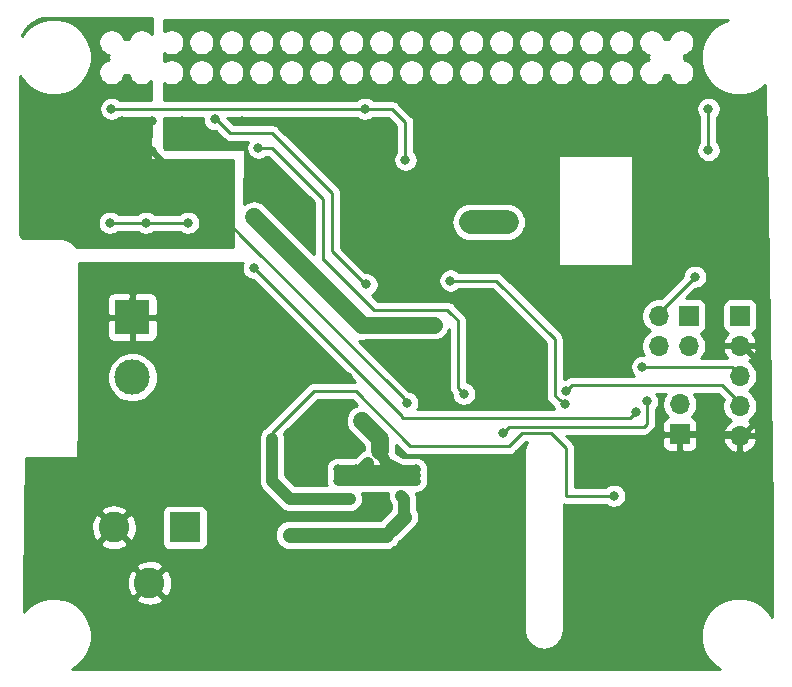
<source format=gbr>
G04 #@! TF.GenerationSoftware,KiCad,Pcbnew,(5.1.5)-2*
G04 #@! TF.CreationDate,2020-04-29T21:28:48+02:00*
G04 #@! TF.ProjectId,UPS-2,5550532d-322e-46b6-9963-61645f706362,rev?*
G04 #@! TF.SameCoordinates,Original*
G04 #@! TF.FileFunction,Copper,L2,Bot*
G04 #@! TF.FilePolarity,Positive*
%FSLAX46Y46*%
G04 Gerber Fmt 4.6, Leading zero omitted, Abs format (unit mm)*
G04 Created by KiCad (PCBNEW (5.1.5)-2) date 2020-04-29 21:28:48*
%MOMM*%
%LPD*%
G04 APERTURE LIST*
%ADD10C,3.000000*%
%ADD11R,3.000000X3.000000*%
%ADD12O,1.700000X1.700000*%
%ADD13R,1.700000X1.700000*%
%ADD14C,2.600000*%
%ADD15R,2.600000X2.600000*%
%ADD16C,0.800000*%
%ADD17C,0.500000*%
%ADD18C,1.400000*%
%ADD19C,1.500000*%
%ADD20C,0.250000*%
%ADD21C,1.000000*%
%ADD22C,1.300000*%
%ADD23C,0.400000*%
%ADD24C,0.800000*%
%ADD25C,2.000000*%
%ADD26C,0.254000*%
G04 APERTURE END LIST*
D10*
X100965000Y-90805000D03*
D11*
X100965000Y-85725000D03*
D12*
X145542000Y-88138000D03*
X145542000Y-85598000D03*
X148082000Y-88138000D03*
D13*
X148082000Y-85598000D03*
D12*
X152400000Y-95758000D03*
X152400000Y-93218000D03*
X152400000Y-90678000D03*
X152400000Y-88138000D03*
D13*
X152400000Y-85598000D03*
D12*
X147320000Y-93091000D03*
D13*
X147320000Y-95631000D03*
D14*
X102410000Y-108205000D03*
X99410000Y-103505000D03*
D15*
X105410000Y-103505000D03*
D16*
X109728000Y-112776000D03*
X150876000Y-80264000D03*
X150876000Y-74168000D03*
X150876000Y-77216000D03*
X152400000Y-75692000D03*
X152400000Y-78740000D03*
X115697000Y-63500000D03*
X105537000Y-63500000D03*
X124460000Y-80264000D03*
X132080000Y-80264000D03*
X131064000Y-80264000D03*
X130048000Y-80264000D03*
X129032000Y-80264000D03*
X128016000Y-80264000D03*
X113157000Y-63500000D03*
X121412000Y-76200000D03*
X124460000Y-78994000D03*
X119888000Y-76200000D03*
X105156000Y-69088000D03*
X110236000Y-69088000D03*
X135128000Y-84328000D03*
X137160000Y-84328000D03*
X139192000Y-84328000D03*
X141732000Y-84328000D03*
X152400000Y-74168000D03*
X152400000Y-72644000D03*
X152400000Y-71120000D03*
X152400000Y-77216000D03*
X152400000Y-80264000D03*
X148336000Y-68072000D03*
X146812000Y-68072000D03*
X120015000Y-96774000D03*
X117856000Y-94488000D03*
X137414000Y-69977000D03*
X134747000Y-69977000D03*
X140208000Y-69977000D03*
X108077000Y-89916000D03*
X108204000Y-84328000D03*
X93980000Y-99568000D03*
X93980000Y-103632000D03*
X93980000Y-107696000D03*
X136144000Y-82296000D03*
X138176000Y-82296000D03*
X140208000Y-82296000D03*
X142748000Y-82296000D03*
X100076000Y-99568000D03*
X106172000Y-99568000D03*
X104140000Y-112776000D03*
X99060000Y-112776000D03*
X114808000Y-112776000D03*
X131635500Y-88328500D03*
X129969500Y-98821000D03*
X118999000Y-107124500D03*
X128016000Y-108839000D03*
X142367000Y-113919000D03*
X106172000Y-97155000D03*
X121158000Y-102362000D03*
X126682500Y-90170000D03*
X115697000Y-91059000D03*
X114935000Y-89916000D03*
X119253000Y-90805000D03*
X145288000Y-68072000D03*
X143129000Y-69977000D03*
X107315000Y-70612000D03*
X140081000Y-87884000D03*
X120713500Y-63500000D03*
X123317000Y-63500000D03*
X135890000Y-63500000D03*
X133223000Y-63500000D03*
X128270000Y-63754000D03*
X116967000Y-70485000D03*
X133096000Y-75565000D03*
X133096000Y-74676000D03*
X134620000Y-87884000D03*
X137922000Y-87884000D03*
X131953000Y-84328000D03*
X132659000Y-91369000D03*
X133802000Y-91369000D03*
X126746000Y-88392000D03*
X122936000Y-88392000D03*
X122936000Y-90170000D03*
X98552000Y-82042000D03*
X105791000Y-82169000D03*
X129667000Y-68072000D03*
X125857000Y-68072000D03*
X115570000Y-70485000D03*
X111633000Y-74168000D03*
X114300000Y-77089000D03*
X112903000Y-75565000D03*
X133350000Y-98679000D03*
X133350000Y-101854000D03*
X133350000Y-104775000D03*
X133350000Y-107696000D03*
X142367000Y-111125000D03*
X152146000Y-108839000D03*
X122936000Y-86360000D03*
X124968000Y-86360000D03*
X123952000Y-86360000D03*
X126492000Y-86360000D03*
X111252000Y-77216000D03*
X112268000Y-78232000D03*
X113284000Y-79248000D03*
X114300000Y-80264000D03*
X115316000Y-81280000D03*
X132334000Y-95504000D03*
X144526000Y-92837000D03*
X104582000Y-75250000D03*
X107315000Y-77806000D03*
X95456000Y-71604000D03*
X102616000Y-69088000D03*
X98044000Y-69088000D03*
X98044000Y-71628000D03*
X102616000Y-71628000D03*
X95504000Y-69088000D03*
X100076000Y-69088000D03*
X100076000Y-69088000D03*
X100100000Y-71604000D03*
X124206000Y-92964000D03*
X103759000Y-75250000D03*
X108757000Y-77806000D03*
X123698000Y-100838000D03*
X123698000Y-100838000D03*
X123952000Y-102616000D03*
X123952000Y-102616000D03*
X117856000Y-104140000D03*
X116840000Y-104140000D03*
X115824000Y-104140000D03*
X118872000Y-104140000D03*
X123952000Y-101727000D03*
X117348000Y-101092000D03*
X118364000Y-101092000D03*
X119380000Y-101092000D03*
X112776000Y-99568000D03*
X112776000Y-98552000D03*
X112776000Y-97536000D03*
X112776000Y-96520000D03*
X116332000Y-101092000D03*
X141732000Y-100838000D03*
X123627002Y-99568000D03*
X121920000Y-96012000D03*
X119888000Y-98552000D03*
X118364000Y-98552000D03*
X118364000Y-99568000D03*
X124968000Y-99568000D03*
X124968000Y-98552000D03*
X123571000Y-98552000D03*
X121158000Y-95250000D03*
X120396000Y-94488000D03*
X120396000Y-94488000D03*
X119888000Y-99568000D03*
X137668000Y-91948000D03*
X144145000Y-89916000D03*
X120777000Y-82931000D03*
X107950000Y-68961000D03*
X127889000Y-82613500D03*
X137604500Y-93027500D03*
X129733000Y-77912000D03*
X130749000Y-77912000D03*
X131765000Y-77912000D03*
X132781000Y-77912000D03*
X99060000Y-77724000D03*
X102108000Y-77724000D03*
X105664000Y-77724000D03*
X149733000Y-71564500D03*
X149733000Y-68072000D03*
X148590000Y-82296000D03*
X99187000Y-68072000D03*
X120650000Y-68072000D03*
X124079000Y-72390000D03*
X129032000Y-92202000D03*
X111633000Y-71374000D03*
X143637000Y-93726000D03*
X111252000Y-81534000D03*
D17*
X100965000Y-85725000D02*
X100965000Y-84201000D01*
X152400000Y-95504000D02*
X152908000Y-95504000D01*
X152908000Y-95504000D02*
X154051000Y-94361000D01*
X154051000Y-89535000D02*
X152400000Y-87884000D01*
X154051000Y-94361000D02*
X154051000Y-89535000D01*
X152273000Y-95631000D02*
X152400000Y-95504000D01*
X147320000Y-95631000D02*
X152273000Y-95631000D01*
D18*
X126492000Y-86360000D02*
X120904000Y-86360000D01*
X120904000Y-86360000D02*
X120396000Y-86360000D01*
D19*
X120396000Y-86360000D02*
X111252000Y-77216000D01*
D20*
X132842000Y-94996000D02*
X132334000Y-95504000D01*
X144272000Y-94996000D02*
X132842000Y-94996000D01*
X144526000Y-92837000D02*
X144526000Y-94742000D01*
X144526000Y-94742000D02*
X144272000Y-94996000D01*
D17*
X104582000Y-75250000D02*
X104582000Y-73594000D01*
X103190000Y-72202000D02*
X102616000Y-71628000D01*
X103952000Y-72964000D02*
X103886000Y-72898000D01*
X104582000Y-73594000D02*
X103886000Y-72898000D01*
X103886000Y-72898000D02*
X102616000Y-71628000D01*
X103952000Y-75250000D02*
X104582000Y-75250000D01*
X103759000Y-75250000D02*
X103759000Y-72964000D01*
D20*
X123952000Y-92583000D02*
X110191000Y-78822000D01*
X123952000Y-92583000D02*
X123952000Y-92710000D01*
X110191000Y-78822000D02*
X109220000Y-77851000D01*
X109220000Y-77806000D02*
X108757000Y-77806000D01*
X108757000Y-77806000D02*
X107614000Y-77806000D01*
D21*
X123952000Y-101092000D02*
X123698000Y-100838000D01*
X123952000Y-102616000D02*
X123952000Y-101092000D01*
D22*
X123952000Y-102616000D02*
X122936000Y-103632000D01*
D20*
X122428000Y-104140000D02*
X122936000Y-103632000D01*
D22*
X114300000Y-104140000D02*
X122428000Y-104140000D01*
D21*
X119380000Y-101092000D02*
X114300000Y-101092000D01*
X114300000Y-101092000D02*
X112776000Y-99568000D01*
X112776000Y-99568000D02*
X112776000Y-96012000D01*
D20*
X112776000Y-96520000D02*
X112776000Y-95504000D01*
X112776000Y-95504000D02*
X116332000Y-91948000D01*
X116332000Y-91948000D02*
X119888000Y-91948000D01*
X132842000Y-96647000D02*
X124460000Y-96647000D01*
X119888000Y-91948000D02*
X124460000Y-96647000D01*
X141732000Y-100838000D02*
X137668000Y-100838000D01*
X136398000Y-95504000D02*
X133985000Y-95504000D01*
X137668000Y-100838000D02*
X137668000Y-96774000D01*
X133985000Y-95504000D02*
X132842000Y-96647000D01*
X137668000Y-96774000D02*
X136398000Y-95504000D01*
D23*
X120104997Y-99351003D02*
X119704998Y-99751002D01*
X123627002Y-99751002D02*
X123227003Y-99351003D01*
D19*
X121920000Y-96012000D02*
X121158000Y-95250000D01*
X121158000Y-95250000D02*
X120396000Y-94488000D01*
X120396000Y-94488000D02*
X120396000Y-94488000D01*
X120396000Y-94488000D02*
X120396000Y-94488000D01*
D24*
X123444000Y-98552000D02*
X124968000Y-98552000D01*
X123627002Y-99568000D02*
X124968000Y-99568000D01*
X118364000Y-98552000D02*
X119888000Y-98552000D01*
D20*
X119888000Y-98552000D02*
X119888000Y-99060000D01*
D24*
X118364000Y-99568000D02*
X124968000Y-99568000D01*
D19*
X121920000Y-96012000D02*
X121920000Y-97028000D01*
D24*
X118364000Y-98552000D02*
X120396000Y-98552000D01*
X120396000Y-98552000D02*
X124968000Y-98552000D01*
D20*
X119888000Y-98552000D02*
X120396000Y-98552000D01*
D24*
X118364000Y-99060000D02*
X124968000Y-99060000D01*
D20*
X124968000Y-99060000D02*
X124968000Y-99568000D01*
X124968000Y-98552000D02*
X124968000Y-99060000D01*
D24*
X118364000Y-99060000D02*
X118364000Y-98552000D01*
X118364000Y-99568000D02*
X118364000Y-99060000D01*
D21*
X122428000Y-98044000D02*
X123444000Y-98552000D01*
X121920000Y-97028000D02*
X122428000Y-98044000D01*
X120904000Y-98044000D02*
X120396000Y-98552000D01*
D24*
X119380000Y-99568000D02*
X118364000Y-99568000D01*
X119888000Y-98552000D02*
X119380000Y-99568000D01*
D20*
X137668000Y-91948000D02*
X138176000Y-91440000D01*
X150876000Y-91440000D02*
X152400000Y-92964000D01*
X138176000Y-91440000D02*
X150876000Y-91440000D01*
X151765000Y-89916000D02*
X152400000Y-90551000D01*
X144145000Y-89916000D02*
X151765000Y-89916000D01*
X120650000Y-82931000D02*
X120777000Y-82931000D01*
X117856000Y-80137000D02*
X120650000Y-82931000D01*
X108077000Y-68961000D02*
X109220000Y-70104000D01*
X107950000Y-68961000D02*
X108077000Y-68961000D01*
X109220000Y-70104000D02*
X112776000Y-70104000D01*
X112776000Y-70104000D02*
X117856000Y-75184000D01*
X117856000Y-75184000D02*
X117856000Y-80137000D01*
X131762500Y-82613500D02*
X127889000Y-82613500D01*
X136715500Y-87566500D02*
X131762500Y-82613500D01*
X137604500Y-93027500D02*
X136715500Y-92392500D01*
X136715500Y-92392500D02*
X136715500Y-87566500D01*
D25*
X132654000Y-77658000D02*
X129606000Y-77658000D01*
D20*
X99060000Y-77724000D02*
X102108000Y-77724000D01*
X102108000Y-77724000D02*
X105664000Y-77724000D01*
X149733000Y-70993000D02*
X149669500Y-71564500D01*
X149733000Y-68072000D02*
X149733000Y-70993000D01*
X145542000Y-85471000D02*
X145542000Y-85344000D01*
X145542000Y-85344000D02*
X148590000Y-82296000D01*
X99187000Y-68072000D02*
X120650000Y-68072000D01*
X120650000Y-68072000D02*
X122936000Y-68072000D01*
X124079000Y-69215000D02*
X124079000Y-72390000D01*
X122936000Y-68072000D02*
X124079000Y-69215000D01*
X128524000Y-91694000D02*
X128524000Y-85979000D01*
X129032000Y-92202000D02*
X128524000Y-91694000D01*
X112776000Y-71374000D02*
X111633000Y-71374000D01*
X112776000Y-71374000D02*
X117094000Y-75692000D01*
X117094000Y-75692000D02*
X117094000Y-80899000D01*
X117094000Y-80899000D02*
X117221000Y-80899000D01*
X117221000Y-80899000D02*
X121412000Y-85090000D01*
X128524000Y-85979000D02*
X127889000Y-85344000D01*
X127635000Y-85090000D02*
X127889000Y-85344000D01*
X121412000Y-85090000D02*
X127635000Y-85090000D01*
X127889000Y-85344000D02*
X127698500Y-85153500D01*
X143637000Y-93726000D02*
X143383000Y-93980000D01*
X143129000Y-94234000D02*
X143637000Y-93726000D01*
X111252000Y-81534000D02*
X123825000Y-94107000D01*
X123825000Y-94234000D02*
X143129000Y-94234000D01*
X123825000Y-94107000D02*
X123825000Y-94234000D01*
D26*
G36*
X102597491Y-61738753D02*
G01*
X102588883Y-61725871D01*
X102434329Y-61571317D01*
X102252593Y-61449885D01*
X102050658Y-61366241D01*
X101836286Y-61323600D01*
X101617714Y-61323600D01*
X101403342Y-61366241D01*
X101201407Y-61449885D01*
X101019671Y-61571317D01*
X100865117Y-61725871D01*
X100743685Y-61907607D01*
X100660041Y-62109542D01*
X100643137Y-62194525D01*
X100606313Y-62187200D01*
X100307687Y-62187200D01*
X100270863Y-62194525D01*
X100253959Y-62109542D01*
X100170315Y-61907607D01*
X100048883Y-61725871D01*
X99894329Y-61571317D01*
X99712593Y-61449885D01*
X99510658Y-61366241D01*
X99296286Y-61323600D01*
X99077714Y-61323600D01*
X98863342Y-61366241D01*
X98661407Y-61449885D01*
X98479671Y-61571317D01*
X98325117Y-61725871D01*
X98203685Y-61907607D01*
X98120041Y-62109542D01*
X98077400Y-62323914D01*
X98077400Y-62542486D01*
X98120041Y-62756858D01*
X98203685Y-62958793D01*
X98325117Y-63140529D01*
X98479671Y-63295083D01*
X98661407Y-63416515D01*
X98863342Y-63500159D01*
X98948325Y-63517063D01*
X98941000Y-63553887D01*
X98941000Y-63852513D01*
X98948325Y-63889337D01*
X98863342Y-63906241D01*
X98661407Y-63989885D01*
X98479671Y-64111317D01*
X98325117Y-64265871D01*
X98203685Y-64447607D01*
X98120041Y-64649542D01*
X98077400Y-64863914D01*
X98077400Y-65082486D01*
X98120041Y-65296858D01*
X98203685Y-65498793D01*
X98325117Y-65680529D01*
X98479671Y-65835083D01*
X98661407Y-65956515D01*
X98863342Y-66040159D01*
X99077714Y-66082800D01*
X99296286Y-66082800D01*
X99510658Y-66040159D01*
X99712593Y-65956515D01*
X99894329Y-65835083D01*
X100048883Y-65680529D01*
X100170315Y-65498793D01*
X100253959Y-65296858D01*
X100270863Y-65211875D01*
X100307687Y-65219200D01*
X100606313Y-65219200D01*
X100643137Y-65211875D01*
X100660041Y-65296858D01*
X100743685Y-65498793D01*
X100865117Y-65680529D01*
X101019671Y-65835083D01*
X101201407Y-65956515D01*
X101403342Y-66040159D01*
X101617714Y-66082800D01*
X101836286Y-66082800D01*
X102050658Y-66040159D01*
X102252593Y-65956515D01*
X102434329Y-65835083D01*
X102556520Y-65712892D01*
X102539952Y-67320000D01*
X99887397Y-67320000D01*
X99841674Y-67274277D01*
X99673467Y-67161885D01*
X99486565Y-67084467D01*
X99288151Y-67045000D01*
X99085849Y-67045000D01*
X98887435Y-67084467D01*
X98700533Y-67161885D01*
X98532326Y-67274277D01*
X98389277Y-67417326D01*
X98276885Y-67585533D01*
X98199467Y-67772435D01*
X98160000Y-67970849D01*
X98160000Y-68173151D01*
X98199467Y-68371565D01*
X98276885Y-68558467D01*
X98389277Y-68726674D01*
X98532326Y-68869723D01*
X98700533Y-68982115D01*
X98887435Y-69059533D01*
X99085849Y-69099000D01*
X99288151Y-69099000D01*
X99486565Y-69059533D01*
X99673467Y-68982115D01*
X99841674Y-68869723D01*
X99887397Y-68824000D01*
X102524447Y-68824000D01*
X102489007Y-72261691D01*
X102491191Y-72286491D01*
X102498173Y-72310389D01*
X102509682Y-72332465D01*
X102525276Y-72351872D01*
X102544358Y-72367864D01*
X102566192Y-72379825D01*
X102589941Y-72387298D01*
X102616000Y-72390000D01*
X109474000Y-72390000D01*
X109474000Y-79756000D01*
X96193977Y-79756000D01*
X96161648Y-79706595D01*
X96155682Y-79699279D01*
X96155676Y-79699271D01*
X96155669Y-79699264D01*
X96031271Y-79548892D01*
X95987712Y-79505636D01*
X95944801Y-79461817D01*
X95937524Y-79455797D01*
X95937517Y-79455790D01*
X95937509Y-79455785D01*
X95786276Y-79332442D01*
X95735192Y-79298502D01*
X95684539Y-79263819D01*
X95676224Y-79259323D01*
X95503902Y-79167698D01*
X95447146Y-79144305D01*
X95390774Y-79120144D01*
X95381754Y-79117352D01*
X95381744Y-79117348D01*
X95381734Y-79117346D01*
X95294798Y-79091099D01*
X95199200Y-79019400D01*
X95177915Y-79006486D01*
X95154519Y-78997973D01*
X95123000Y-78994000D01*
X91710885Y-78994000D01*
X91683155Y-78985628D01*
X91628048Y-78956327D01*
X91579690Y-78916888D01*
X91539913Y-78868805D01*
X91510232Y-78813912D01*
X91491777Y-78754292D01*
X91482000Y-78661272D01*
X91482000Y-77622849D01*
X98033000Y-77622849D01*
X98033000Y-77825151D01*
X98072467Y-78023565D01*
X98149885Y-78210467D01*
X98262277Y-78378674D01*
X98405326Y-78521723D01*
X98573533Y-78634115D01*
X98760435Y-78711533D01*
X98958849Y-78751000D01*
X99161151Y-78751000D01*
X99359565Y-78711533D01*
X99546467Y-78634115D01*
X99714674Y-78521723D01*
X99760397Y-78476000D01*
X101407603Y-78476000D01*
X101453326Y-78521723D01*
X101621533Y-78634115D01*
X101808435Y-78711533D01*
X102006849Y-78751000D01*
X102209151Y-78751000D01*
X102407565Y-78711533D01*
X102594467Y-78634115D01*
X102762674Y-78521723D01*
X102808397Y-78476000D01*
X104963603Y-78476000D01*
X105009326Y-78521723D01*
X105177533Y-78634115D01*
X105364435Y-78711533D01*
X105562849Y-78751000D01*
X105765151Y-78751000D01*
X105963565Y-78711533D01*
X106150467Y-78634115D01*
X106318674Y-78521723D01*
X106461723Y-78378674D01*
X106574115Y-78210467D01*
X106651533Y-78023565D01*
X106691000Y-77825151D01*
X106691000Y-77622849D01*
X106651533Y-77424435D01*
X106574115Y-77237533D01*
X106461723Y-77069326D01*
X106318674Y-76926277D01*
X106150467Y-76813885D01*
X105963565Y-76736467D01*
X105765151Y-76697000D01*
X105562849Y-76697000D01*
X105364435Y-76736467D01*
X105177533Y-76813885D01*
X105009326Y-76926277D01*
X104963603Y-76972000D01*
X102808397Y-76972000D01*
X102762674Y-76926277D01*
X102594467Y-76813885D01*
X102407565Y-76736467D01*
X102209151Y-76697000D01*
X102006849Y-76697000D01*
X101808435Y-76736467D01*
X101621533Y-76813885D01*
X101453326Y-76926277D01*
X101407603Y-76972000D01*
X99760397Y-76972000D01*
X99714674Y-76926277D01*
X99546467Y-76813885D01*
X99359565Y-76736467D01*
X99161151Y-76697000D01*
X98958849Y-76697000D01*
X98760435Y-76736467D01*
X98573533Y-76813885D01*
X98405326Y-76926277D01*
X98262277Y-77069326D01*
X98149885Y-77237533D01*
X98072467Y-77424435D01*
X98033000Y-77622849D01*
X91482000Y-77622849D01*
X91482000Y-65273528D01*
X91798425Y-65747093D01*
X92247907Y-66196575D01*
X92776442Y-66549730D01*
X93363719Y-66792988D01*
X93987168Y-66917000D01*
X94622832Y-66917000D01*
X95246281Y-66792988D01*
X95833558Y-66549730D01*
X96362093Y-66196575D01*
X96811575Y-65747093D01*
X97164730Y-65218558D01*
X97407988Y-64631281D01*
X97532000Y-64007832D01*
X97532000Y-63372168D01*
X97407988Y-62748719D01*
X97164730Y-62161442D01*
X96811575Y-61632907D01*
X96362093Y-61183425D01*
X95833558Y-60830270D01*
X95246281Y-60587012D01*
X94622832Y-60463000D01*
X93987168Y-60463000D01*
X93363719Y-60587012D01*
X92776442Y-60830270D01*
X92247907Y-61183425D01*
X91798425Y-61632907D01*
X91641750Y-61867388D01*
X91660280Y-61806014D01*
X91872828Y-61406267D01*
X92158971Y-61055421D01*
X92507810Y-60766837D01*
X92906058Y-60551505D01*
X93338549Y-60417626D01*
X93820227Y-60367000D01*
X102611632Y-60367000D01*
X102597491Y-61738753D01*
G37*
X102597491Y-61738753D02*
X102588883Y-61725871D01*
X102434329Y-61571317D01*
X102252593Y-61449885D01*
X102050658Y-61366241D01*
X101836286Y-61323600D01*
X101617714Y-61323600D01*
X101403342Y-61366241D01*
X101201407Y-61449885D01*
X101019671Y-61571317D01*
X100865117Y-61725871D01*
X100743685Y-61907607D01*
X100660041Y-62109542D01*
X100643137Y-62194525D01*
X100606313Y-62187200D01*
X100307687Y-62187200D01*
X100270863Y-62194525D01*
X100253959Y-62109542D01*
X100170315Y-61907607D01*
X100048883Y-61725871D01*
X99894329Y-61571317D01*
X99712593Y-61449885D01*
X99510658Y-61366241D01*
X99296286Y-61323600D01*
X99077714Y-61323600D01*
X98863342Y-61366241D01*
X98661407Y-61449885D01*
X98479671Y-61571317D01*
X98325117Y-61725871D01*
X98203685Y-61907607D01*
X98120041Y-62109542D01*
X98077400Y-62323914D01*
X98077400Y-62542486D01*
X98120041Y-62756858D01*
X98203685Y-62958793D01*
X98325117Y-63140529D01*
X98479671Y-63295083D01*
X98661407Y-63416515D01*
X98863342Y-63500159D01*
X98948325Y-63517063D01*
X98941000Y-63553887D01*
X98941000Y-63852513D01*
X98948325Y-63889337D01*
X98863342Y-63906241D01*
X98661407Y-63989885D01*
X98479671Y-64111317D01*
X98325117Y-64265871D01*
X98203685Y-64447607D01*
X98120041Y-64649542D01*
X98077400Y-64863914D01*
X98077400Y-65082486D01*
X98120041Y-65296858D01*
X98203685Y-65498793D01*
X98325117Y-65680529D01*
X98479671Y-65835083D01*
X98661407Y-65956515D01*
X98863342Y-66040159D01*
X99077714Y-66082800D01*
X99296286Y-66082800D01*
X99510658Y-66040159D01*
X99712593Y-65956515D01*
X99894329Y-65835083D01*
X100048883Y-65680529D01*
X100170315Y-65498793D01*
X100253959Y-65296858D01*
X100270863Y-65211875D01*
X100307687Y-65219200D01*
X100606313Y-65219200D01*
X100643137Y-65211875D01*
X100660041Y-65296858D01*
X100743685Y-65498793D01*
X100865117Y-65680529D01*
X101019671Y-65835083D01*
X101201407Y-65956515D01*
X101403342Y-66040159D01*
X101617714Y-66082800D01*
X101836286Y-66082800D01*
X102050658Y-66040159D01*
X102252593Y-65956515D01*
X102434329Y-65835083D01*
X102556520Y-65712892D01*
X102539952Y-67320000D01*
X99887397Y-67320000D01*
X99841674Y-67274277D01*
X99673467Y-67161885D01*
X99486565Y-67084467D01*
X99288151Y-67045000D01*
X99085849Y-67045000D01*
X98887435Y-67084467D01*
X98700533Y-67161885D01*
X98532326Y-67274277D01*
X98389277Y-67417326D01*
X98276885Y-67585533D01*
X98199467Y-67772435D01*
X98160000Y-67970849D01*
X98160000Y-68173151D01*
X98199467Y-68371565D01*
X98276885Y-68558467D01*
X98389277Y-68726674D01*
X98532326Y-68869723D01*
X98700533Y-68982115D01*
X98887435Y-69059533D01*
X99085849Y-69099000D01*
X99288151Y-69099000D01*
X99486565Y-69059533D01*
X99673467Y-68982115D01*
X99841674Y-68869723D01*
X99887397Y-68824000D01*
X102524447Y-68824000D01*
X102489007Y-72261691D01*
X102491191Y-72286491D01*
X102498173Y-72310389D01*
X102509682Y-72332465D01*
X102525276Y-72351872D01*
X102544358Y-72367864D01*
X102566192Y-72379825D01*
X102589941Y-72387298D01*
X102616000Y-72390000D01*
X109474000Y-72390000D01*
X109474000Y-79756000D01*
X96193977Y-79756000D01*
X96161648Y-79706595D01*
X96155682Y-79699279D01*
X96155676Y-79699271D01*
X96155669Y-79699264D01*
X96031271Y-79548892D01*
X95987712Y-79505636D01*
X95944801Y-79461817D01*
X95937524Y-79455797D01*
X95937517Y-79455790D01*
X95937509Y-79455785D01*
X95786276Y-79332442D01*
X95735192Y-79298502D01*
X95684539Y-79263819D01*
X95676224Y-79259323D01*
X95503902Y-79167698D01*
X95447146Y-79144305D01*
X95390774Y-79120144D01*
X95381754Y-79117352D01*
X95381744Y-79117348D01*
X95381734Y-79117346D01*
X95294798Y-79091099D01*
X95199200Y-79019400D01*
X95177915Y-79006486D01*
X95154519Y-78997973D01*
X95123000Y-78994000D01*
X91710885Y-78994000D01*
X91683155Y-78985628D01*
X91628048Y-78956327D01*
X91579690Y-78916888D01*
X91539913Y-78868805D01*
X91510232Y-78813912D01*
X91491777Y-78754292D01*
X91482000Y-78661272D01*
X91482000Y-77622849D01*
X98033000Y-77622849D01*
X98033000Y-77825151D01*
X98072467Y-78023565D01*
X98149885Y-78210467D01*
X98262277Y-78378674D01*
X98405326Y-78521723D01*
X98573533Y-78634115D01*
X98760435Y-78711533D01*
X98958849Y-78751000D01*
X99161151Y-78751000D01*
X99359565Y-78711533D01*
X99546467Y-78634115D01*
X99714674Y-78521723D01*
X99760397Y-78476000D01*
X101407603Y-78476000D01*
X101453326Y-78521723D01*
X101621533Y-78634115D01*
X101808435Y-78711533D01*
X102006849Y-78751000D01*
X102209151Y-78751000D01*
X102407565Y-78711533D01*
X102594467Y-78634115D01*
X102762674Y-78521723D01*
X102808397Y-78476000D01*
X104963603Y-78476000D01*
X105009326Y-78521723D01*
X105177533Y-78634115D01*
X105364435Y-78711533D01*
X105562849Y-78751000D01*
X105765151Y-78751000D01*
X105963565Y-78711533D01*
X106150467Y-78634115D01*
X106318674Y-78521723D01*
X106461723Y-78378674D01*
X106574115Y-78210467D01*
X106651533Y-78023565D01*
X106691000Y-77825151D01*
X106691000Y-77622849D01*
X106651533Y-77424435D01*
X106574115Y-77237533D01*
X106461723Y-77069326D01*
X106318674Y-76926277D01*
X106150467Y-76813885D01*
X105963565Y-76736467D01*
X105765151Y-76697000D01*
X105562849Y-76697000D01*
X105364435Y-76736467D01*
X105177533Y-76813885D01*
X105009326Y-76926277D01*
X104963603Y-76972000D01*
X102808397Y-76972000D01*
X102762674Y-76926277D01*
X102594467Y-76813885D01*
X102407565Y-76736467D01*
X102209151Y-76697000D01*
X102006849Y-76697000D01*
X101808435Y-76736467D01*
X101621533Y-76813885D01*
X101453326Y-76926277D01*
X101407603Y-76972000D01*
X99760397Y-76972000D01*
X99714674Y-76926277D01*
X99546467Y-76813885D01*
X99359565Y-76736467D01*
X99161151Y-76697000D01*
X98958849Y-76697000D01*
X98760435Y-76736467D01*
X98573533Y-76813885D01*
X98405326Y-76926277D01*
X98262277Y-77069326D01*
X98149885Y-77237533D01*
X98072467Y-77424435D01*
X98033000Y-77622849D01*
X91482000Y-77622849D01*
X91482000Y-65273528D01*
X91798425Y-65747093D01*
X92247907Y-66196575D01*
X92776442Y-66549730D01*
X93363719Y-66792988D01*
X93987168Y-66917000D01*
X94622832Y-66917000D01*
X95246281Y-66792988D01*
X95833558Y-66549730D01*
X96362093Y-66196575D01*
X96811575Y-65747093D01*
X97164730Y-65218558D01*
X97407988Y-64631281D01*
X97532000Y-64007832D01*
X97532000Y-63372168D01*
X97407988Y-62748719D01*
X97164730Y-62161442D01*
X96811575Y-61632907D01*
X96362093Y-61183425D01*
X95833558Y-60830270D01*
X95246281Y-60587012D01*
X94622832Y-60463000D01*
X93987168Y-60463000D01*
X93363719Y-60587012D01*
X92776442Y-60830270D01*
X92247907Y-61183425D01*
X91798425Y-61632907D01*
X91641750Y-61867388D01*
X91660280Y-61806014D01*
X91872828Y-61406267D01*
X92158971Y-61055421D01*
X92507810Y-60766837D01*
X92906058Y-60551505D01*
X93338549Y-60417626D01*
X93820227Y-60367000D01*
X102611632Y-60367000D01*
X102597491Y-61738753D01*
G36*
X151363719Y-60587012D02*
G01*
X150776442Y-60830270D01*
X150247907Y-61183425D01*
X149798425Y-61632907D01*
X149445270Y-62161442D01*
X149202012Y-62748719D01*
X149078000Y-63372168D01*
X149078000Y-64007832D01*
X149202012Y-64631281D01*
X149445270Y-65218558D01*
X149798425Y-65747093D01*
X150247907Y-66196575D01*
X150776442Y-66549730D01*
X151363719Y-66792988D01*
X151987168Y-66917000D01*
X152622832Y-66917000D01*
X153246281Y-66792988D01*
X153833558Y-66549730D01*
X154362093Y-66196575D01*
X154525010Y-66033658D01*
X155128001Y-102213086D01*
X155128001Y-111106473D01*
X154811575Y-110632907D01*
X154362093Y-110183425D01*
X153833558Y-109830270D01*
X153246281Y-109587012D01*
X152622832Y-109463000D01*
X151987168Y-109463000D01*
X151363719Y-109587012D01*
X150776442Y-109830270D01*
X150247907Y-110183425D01*
X149798425Y-110632907D01*
X149445270Y-111161442D01*
X149202012Y-111748719D01*
X149078000Y-112372168D01*
X149078000Y-113007832D01*
X149202012Y-113631281D01*
X149445270Y-114218558D01*
X149798425Y-114747093D01*
X150247907Y-115196575D01*
X150721472Y-115513000D01*
X95888528Y-115513000D01*
X96362093Y-115196575D01*
X96811575Y-114747093D01*
X97164730Y-114218558D01*
X97407988Y-113631281D01*
X97532000Y-113007832D01*
X97532000Y-112372168D01*
X97407988Y-111748719D01*
X97164730Y-111161442D01*
X96811575Y-110632907D01*
X96362093Y-110183425D01*
X95833558Y-109830270D01*
X95246281Y-109587012D01*
X95046707Y-109547314D01*
X101241635Y-109547314D01*
X101373666Y-109840653D01*
X101712679Y-110011403D01*
X102078489Y-110112734D01*
X102457040Y-110140751D01*
X102833782Y-110094379D01*
X103194239Y-109975400D01*
X103446334Y-109840653D01*
X103578365Y-109547314D01*
X102410000Y-108378948D01*
X101241635Y-109547314D01*
X95046707Y-109547314D01*
X94622832Y-109463000D01*
X93987168Y-109463000D01*
X93363719Y-109587012D01*
X92776442Y-109830270D01*
X92247907Y-110183425D01*
X91798425Y-110632907D01*
X91755888Y-110696568D01*
X91791574Y-108252040D01*
X100474249Y-108252040D01*
X100520621Y-108628782D01*
X100639600Y-108989239D01*
X100774347Y-109241334D01*
X101067686Y-109373365D01*
X102236052Y-108205000D01*
X102583948Y-108205000D01*
X103752314Y-109373365D01*
X104045653Y-109241334D01*
X104216403Y-108902321D01*
X104317734Y-108536511D01*
X104345751Y-108157960D01*
X104299379Y-107781218D01*
X104180400Y-107420761D01*
X104045653Y-107168666D01*
X103752314Y-107036635D01*
X102583948Y-108205000D01*
X102236052Y-108205000D01*
X101067686Y-107036635D01*
X100774347Y-107168666D01*
X100603597Y-107507679D01*
X100502266Y-107873489D01*
X100474249Y-108252040D01*
X91791574Y-108252040D01*
X91811856Y-106862686D01*
X101241635Y-106862686D01*
X102410000Y-108031052D01*
X103578365Y-106862686D01*
X103446334Y-106569347D01*
X103107321Y-106398597D01*
X102741511Y-106297266D01*
X102362960Y-106269249D01*
X101986218Y-106315621D01*
X101625761Y-106434600D01*
X101373666Y-106569347D01*
X101241635Y-106862686D01*
X91811856Y-106862686D01*
X91841278Y-104847314D01*
X98241635Y-104847314D01*
X98373666Y-105140653D01*
X98712679Y-105311403D01*
X99078489Y-105412734D01*
X99457040Y-105440751D01*
X99833782Y-105394379D01*
X100194239Y-105275400D01*
X100446334Y-105140653D01*
X100578365Y-104847314D01*
X99410000Y-103678948D01*
X98241635Y-104847314D01*
X91841278Y-104847314D01*
X91860187Y-103552040D01*
X97474249Y-103552040D01*
X97520621Y-103928782D01*
X97639600Y-104289239D01*
X97774347Y-104541334D01*
X98067686Y-104673365D01*
X99236052Y-103505000D01*
X99583948Y-103505000D01*
X100752314Y-104673365D01*
X101045653Y-104541334D01*
X101216403Y-104202321D01*
X101317734Y-103836511D01*
X101345751Y-103457960D01*
X101299379Y-103081218D01*
X101180400Y-102720761D01*
X101045653Y-102468666D01*
X100752314Y-102336635D01*
X99583948Y-103505000D01*
X99236052Y-103505000D01*
X98067686Y-102336635D01*
X97774347Y-102468666D01*
X97603597Y-102807679D01*
X97502266Y-103173489D01*
X97474249Y-103552040D01*
X91860187Y-103552040D01*
X91880469Y-102162686D01*
X98241635Y-102162686D01*
X99410000Y-103331052D01*
X100536051Y-102205000D01*
X103479967Y-102205000D01*
X103479967Y-104805000D01*
X103492073Y-104927913D01*
X103527925Y-105046103D01*
X103586147Y-105155028D01*
X103664499Y-105250501D01*
X103759972Y-105328853D01*
X103868897Y-105387075D01*
X103987087Y-105422927D01*
X104110000Y-105435033D01*
X106710000Y-105435033D01*
X106832913Y-105422927D01*
X106951103Y-105387075D01*
X107060028Y-105328853D01*
X107155501Y-105250501D01*
X107233853Y-105155028D01*
X107292075Y-105046103D01*
X107327927Y-104927913D01*
X107340033Y-104805000D01*
X107340033Y-102205000D01*
X107327927Y-102082087D01*
X107292075Y-101963897D01*
X107233853Y-101854972D01*
X107155501Y-101759499D01*
X107060028Y-101681147D01*
X106951103Y-101622925D01*
X106832913Y-101587073D01*
X106710000Y-101574967D01*
X104110000Y-101574967D01*
X103987087Y-101587073D01*
X103868897Y-101622925D01*
X103759972Y-101681147D01*
X103664499Y-101759499D01*
X103586147Y-101854972D01*
X103527925Y-101963897D01*
X103492073Y-102082087D01*
X103479967Y-102205000D01*
X100536051Y-102205000D01*
X100578365Y-102162686D01*
X100446334Y-101869347D01*
X100107321Y-101698597D01*
X99741511Y-101597266D01*
X99362960Y-101569249D01*
X98986218Y-101615621D01*
X98625761Y-101734600D01*
X98373666Y-101869347D01*
X98241635Y-102162686D01*
X91880469Y-102162686D01*
X91946159Y-97663000D01*
X96266000Y-97663000D01*
X96290776Y-97660560D01*
X96314601Y-97653333D01*
X96336557Y-97641597D01*
X96355803Y-97625803D01*
X96371597Y-97606557D01*
X96383333Y-97584601D01*
X96390560Y-97560776D01*
X96393000Y-97536000D01*
X96393000Y-96215905D01*
X96434060Y-96079908D01*
X96445980Y-96019713D01*
X96458736Y-95959699D01*
X96459723Y-95950305D01*
X96459725Y-95950297D01*
X96459725Y-95950288D01*
X96478769Y-95756065D01*
X96478769Y-95756058D01*
X96482000Y-95723252D01*
X96482000Y-90595509D01*
X98838000Y-90595509D01*
X98838000Y-91014491D01*
X98919739Y-91425423D01*
X99080077Y-91812512D01*
X99312851Y-92160884D01*
X99609116Y-92457149D01*
X99957488Y-92689923D01*
X100344577Y-92850261D01*
X100755509Y-92932000D01*
X101174491Y-92932000D01*
X101585423Y-92850261D01*
X101972512Y-92689923D01*
X102320884Y-92457149D01*
X102617149Y-92160884D01*
X102849923Y-91812512D01*
X103010261Y-91425423D01*
X103092000Y-91014491D01*
X103092000Y-90595509D01*
X103010261Y-90184577D01*
X102849923Y-89797488D01*
X102617149Y-89449116D01*
X102320884Y-89152851D01*
X101972512Y-88920077D01*
X101585423Y-88759739D01*
X101174491Y-88678000D01*
X100755509Y-88678000D01*
X100344577Y-88759739D01*
X99957488Y-88920077D01*
X99609116Y-89152851D01*
X99312851Y-89449116D01*
X99080077Y-89797488D01*
X98919739Y-90184577D01*
X98838000Y-90595509D01*
X96482000Y-90595509D01*
X96482000Y-87225000D01*
X98834966Y-87225000D01*
X98847072Y-87347914D01*
X98882924Y-87466104D01*
X98941146Y-87575028D01*
X99019499Y-87670501D01*
X99114972Y-87748854D01*
X99223896Y-87807076D01*
X99342086Y-87842928D01*
X99465000Y-87855034D01*
X100685250Y-87852000D01*
X100842000Y-87695250D01*
X100842000Y-85848000D01*
X101088000Y-85848000D01*
X101088000Y-87695250D01*
X101244750Y-87852000D01*
X102465000Y-87855034D01*
X102587914Y-87842928D01*
X102706104Y-87807076D01*
X102815028Y-87748854D01*
X102910501Y-87670501D01*
X102988854Y-87575028D01*
X103047076Y-87466104D01*
X103082928Y-87347914D01*
X103095034Y-87225000D01*
X103092000Y-86004750D01*
X102935250Y-85848000D01*
X101088000Y-85848000D01*
X100842000Y-85848000D01*
X98994750Y-85848000D01*
X98838000Y-86004750D01*
X98834966Y-87225000D01*
X96482000Y-87225000D01*
X96482000Y-84225000D01*
X98834966Y-84225000D01*
X98838000Y-85445250D01*
X98994750Y-85602000D01*
X100842000Y-85602000D01*
X100842000Y-83754750D01*
X101088000Y-83754750D01*
X101088000Y-85602000D01*
X102935250Y-85602000D01*
X103092000Y-85445250D01*
X103095034Y-84225000D01*
X103082928Y-84102086D01*
X103047076Y-83983896D01*
X102988854Y-83874972D01*
X102910501Y-83779499D01*
X102815028Y-83701146D01*
X102706104Y-83642924D01*
X102587914Y-83607072D01*
X102465000Y-83594966D01*
X101244750Y-83598000D01*
X101088000Y-83754750D01*
X100842000Y-83754750D01*
X100685250Y-83598000D01*
X99465000Y-83594966D01*
X99342086Y-83607072D01*
X99223896Y-83642924D01*
X99114972Y-83701146D01*
X99019499Y-83779499D01*
X98941146Y-83874972D01*
X98882924Y-83983896D01*
X98847072Y-84102086D01*
X98834966Y-84225000D01*
X96482000Y-84225000D01*
X96482000Y-81153000D01*
X110236000Y-81153000D01*
X110260776Y-81150560D01*
X110284601Y-81143333D01*
X110306557Y-81131597D01*
X110307325Y-81130966D01*
X110264467Y-81234435D01*
X110225000Y-81432849D01*
X110225000Y-81635151D01*
X110264467Y-81833565D01*
X110341885Y-82020467D01*
X110454277Y-82188674D01*
X110597326Y-82331723D01*
X110765533Y-82444115D01*
X110952435Y-82521533D01*
X111150849Y-82561000D01*
X111215512Y-82561000D01*
X119850511Y-91196000D01*
X116368935Y-91196000D01*
X116331999Y-91192362D01*
X116295064Y-91196000D01*
X116295062Y-91196000D01*
X116184582Y-91206881D01*
X116042830Y-91249882D01*
X115997353Y-91274190D01*
X115912189Y-91319710D01*
X115826374Y-91390137D01*
X115797683Y-91413683D01*
X115774137Y-91442374D01*
X112270375Y-94946137D01*
X112241684Y-94969683D01*
X112218138Y-94998374D01*
X112218137Y-94998375D01*
X112168548Y-95058799D01*
X112146844Y-95070400D01*
X111975236Y-95211235D01*
X111834401Y-95382843D01*
X111729751Y-95578629D01*
X111665308Y-95791069D01*
X111649001Y-95956635D01*
X111649000Y-99512645D01*
X111643548Y-99568000D01*
X111649000Y-99623354D01*
X111649000Y-99623364D01*
X111665307Y-99788930D01*
X111729750Y-100001370D01*
X111834400Y-100197157D01*
X111975235Y-100368765D01*
X112018242Y-100404060D01*
X113463940Y-101849758D01*
X113499235Y-101892765D01*
X113542240Y-101928058D01*
X113670842Y-102033600D01*
X113775492Y-102089536D01*
X113866629Y-102138250D01*
X114079069Y-102202693D01*
X114244635Y-102219000D01*
X114244645Y-102219000D01*
X114299999Y-102224452D01*
X114355354Y-102219000D01*
X119435365Y-102219000D01*
X119600931Y-102202693D01*
X119813371Y-102138250D01*
X120009157Y-102033600D01*
X120180765Y-101892765D01*
X120321600Y-101721157D01*
X120426250Y-101525371D01*
X120490693Y-101312931D01*
X120512453Y-101092000D01*
X120490693Y-100871069D01*
X120426250Y-100658629D01*
X120392240Y-100595000D01*
X122594003Y-100595000D01*
X122587308Y-100617070D01*
X122565548Y-100838000D01*
X122587308Y-101058930D01*
X122651750Y-101271370D01*
X122756400Y-101467156D01*
X122825000Y-101550746D01*
X122825000Y-101937049D01*
X121988671Y-102773379D01*
X121915121Y-102863000D01*
X114237274Y-102863000D01*
X114049664Y-102881478D01*
X113808949Y-102954498D01*
X113587104Y-103073076D01*
X113392656Y-103232656D01*
X113233076Y-103427104D01*
X113114498Y-103648949D01*
X113041478Y-103889664D01*
X113016822Y-104140000D01*
X113041478Y-104390336D01*
X113114498Y-104631051D01*
X113233076Y-104852896D01*
X113392656Y-105047344D01*
X113587104Y-105206924D01*
X113808949Y-105325502D01*
X114049664Y-105398522D01*
X114237274Y-105417000D01*
X122490726Y-105417000D01*
X122678336Y-105398522D01*
X122919051Y-105325502D01*
X123140896Y-105206924D01*
X123335344Y-105047344D01*
X123494924Y-104852896D01*
X123548557Y-104752555D01*
X123648895Y-104698923D01*
X123794621Y-104579329D01*
X124899329Y-103474622D01*
X125018923Y-103328896D01*
X125137502Y-103107051D01*
X125210522Y-102866336D01*
X125235178Y-102616000D01*
X125210522Y-102365665D01*
X125137502Y-102124949D01*
X125079000Y-102015500D01*
X125079000Y-101147354D01*
X125084452Y-101091999D01*
X125079000Y-101036645D01*
X125079000Y-101036635D01*
X125062693Y-100871069D01*
X124998250Y-100658629D01*
X124964240Y-100595000D01*
X125069151Y-100595000D01*
X125118877Y-100585109D01*
X125169327Y-100580140D01*
X125217838Y-100565424D01*
X125267565Y-100555533D01*
X125314406Y-100536131D01*
X125362917Y-100521415D01*
X125407628Y-100497516D01*
X125454467Y-100478115D01*
X125496619Y-100449950D01*
X125541331Y-100426051D01*
X125580520Y-100393889D01*
X125622674Y-100365723D01*
X125658525Y-100329872D01*
X125697712Y-100297712D01*
X125729872Y-100258525D01*
X125765723Y-100222674D01*
X125793889Y-100180520D01*
X125826051Y-100141331D01*
X125849950Y-100096619D01*
X125878115Y-100054467D01*
X125897516Y-100007628D01*
X125921415Y-99962917D01*
X125936131Y-99914406D01*
X125955533Y-99867565D01*
X125965424Y-99817838D01*
X125980140Y-99769327D01*
X125985109Y-99718877D01*
X125995000Y-99669151D01*
X125995000Y-99618450D01*
X125999969Y-99568000D01*
X125995000Y-99517549D01*
X125995000Y-99466849D01*
X125985109Y-99417123D01*
X125980140Y-99366673D01*
X125965424Y-99318162D01*
X125964424Y-99313135D01*
X125980140Y-99261327D01*
X125999969Y-99060000D01*
X125980140Y-98858673D01*
X125964424Y-98806865D01*
X125965424Y-98801838D01*
X125980140Y-98753327D01*
X125985109Y-98702877D01*
X125995000Y-98653151D01*
X125995000Y-98602451D01*
X125999969Y-98552000D01*
X125995000Y-98501549D01*
X125995000Y-98450849D01*
X125985109Y-98401123D01*
X125980140Y-98350673D01*
X125965424Y-98302162D01*
X125955533Y-98252435D01*
X125936131Y-98205594D01*
X125921415Y-98157083D01*
X125897516Y-98112372D01*
X125878115Y-98065533D01*
X125849948Y-98023378D01*
X125826051Y-97978669D01*
X125793889Y-97939480D01*
X125765723Y-97897326D01*
X125729872Y-97861475D01*
X125697712Y-97822288D01*
X125658525Y-97790128D01*
X125622674Y-97754277D01*
X125580520Y-97726111D01*
X125541331Y-97693949D01*
X125496619Y-97670050D01*
X125454467Y-97641885D01*
X125407628Y-97622484D01*
X125362917Y-97598585D01*
X125314406Y-97583869D01*
X125267565Y-97564467D01*
X125217838Y-97554576D01*
X125169327Y-97539860D01*
X125118877Y-97534891D01*
X125069151Y-97525000D01*
X123910048Y-97525000D01*
X123285469Y-97212711D01*
X123297000Y-97095640D01*
X123297000Y-96530055D01*
X123898865Y-97148639D01*
X123925683Y-97181317D01*
X123978940Y-97225023D01*
X124031623Y-97269481D01*
X124036174Y-97271994D01*
X124040190Y-97275290D01*
X124100964Y-97307774D01*
X124161294Y-97341091D01*
X124166245Y-97342667D01*
X124170830Y-97345118D01*
X124236824Y-97365138D01*
X124302444Y-97386029D01*
X124307603Y-97386609D01*
X124312582Y-97388119D01*
X124381207Y-97394878D01*
X124449649Y-97402567D01*
X124491772Y-97399000D01*
X132805065Y-97399000D01*
X132842000Y-97402638D01*
X132878935Y-97399000D01*
X132878938Y-97399000D01*
X132989418Y-97388119D01*
X133131170Y-97345118D01*
X133261810Y-97275290D01*
X133376317Y-97181317D01*
X133399867Y-97152621D01*
X134296489Y-96256000D01*
X134416032Y-96256000D01*
X134413502Y-96259808D01*
X134378819Y-96310461D01*
X134374323Y-96318776D01*
X134282698Y-96491098D01*
X134259305Y-96547854D01*
X134235144Y-96604226D01*
X134232352Y-96613246D01*
X134232348Y-96613256D01*
X134232346Y-96613266D01*
X134175940Y-96800092D01*
X134164024Y-96860270D01*
X134151264Y-96920302D01*
X134150276Y-96929702D01*
X134131231Y-97123936D01*
X134131231Y-97123943D01*
X134128000Y-97156749D01*
X134128001Y-112223252D01*
X134131328Y-112257032D01*
X134131328Y-112270026D01*
X134132316Y-112279427D01*
X134154071Y-112473376D01*
X134166830Y-112533404D01*
X134178748Y-112593589D01*
X134181543Y-112602619D01*
X134240556Y-112788649D01*
X134264738Y-112845071D01*
X134288110Y-112901775D01*
X134292602Y-112910082D01*
X134292606Y-112910092D01*
X134292612Y-112910100D01*
X134386628Y-113081115D01*
X134421304Y-113131758D01*
X134455249Y-113182850D01*
X134461272Y-113190130D01*
X134461275Y-113190135D01*
X134461279Y-113190139D01*
X134586724Y-113339639D01*
X134630577Y-113382584D01*
X134673802Y-113426112D01*
X134681121Y-113432081D01*
X134681125Y-113432085D01*
X134681127Y-113432086D01*
X134833227Y-113554377D01*
X134884601Y-113587995D01*
X134935438Y-113622285D01*
X134943783Y-113626723D01*
X135116739Y-113717142D01*
X135173632Y-113740129D01*
X135230201Y-113763908D01*
X135239240Y-113766637D01*
X135239245Y-113766639D01*
X135239250Y-113766640D01*
X135426475Y-113821743D01*
X135486748Y-113833241D01*
X135546851Y-113845578D01*
X135556258Y-113846501D01*
X135750620Y-113864190D01*
X135811981Y-113863762D01*
X135873342Y-113864190D01*
X135882738Y-113863268D01*
X135882744Y-113863268D01*
X135882749Y-113863267D01*
X136076846Y-113842866D01*
X136136930Y-113830532D01*
X136197223Y-113819031D01*
X136206272Y-113816299D01*
X136392710Y-113758587D01*
X136449308Y-113734795D01*
X136506167Y-113711823D01*
X136514508Y-113707388D01*
X136514513Y-113707386D01*
X136514517Y-113707383D01*
X136686189Y-113614561D01*
X136737070Y-113580242D01*
X136788405Y-113546649D01*
X136795730Y-113540675D01*
X136946108Y-113416271D01*
X136989347Y-113372728D01*
X137033183Y-113329801D01*
X137039208Y-113322518D01*
X137162558Y-113171276D01*
X137196510Y-113120174D01*
X137231181Y-113069538D01*
X137235677Y-113061224D01*
X137327302Y-112888901D01*
X137350685Y-112832171D01*
X137374856Y-112775774D01*
X137377651Y-112766745D01*
X137377652Y-112766743D01*
X137377653Y-112766736D01*
X137434060Y-112579908D01*
X137445980Y-112519713D01*
X137458736Y-112459699D01*
X137459723Y-112450307D01*
X137459725Y-112450297D01*
X137459725Y-112450288D01*
X137478769Y-112256065D01*
X137478769Y-112256058D01*
X137482000Y-112223252D01*
X137482000Y-101567415D01*
X137520582Y-101579119D01*
X137668000Y-101593638D01*
X137704938Y-101590000D01*
X141031603Y-101590000D01*
X141077326Y-101635723D01*
X141245533Y-101748115D01*
X141432435Y-101825533D01*
X141630849Y-101865000D01*
X141833151Y-101865000D01*
X142031565Y-101825533D01*
X142218467Y-101748115D01*
X142386674Y-101635723D01*
X142529723Y-101492674D01*
X142642115Y-101324467D01*
X142719533Y-101137565D01*
X142759000Y-100939151D01*
X142759000Y-100736849D01*
X142719533Y-100538435D01*
X142642115Y-100351533D01*
X142529723Y-100183326D01*
X142386674Y-100040277D01*
X142218467Y-99927885D01*
X142031565Y-99850467D01*
X141833151Y-99811000D01*
X141630849Y-99811000D01*
X141432435Y-99850467D01*
X141245533Y-99927885D01*
X141077326Y-100040277D01*
X141031603Y-100086000D01*
X138420000Y-100086000D01*
X138420000Y-96810935D01*
X138423638Y-96773999D01*
X138419860Y-96735638D01*
X138409119Y-96626582D01*
X138366118Y-96484830D01*
X138364071Y-96481000D01*
X145831928Y-96481000D01*
X145844188Y-96605482D01*
X145880498Y-96725180D01*
X145939463Y-96835494D01*
X146018815Y-96932185D01*
X146115506Y-97011537D01*
X146225820Y-97070502D01*
X146345518Y-97106812D01*
X146470000Y-97119072D01*
X147034250Y-97116000D01*
X147193000Y-96957250D01*
X147193000Y-95758000D01*
X147447000Y-95758000D01*
X147447000Y-96957250D01*
X147605750Y-97116000D01*
X148170000Y-97119072D01*
X148294482Y-97106812D01*
X148414180Y-97070502D01*
X148524494Y-97011537D01*
X148621185Y-96932185D01*
X148700537Y-96835494D01*
X148759502Y-96725180D01*
X148795812Y-96605482D01*
X148808072Y-96481000D01*
X148806079Y-96114890D01*
X150958524Y-96114890D01*
X151003175Y-96262099D01*
X151128359Y-96524920D01*
X151302412Y-96758269D01*
X151518645Y-96953178D01*
X151768748Y-97102157D01*
X152043109Y-97199481D01*
X152273000Y-97078814D01*
X152273000Y-95885000D01*
X152527000Y-95885000D01*
X152527000Y-97078814D01*
X152756891Y-97199481D01*
X153031252Y-97102157D01*
X153281355Y-96953178D01*
X153497588Y-96758269D01*
X153671641Y-96524920D01*
X153796825Y-96262099D01*
X153841476Y-96114890D01*
X153720155Y-95885000D01*
X152527000Y-95885000D01*
X152273000Y-95885000D01*
X151079845Y-95885000D01*
X150958524Y-96114890D01*
X148806079Y-96114890D01*
X148805000Y-95916750D01*
X148646250Y-95758000D01*
X147447000Y-95758000D01*
X147193000Y-95758000D01*
X145993750Y-95758000D01*
X145835000Y-95916750D01*
X145831928Y-96481000D01*
X138364071Y-96481000D01*
X138316817Y-96392594D01*
X138296290Y-96354189D01*
X138225863Y-96268374D01*
X138202317Y-96239683D01*
X138173626Y-96216137D01*
X137705489Y-95748000D01*
X144235065Y-95748000D01*
X144272000Y-95751638D01*
X144308935Y-95748000D01*
X144308938Y-95748000D01*
X144419418Y-95737119D01*
X144561170Y-95694118D01*
X144691810Y-95624290D01*
X144806317Y-95530317D01*
X144829867Y-95501621D01*
X145031621Y-95299867D01*
X145060317Y-95276317D01*
X145154290Y-95161810D01*
X145224118Y-95031170D01*
X145267119Y-94889418D01*
X145278000Y-94778938D01*
X145278000Y-94778936D01*
X145281638Y-94742001D01*
X145278000Y-94705065D01*
X145278000Y-93537397D01*
X145323723Y-93491674D01*
X145436115Y-93323467D01*
X145513533Y-93136565D01*
X145553000Y-92938151D01*
X145553000Y-92735849D01*
X145513533Y-92537435D01*
X145436115Y-92350533D01*
X145330187Y-92192000D01*
X146144319Y-92192000D01*
X146011099Y-92391378D01*
X145899760Y-92660175D01*
X145843000Y-92945528D01*
X145843000Y-93236472D01*
X145899760Y-93521825D01*
X146011099Y-93790622D01*
X146172739Y-94032533D01*
X146307060Y-94166854D01*
X146225820Y-94191498D01*
X146115506Y-94250463D01*
X146018815Y-94329815D01*
X145939463Y-94426506D01*
X145880498Y-94536820D01*
X145844188Y-94656518D01*
X145831928Y-94781000D01*
X145835000Y-95345250D01*
X145993750Y-95504000D01*
X147193000Y-95504000D01*
X147193000Y-95484000D01*
X147447000Y-95484000D01*
X147447000Y-95504000D01*
X148646250Y-95504000D01*
X148805000Y-95345250D01*
X148808072Y-94781000D01*
X148795812Y-94656518D01*
X148759502Y-94536820D01*
X148700537Y-94426506D01*
X148621185Y-94329815D01*
X148524494Y-94250463D01*
X148414180Y-94191498D01*
X148332940Y-94166854D01*
X148467261Y-94032533D01*
X148628901Y-93790622D01*
X148740240Y-93521825D01*
X148797000Y-93236472D01*
X148797000Y-92945528D01*
X148740240Y-92660175D01*
X148628901Y-92391378D01*
X148495681Y-92192000D01*
X150564512Y-92192000D01*
X151032459Y-92659948D01*
X150979760Y-92787175D01*
X150923000Y-93072528D01*
X150923000Y-93363472D01*
X150979760Y-93648825D01*
X151091099Y-93917622D01*
X151252739Y-94159533D01*
X151458467Y-94365261D01*
X151643147Y-94488660D01*
X151518645Y-94562822D01*
X151302412Y-94757731D01*
X151128359Y-94991080D01*
X151003175Y-95253901D01*
X150958524Y-95401110D01*
X151079845Y-95631000D01*
X152273000Y-95631000D01*
X152273000Y-95611000D01*
X152527000Y-95611000D01*
X152527000Y-95631000D01*
X153720155Y-95631000D01*
X153841476Y-95401110D01*
X153796825Y-95253901D01*
X153671641Y-94991080D01*
X153497588Y-94757731D01*
X153281355Y-94562822D01*
X153156853Y-94488660D01*
X153341533Y-94365261D01*
X153547261Y-94159533D01*
X153708901Y-93917622D01*
X153820240Y-93648825D01*
X153877000Y-93363472D01*
X153877000Y-93072528D01*
X153820240Y-92787175D01*
X153708901Y-92518378D01*
X153547261Y-92276467D01*
X153341533Y-92070739D01*
X153157841Y-91948000D01*
X153341533Y-91825261D01*
X153547261Y-91619533D01*
X153708901Y-91377622D01*
X153820240Y-91108825D01*
X153877000Y-90823472D01*
X153877000Y-90532528D01*
X153820240Y-90247175D01*
X153708901Y-89978378D01*
X153547261Y-89736467D01*
X153341533Y-89530739D01*
X153156853Y-89407340D01*
X153281355Y-89333178D01*
X153497588Y-89138269D01*
X153671641Y-88904920D01*
X153796825Y-88642099D01*
X153841476Y-88494890D01*
X153720155Y-88265000D01*
X152527000Y-88265000D01*
X152527000Y-88285000D01*
X152273000Y-88285000D01*
X152273000Y-88265000D01*
X151079845Y-88265000D01*
X150958524Y-88494890D01*
X151003175Y-88642099D01*
X151128359Y-88904920D01*
X151302412Y-89138269D01*
X151330958Y-89164000D01*
X149144794Y-89164000D01*
X149229261Y-89079533D01*
X149390901Y-88837622D01*
X149502240Y-88568825D01*
X149559000Y-88283472D01*
X149559000Y-87992528D01*
X149502240Y-87707175D01*
X149390901Y-87438378D01*
X149229261Y-87196467D01*
X149088525Y-87055731D01*
X149173103Y-87030075D01*
X149282028Y-86971853D01*
X149377501Y-86893501D01*
X149455853Y-86798028D01*
X149514075Y-86689103D01*
X149549927Y-86570913D01*
X149562033Y-86448000D01*
X149562033Y-84748000D01*
X150919967Y-84748000D01*
X150919967Y-86448000D01*
X150932073Y-86570913D01*
X150967925Y-86689103D01*
X151026147Y-86798028D01*
X151104499Y-86893501D01*
X151199972Y-86971853D01*
X151308897Y-87030075D01*
X151393406Y-87055710D01*
X151302412Y-87137731D01*
X151128359Y-87371080D01*
X151003175Y-87633901D01*
X150958524Y-87781110D01*
X151079845Y-88011000D01*
X152273000Y-88011000D01*
X152273000Y-87991000D01*
X152527000Y-87991000D01*
X152527000Y-88011000D01*
X153720155Y-88011000D01*
X153841476Y-87781110D01*
X153796825Y-87633901D01*
X153671641Y-87371080D01*
X153497588Y-87137731D01*
X153406594Y-87055710D01*
X153491103Y-87030075D01*
X153600028Y-86971853D01*
X153695501Y-86893501D01*
X153773853Y-86798028D01*
X153832075Y-86689103D01*
X153867927Y-86570913D01*
X153880033Y-86448000D01*
X153880033Y-84748000D01*
X153867927Y-84625087D01*
X153832075Y-84506897D01*
X153773853Y-84397972D01*
X153695501Y-84302499D01*
X153600028Y-84224147D01*
X153491103Y-84165925D01*
X153372913Y-84130073D01*
X153250000Y-84117967D01*
X151550000Y-84117967D01*
X151427087Y-84130073D01*
X151308897Y-84165925D01*
X151199972Y-84224147D01*
X151104499Y-84302499D01*
X151026147Y-84397972D01*
X150967925Y-84506897D01*
X150932073Y-84625087D01*
X150919967Y-84748000D01*
X149562033Y-84748000D01*
X149549927Y-84625087D01*
X149514075Y-84506897D01*
X149455853Y-84397972D01*
X149377501Y-84302499D01*
X149282028Y-84224147D01*
X149173103Y-84165925D01*
X149054913Y-84130073D01*
X148932000Y-84117967D01*
X147831522Y-84117967D01*
X148626489Y-83323000D01*
X148691151Y-83323000D01*
X148889565Y-83283533D01*
X149076467Y-83206115D01*
X149244674Y-83093723D01*
X149387723Y-82950674D01*
X149500115Y-82782467D01*
X149577533Y-82595565D01*
X149617000Y-82397151D01*
X149617000Y-82194849D01*
X149577533Y-81996435D01*
X149500115Y-81809533D01*
X149387723Y-81641326D01*
X149244674Y-81498277D01*
X149076467Y-81385885D01*
X148889565Y-81308467D01*
X148691151Y-81269000D01*
X148488849Y-81269000D01*
X148290435Y-81308467D01*
X148103533Y-81385885D01*
X147935326Y-81498277D01*
X147792277Y-81641326D01*
X147679885Y-81809533D01*
X147602467Y-81996435D01*
X147563000Y-82194849D01*
X147563000Y-82259511D01*
X145699182Y-84123329D01*
X145687472Y-84121000D01*
X145396528Y-84121000D01*
X145111175Y-84177760D01*
X144842378Y-84289099D01*
X144600467Y-84450739D01*
X144394739Y-84656467D01*
X144233099Y-84898378D01*
X144121760Y-85167175D01*
X144065000Y-85452528D01*
X144065000Y-85743472D01*
X144121760Y-86028825D01*
X144233099Y-86297622D01*
X144394739Y-86539533D01*
X144600467Y-86745261D01*
X144784159Y-86868000D01*
X144600467Y-86990739D01*
X144394739Y-87196467D01*
X144233099Y-87438378D01*
X144121760Y-87707175D01*
X144065000Y-87992528D01*
X144065000Y-88283472D01*
X144121760Y-88568825D01*
X144233099Y-88837622D01*
X144270690Y-88893881D01*
X144246151Y-88889000D01*
X144043849Y-88889000D01*
X143845435Y-88928467D01*
X143658533Y-89005885D01*
X143490326Y-89118277D01*
X143347277Y-89261326D01*
X143234885Y-89429533D01*
X143157467Y-89616435D01*
X143118000Y-89814849D01*
X143118000Y-90017151D01*
X143157467Y-90215565D01*
X143234885Y-90402467D01*
X143347277Y-90570674D01*
X143464603Y-90688000D01*
X138212935Y-90688000D01*
X138175999Y-90684362D01*
X138139064Y-90688000D01*
X138139062Y-90688000D01*
X138028582Y-90698881D01*
X137886830Y-90741882D01*
X137826017Y-90774387D01*
X137756189Y-90811710D01*
X137738637Y-90826115D01*
X137641683Y-90905683D01*
X137629113Y-90921000D01*
X137566849Y-90921000D01*
X137467500Y-90940762D01*
X137467500Y-87603435D01*
X137471138Y-87566500D01*
X137467500Y-87529562D01*
X137456619Y-87419082D01*
X137413618Y-87277330D01*
X137343790Y-87146690D01*
X137249817Y-87032183D01*
X137221126Y-87008637D01*
X132320367Y-82107879D01*
X132296817Y-82079183D01*
X132182310Y-81985210D01*
X132051670Y-81915382D01*
X131909918Y-81872381D01*
X131799438Y-81861500D01*
X131799435Y-81861500D01*
X131762500Y-81857862D01*
X131725565Y-81861500D01*
X128589397Y-81861500D01*
X128543674Y-81815777D01*
X128375467Y-81703385D01*
X128188565Y-81625967D01*
X127990151Y-81586500D01*
X127787849Y-81586500D01*
X127589435Y-81625967D01*
X127402533Y-81703385D01*
X127234326Y-81815777D01*
X127091277Y-81958826D01*
X126978885Y-82127033D01*
X126901467Y-82313935D01*
X126862000Y-82512349D01*
X126862000Y-82714651D01*
X126901467Y-82913065D01*
X126978885Y-83099967D01*
X127091277Y-83268174D01*
X127234326Y-83411223D01*
X127402533Y-83523615D01*
X127589435Y-83601033D01*
X127787849Y-83640500D01*
X127990151Y-83640500D01*
X128188565Y-83601033D01*
X128375467Y-83523615D01*
X128543674Y-83411223D01*
X128589397Y-83365500D01*
X131451012Y-83365500D01*
X135963501Y-87877990D01*
X135963500Y-92343795D01*
X135960230Y-92368928D01*
X135963500Y-92417682D01*
X135963500Y-92429437D01*
X135965972Y-92454532D01*
X135970143Y-92516726D01*
X135973222Y-92528146D01*
X135974381Y-92539917D01*
X135992477Y-92599571D01*
X136008701Y-92659750D01*
X136013948Y-92670350D01*
X136017382Y-92681669D01*
X136046767Y-92736646D01*
X136074420Y-92792505D01*
X136081634Y-92801877D01*
X136087210Y-92812309D01*
X136126759Y-92860501D01*
X136164775Y-92909888D01*
X136173677Y-92917671D01*
X136181183Y-92926817D01*
X136229394Y-92966382D01*
X136248352Y-92982957D01*
X136257903Y-92989779D01*
X136295690Y-93020790D01*
X136318051Y-93032742D01*
X136598231Y-93232871D01*
X136616967Y-93327065D01*
X136681144Y-93482000D01*
X125095045Y-93482000D01*
X125116115Y-93450467D01*
X125193533Y-93263565D01*
X125233000Y-93065151D01*
X125233000Y-92862849D01*
X125193533Y-92664435D01*
X125116115Y-92477533D01*
X125003723Y-92309326D01*
X124860674Y-92166277D01*
X124692467Y-92053885D01*
X124505565Y-91976467D01*
X124384968Y-91952479D01*
X120152132Y-87719643D01*
X120396000Y-87743662D01*
X120665939Y-87717075D01*
X120765083Y-87687000D01*
X126557184Y-87687000D01*
X126752137Y-87667799D01*
X127002278Y-87591919D01*
X127232808Y-87468698D01*
X127434870Y-87302870D01*
X127600698Y-87100808D01*
X127723919Y-86870278D01*
X127772001Y-86711774D01*
X127772000Y-91657064D01*
X127768362Y-91694000D01*
X127772000Y-91730935D01*
X127772000Y-91730937D01*
X127782881Y-91841417D01*
X127815214Y-91948001D01*
X127825882Y-91983169D01*
X127895710Y-92113810D01*
X127924973Y-92149467D01*
X127989683Y-92228317D01*
X128005000Y-92240887D01*
X128005000Y-92303151D01*
X128044467Y-92501565D01*
X128121885Y-92688467D01*
X128234277Y-92856674D01*
X128377326Y-92999723D01*
X128545533Y-93112115D01*
X128732435Y-93189533D01*
X128930849Y-93229000D01*
X129133151Y-93229000D01*
X129331565Y-93189533D01*
X129518467Y-93112115D01*
X129686674Y-92999723D01*
X129829723Y-92856674D01*
X129942115Y-92688467D01*
X130019533Y-92501565D01*
X130059000Y-92303151D01*
X130059000Y-92100849D01*
X130019533Y-91902435D01*
X129942115Y-91715533D01*
X129829723Y-91547326D01*
X129686674Y-91404277D01*
X129518467Y-91291885D01*
X129331565Y-91214467D01*
X129276000Y-91203414D01*
X129276000Y-86015935D01*
X129279638Y-85979000D01*
X129276000Y-85942062D01*
X129265119Y-85831582D01*
X129222118Y-85689830D01*
X129152290Y-85559190D01*
X129058317Y-85444683D01*
X129029621Y-85421133D01*
X128192867Y-84584379D01*
X128169317Y-84555683D01*
X128054810Y-84461710D01*
X127924170Y-84391882D01*
X127782418Y-84348881D01*
X127671938Y-84338000D01*
X127671935Y-84338000D01*
X127635000Y-84334362D01*
X127598065Y-84338000D01*
X121723489Y-84338000D01*
X121237401Y-83851912D01*
X121263467Y-83841115D01*
X121431674Y-83728723D01*
X121574723Y-83585674D01*
X121687115Y-83417467D01*
X121764533Y-83230565D01*
X121804000Y-83032151D01*
X121804000Y-82829849D01*
X121764533Y-82631435D01*
X121687115Y-82444533D01*
X121574723Y-82276326D01*
X121431674Y-82133277D01*
X121263467Y-82020885D01*
X121076565Y-81943467D01*
X120878151Y-81904000D01*
X120686488Y-81904000D01*
X118608000Y-79825512D01*
X118608000Y-77658000D01*
X127971128Y-77658000D01*
X128002542Y-77976948D01*
X128095575Y-78283638D01*
X128246654Y-78566286D01*
X128449971Y-78814029D01*
X128697714Y-79017346D01*
X128980362Y-79168425D01*
X129287052Y-79261458D01*
X129526075Y-79285000D01*
X132733925Y-79285000D01*
X132972948Y-79261458D01*
X133279638Y-79168425D01*
X133562286Y-79017346D01*
X133810029Y-78814029D01*
X134013346Y-78566286D01*
X134164425Y-78283638D01*
X134257458Y-77976948D01*
X134288872Y-77658000D01*
X134257458Y-77339052D01*
X134164425Y-77032362D01*
X134013346Y-76749714D01*
X133810029Y-76501971D01*
X133562286Y-76298654D01*
X133279638Y-76147575D01*
X132972948Y-76054542D01*
X132733925Y-76031000D01*
X129526075Y-76031000D01*
X129287052Y-76054542D01*
X128980362Y-76147575D01*
X128697714Y-76298654D01*
X128449971Y-76501971D01*
X128246654Y-76749714D01*
X128095575Y-77032362D01*
X128002542Y-77339052D01*
X127971128Y-77658000D01*
X118608000Y-77658000D01*
X118608000Y-75220935D01*
X118611638Y-75184000D01*
X118608000Y-75147062D01*
X118597119Y-75036582D01*
X118554118Y-74894830D01*
X118484290Y-74764190D01*
X118390317Y-74649683D01*
X118361627Y-74626138D01*
X113333867Y-69598379D01*
X113310317Y-69569683D01*
X113195810Y-69475710D01*
X113065170Y-69405882D01*
X112923418Y-69362881D01*
X112812938Y-69352000D01*
X112812935Y-69352000D01*
X112776000Y-69348362D01*
X112739065Y-69352000D01*
X109531489Y-69352000D01*
X109003488Y-68824000D01*
X119949603Y-68824000D01*
X119995326Y-68869723D01*
X120163533Y-68982115D01*
X120350435Y-69059533D01*
X120548849Y-69099000D01*
X120751151Y-69099000D01*
X120949565Y-69059533D01*
X121136467Y-68982115D01*
X121304674Y-68869723D01*
X121350397Y-68824000D01*
X122624512Y-68824000D01*
X123327000Y-69526489D01*
X123327001Y-71689602D01*
X123281277Y-71735326D01*
X123168885Y-71903533D01*
X123091467Y-72090435D01*
X123052000Y-72288849D01*
X123052000Y-72491151D01*
X123091467Y-72689565D01*
X123168885Y-72876467D01*
X123281277Y-73044674D01*
X123424326Y-73187723D01*
X123592533Y-73300115D01*
X123779435Y-73377533D01*
X123977849Y-73417000D01*
X124180151Y-73417000D01*
X124378565Y-73377533D01*
X124565467Y-73300115D01*
X124733674Y-73187723D01*
X124876723Y-73044674D01*
X124989115Y-72876467D01*
X125066533Y-72689565D01*
X125106000Y-72491151D01*
X125106000Y-72288849D01*
X125075597Y-72136000D01*
X137033000Y-72136000D01*
X137033000Y-81280000D01*
X137035440Y-81304776D01*
X137042667Y-81328601D01*
X137054403Y-81350557D01*
X137070197Y-81369803D01*
X137089443Y-81385597D01*
X137111399Y-81397333D01*
X137135224Y-81404560D01*
X137160000Y-81407000D01*
X143256000Y-81407000D01*
X143280776Y-81404560D01*
X143304601Y-81397333D01*
X143326557Y-81385597D01*
X143345803Y-81369803D01*
X143361597Y-81350557D01*
X143373333Y-81328601D01*
X143380560Y-81304776D01*
X143383000Y-81280000D01*
X143383000Y-72136000D01*
X143380560Y-72111224D01*
X143373333Y-72087399D01*
X143361597Y-72065443D01*
X143345803Y-72046197D01*
X143326557Y-72030403D01*
X143304601Y-72018667D01*
X143280776Y-72011440D01*
X143256000Y-72009000D01*
X137160000Y-72009000D01*
X137135224Y-72011440D01*
X137111399Y-72018667D01*
X137089443Y-72030403D01*
X137070197Y-72046197D01*
X137054403Y-72065443D01*
X137042667Y-72087399D01*
X137035440Y-72111224D01*
X137033000Y-72136000D01*
X125075597Y-72136000D01*
X125066533Y-72090435D01*
X124989115Y-71903533D01*
X124876723Y-71735326D01*
X124831000Y-71689603D01*
X124831000Y-69251935D01*
X124834638Y-69214999D01*
X124831000Y-69178062D01*
X124820119Y-69067582D01*
X124777118Y-68925830D01*
X124722689Y-68824000D01*
X124707290Y-68795189D01*
X124636863Y-68709374D01*
X124613317Y-68680683D01*
X124584627Y-68657138D01*
X123898338Y-67970849D01*
X148706000Y-67970849D01*
X148706000Y-68173151D01*
X148745467Y-68371565D01*
X148822885Y-68558467D01*
X148935277Y-68726674D01*
X148981000Y-68772397D01*
X148981001Y-70864102D01*
X148935277Y-70909826D01*
X148822885Y-71078033D01*
X148745467Y-71264935D01*
X148706000Y-71463349D01*
X148706000Y-71665651D01*
X148745467Y-71864065D01*
X148822885Y-72050967D01*
X148935277Y-72219174D01*
X149078326Y-72362223D01*
X149246533Y-72474615D01*
X149433435Y-72552033D01*
X149631849Y-72591500D01*
X149834151Y-72591500D01*
X150032565Y-72552033D01*
X150219467Y-72474615D01*
X150387674Y-72362223D01*
X150530723Y-72219174D01*
X150643115Y-72050967D01*
X150720533Y-71864065D01*
X150760000Y-71665651D01*
X150760000Y-71463349D01*
X150720533Y-71264935D01*
X150643115Y-71078033D01*
X150530723Y-70909826D01*
X150485000Y-70864103D01*
X150485000Y-68772397D01*
X150530723Y-68726674D01*
X150643115Y-68558467D01*
X150720533Y-68371565D01*
X150760000Y-68173151D01*
X150760000Y-67970849D01*
X150720533Y-67772435D01*
X150643115Y-67585533D01*
X150530723Y-67417326D01*
X150387674Y-67274277D01*
X150219467Y-67161885D01*
X150032565Y-67084467D01*
X149834151Y-67045000D01*
X149631849Y-67045000D01*
X149433435Y-67084467D01*
X149246533Y-67161885D01*
X149078326Y-67274277D01*
X148935277Y-67417326D01*
X148822885Y-67585533D01*
X148745467Y-67772435D01*
X148706000Y-67970849D01*
X123898338Y-67970849D01*
X123493867Y-67566379D01*
X123470317Y-67537683D01*
X123355810Y-67443710D01*
X123225170Y-67373882D01*
X123083418Y-67330881D01*
X122972938Y-67320000D01*
X122972935Y-67320000D01*
X122936000Y-67316362D01*
X122899065Y-67320000D01*
X121350397Y-67320000D01*
X121304674Y-67274277D01*
X121136467Y-67161885D01*
X120949565Y-67084467D01*
X120751151Y-67045000D01*
X120548849Y-67045000D01*
X120350435Y-67084467D01*
X120163533Y-67161885D01*
X119995326Y-67274277D01*
X119949603Y-67320000D01*
X103632000Y-67320000D01*
X103632000Y-65883412D01*
X103741407Y-65956515D01*
X103943342Y-66040159D01*
X104157714Y-66082800D01*
X104376286Y-66082800D01*
X104590658Y-66040159D01*
X104792593Y-65956515D01*
X104974329Y-65835083D01*
X105128883Y-65680529D01*
X105250315Y-65498793D01*
X105333959Y-65296858D01*
X105376600Y-65082486D01*
X105376600Y-64863914D01*
X105697400Y-64863914D01*
X105697400Y-65082486D01*
X105740041Y-65296858D01*
X105823685Y-65498793D01*
X105945117Y-65680529D01*
X106099671Y-65835083D01*
X106281407Y-65956515D01*
X106483342Y-66040159D01*
X106697714Y-66082800D01*
X106916286Y-66082800D01*
X107130658Y-66040159D01*
X107332593Y-65956515D01*
X107514329Y-65835083D01*
X107668883Y-65680529D01*
X107790315Y-65498793D01*
X107873959Y-65296858D01*
X107916600Y-65082486D01*
X107916600Y-64863914D01*
X108237400Y-64863914D01*
X108237400Y-65082486D01*
X108280041Y-65296858D01*
X108363685Y-65498793D01*
X108485117Y-65680529D01*
X108639671Y-65835083D01*
X108821407Y-65956515D01*
X109023342Y-66040159D01*
X109237714Y-66082800D01*
X109456286Y-66082800D01*
X109670658Y-66040159D01*
X109872593Y-65956515D01*
X110054329Y-65835083D01*
X110208883Y-65680529D01*
X110330315Y-65498793D01*
X110413959Y-65296858D01*
X110456600Y-65082486D01*
X110456600Y-64863914D01*
X110777400Y-64863914D01*
X110777400Y-65082486D01*
X110820041Y-65296858D01*
X110903685Y-65498793D01*
X111025117Y-65680529D01*
X111179671Y-65835083D01*
X111361407Y-65956515D01*
X111563342Y-66040159D01*
X111777714Y-66082800D01*
X111996286Y-66082800D01*
X112210658Y-66040159D01*
X112412593Y-65956515D01*
X112594329Y-65835083D01*
X112748883Y-65680529D01*
X112870315Y-65498793D01*
X112953959Y-65296858D01*
X112996600Y-65082486D01*
X112996600Y-64863914D01*
X113317400Y-64863914D01*
X113317400Y-65082486D01*
X113360041Y-65296858D01*
X113443685Y-65498793D01*
X113565117Y-65680529D01*
X113719671Y-65835083D01*
X113901407Y-65956515D01*
X114103342Y-66040159D01*
X114317714Y-66082800D01*
X114536286Y-66082800D01*
X114750658Y-66040159D01*
X114952593Y-65956515D01*
X115134329Y-65835083D01*
X115288883Y-65680529D01*
X115410315Y-65498793D01*
X115493959Y-65296858D01*
X115536600Y-65082486D01*
X115536600Y-64863914D01*
X115857400Y-64863914D01*
X115857400Y-65082486D01*
X115900041Y-65296858D01*
X115983685Y-65498793D01*
X116105117Y-65680529D01*
X116259671Y-65835083D01*
X116441407Y-65956515D01*
X116643342Y-66040159D01*
X116857714Y-66082800D01*
X117076286Y-66082800D01*
X117290658Y-66040159D01*
X117492593Y-65956515D01*
X117674329Y-65835083D01*
X117828883Y-65680529D01*
X117950315Y-65498793D01*
X118033959Y-65296858D01*
X118076600Y-65082486D01*
X118076600Y-64863914D01*
X118397400Y-64863914D01*
X118397400Y-65082486D01*
X118440041Y-65296858D01*
X118523685Y-65498793D01*
X118645117Y-65680529D01*
X118799671Y-65835083D01*
X118981407Y-65956515D01*
X119183342Y-66040159D01*
X119397714Y-66082800D01*
X119616286Y-66082800D01*
X119830658Y-66040159D01*
X120032593Y-65956515D01*
X120214329Y-65835083D01*
X120368883Y-65680529D01*
X120490315Y-65498793D01*
X120573959Y-65296858D01*
X120616600Y-65082486D01*
X120616600Y-64863914D01*
X120937400Y-64863914D01*
X120937400Y-65082486D01*
X120980041Y-65296858D01*
X121063685Y-65498793D01*
X121185117Y-65680529D01*
X121339671Y-65835083D01*
X121521407Y-65956515D01*
X121723342Y-66040159D01*
X121937714Y-66082800D01*
X122156286Y-66082800D01*
X122370658Y-66040159D01*
X122572593Y-65956515D01*
X122754329Y-65835083D01*
X122908883Y-65680529D01*
X123030315Y-65498793D01*
X123113959Y-65296858D01*
X123156600Y-65082486D01*
X123156600Y-64863914D01*
X123477400Y-64863914D01*
X123477400Y-65082486D01*
X123520041Y-65296858D01*
X123603685Y-65498793D01*
X123725117Y-65680529D01*
X123879671Y-65835083D01*
X124061407Y-65956515D01*
X124263342Y-66040159D01*
X124477714Y-66082800D01*
X124696286Y-66082800D01*
X124910658Y-66040159D01*
X125112593Y-65956515D01*
X125294329Y-65835083D01*
X125448883Y-65680529D01*
X125570315Y-65498793D01*
X125653959Y-65296858D01*
X125696600Y-65082486D01*
X125696600Y-64863914D01*
X126017400Y-64863914D01*
X126017400Y-65082486D01*
X126060041Y-65296858D01*
X126143685Y-65498793D01*
X126265117Y-65680529D01*
X126419671Y-65835083D01*
X126601407Y-65956515D01*
X126803342Y-66040159D01*
X127017714Y-66082800D01*
X127236286Y-66082800D01*
X127450658Y-66040159D01*
X127652593Y-65956515D01*
X127834329Y-65835083D01*
X127988883Y-65680529D01*
X128110315Y-65498793D01*
X128193959Y-65296858D01*
X128236600Y-65082486D01*
X128236600Y-64863914D01*
X128557400Y-64863914D01*
X128557400Y-65082486D01*
X128600041Y-65296858D01*
X128683685Y-65498793D01*
X128805117Y-65680529D01*
X128959671Y-65835083D01*
X129141407Y-65956515D01*
X129343342Y-66040159D01*
X129557714Y-66082800D01*
X129776286Y-66082800D01*
X129990658Y-66040159D01*
X130192593Y-65956515D01*
X130374329Y-65835083D01*
X130528883Y-65680529D01*
X130650315Y-65498793D01*
X130733959Y-65296858D01*
X130776600Y-65082486D01*
X130776600Y-64863914D01*
X131097400Y-64863914D01*
X131097400Y-65082486D01*
X131140041Y-65296858D01*
X131223685Y-65498793D01*
X131345117Y-65680529D01*
X131499671Y-65835083D01*
X131681407Y-65956515D01*
X131883342Y-66040159D01*
X132097714Y-66082800D01*
X132316286Y-66082800D01*
X132530658Y-66040159D01*
X132732593Y-65956515D01*
X132914329Y-65835083D01*
X133068883Y-65680529D01*
X133190315Y-65498793D01*
X133273959Y-65296858D01*
X133316600Y-65082486D01*
X133316600Y-64863914D01*
X133637400Y-64863914D01*
X133637400Y-65082486D01*
X133680041Y-65296858D01*
X133763685Y-65498793D01*
X133885117Y-65680529D01*
X134039671Y-65835083D01*
X134221407Y-65956515D01*
X134423342Y-66040159D01*
X134637714Y-66082800D01*
X134856286Y-66082800D01*
X135070658Y-66040159D01*
X135272593Y-65956515D01*
X135454329Y-65835083D01*
X135608883Y-65680529D01*
X135730315Y-65498793D01*
X135813959Y-65296858D01*
X135856600Y-65082486D01*
X135856600Y-64863914D01*
X136177400Y-64863914D01*
X136177400Y-65082486D01*
X136220041Y-65296858D01*
X136303685Y-65498793D01*
X136425117Y-65680529D01*
X136579671Y-65835083D01*
X136761407Y-65956515D01*
X136963342Y-66040159D01*
X137177714Y-66082800D01*
X137396286Y-66082800D01*
X137610658Y-66040159D01*
X137812593Y-65956515D01*
X137994329Y-65835083D01*
X138148883Y-65680529D01*
X138270315Y-65498793D01*
X138353959Y-65296858D01*
X138396600Y-65082486D01*
X138396600Y-64863914D01*
X138717400Y-64863914D01*
X138717400Y-65082486D01*
X138760041Y-65296858D01*
X138843685Y-65498793D01*
X138965117Y-65680529D01*
X139119671Y-65835083D01*
X139301407Y-65956515D01*
X139503342Y-66040159D01*
X139717714Y-66082800D01*
X139936286Y-66082800D01*
X140150658Y-66040159D01*
X140352593Y-65956515D01*
X140534329Y-65835083D01*
X140688883Y-65680529D01*
X140810315Y-65498793D01*
X140893959Y-65296858D01*
X140936600Y-65082486D01*
X140936600Y-64863914D01*
X141257400Y-64863914D01*
X141257400Y-65082486D01*
X141300041Y-65296858D01*
X141383685Y-65498793D01*
X141505117Y-65680529D01*
X141659671Y-65835083D01*
X141841407Y-65956515D01*
X142043342Y-66040159D01*
X142257714Y-66082800D01*
X142476286Y-66082800D01*
X142690658Y-66040159D01*
X142892593Y-65956515D01*
X143074329Y-65835083D01*
X143228883Y-65680529D01*
X143350315Y-65498793D01*
X143433959Y-65296858D01*
X143476600Y-65082486D01*
X143476600Y-64863914D01*
X143433959Y-64649542D01*
X143350315Y-64447607D01*
X143228883Y-64265871D01*
X143074329Y-64111317D01*
X142892593Y-63989885D01*
X142690658Y-63906241D01*
X142476286Y-63863600D01*
X142257714Y-63863600D01*
X142043342Y-63906241D01*
X141841407Y-63989885D01*
X141659671Y-64111317D01*
X141505117Y-64265871D01*
X141383685Y-64447607D01*
X141300041Y-64649542D01*
X141257400Y-64863914D01*
X140936600Y-64863914D01*
X140893959Y-64649542D01*
X140810315Y-64447607D01*
X140688883Y-64265871D01*
X140534329Y-64111317D01*
X140352593Y-63989885D01*
X140150658Y-63906241D01*
X139936286Y-63863600D01*
X139717714Y-63863600D01*
X139503342Y-63906241D01*
X139301407Y-63989885D01*
X139119671Y-64111317D01*
X138965117Y-64265871D01*
X138843685Y-64447607D01*
X138760041Y-64649542D01*
X138717400Y-64863914D01*
X138396600Y-64863914D01*
X138353959Y-64649542D01*
X138270315Y-64447607D01*
X138148883Y-64265871D01*
X137994329Y-64111317D01*
X137812593Y-63989885D01*
X137610658Y-63906241D01*
X137396286Y-63863600D01*
X137177714Y-63863600D01*
X136963342Y-63906241D01*
X136761407Y-63989885D01*
X136579671Y-64111317D01*
X136425117Y-64265871D01*
X136303685Y-64447607D01*
X136220041Y-64649542D01*
X136177400Y-64863914D01*
X135856600Y-64863914D01*
X135813959Y-64649542D01*
X135730315Y-64447607D01*
X135608883Y-64265871D01*
X135454329Y-64111317D01*
X135272593Y-63989885D01*
X135070658Y-63906241D01*
X134856286Y-63863600D01*
X134637714Y-63863600D01*
X134423342Y-63906241D01*
X134221407Y-63989885D01*
X134039671Y-64111317D01*
X133885117Y-64265871D01*
X133763685Y-64447607D01*
X133680041Y-64649542D01*
X133637400Y-64863914D01*
X133316600Y-64863914D01*
X133273959Y-64649542D01*
X133190315Y-64447607D01*
X133068883Y-64265871D01*
X132914329Y-64111317D01*
X132732593Y-63989885D01*
X132530658Y-63906241D01*
X132316286Y-63863600D01*
X132097714Y-63863600D01*
X131883342Y-63906241D01*
X131681407Y-63989885D01*
X131499671Y-64111317D01*
X131345117Y-64265871D01*
X131223685Y-64447607D01*
X131140041Y-64649542D01*
X131097400Y-64863914D01*
X130776600Y-64863914D01*
X130733959Y-64649542D01*
X130650315Y-64447607D01*
X130528883Y-64265871D01*
X130374329Y-64111317D01*
X130192593Y-63989885D01*
X129990658Y-63906241D01*
X129776286Y-63863600D01*
X129557714Y-63863600D01*
X129343342Y-63906241D01*
X129141407Y-63989885D01*
X128959671Y-64111317D01*
X128805117Y-64265871D01*
X128683685Y-64447607D01*
X128600041Y-64649542D01*
X128557400Y-64863914D01*
X128236600Y-64863914D01*
X128193959Y-64649542D01*
X128110315Y-64447607D01*
X127988883Y-64265871D01*
X127834329Y-64111317D01*
X127652593Y-63989885D01*
X127450658Y-63906241D01*
X127236286Y-63863600D01*
X127017714Y-63863600D01*
X126803342Y-63906241D01*
X126601407Y-63989885D01*
X126419671Y-64111317D01*
X126265117Y-64265871D01*
X126143685Y-64447607D01*
X126060041Y-64649542D01*
X126017400Y-64863914D01*
X125696600Y-64863914D01*
X125653959Y-64649542D01*
X125570315Y-64447607D01*
X125448883Y-64265871D01*
X125294329Y-64111317D01*
X125112593Y-63989885D01*
X124910658Y-63906241D01*
X124696286Y-63863600D01*
X124477714Y-63863600D01*
X124263342Y-63906241D01*
X124061407Y-63989885D01*
X123879671Y-64111317D01*
X123725117Y-64265871D01*
X123603685Y-64447607D01*
X123520041Y-64649542D01*
X123477400Y-64863914D01*
X123156600Y-64863914D01*
X123113959Y-64649542D01*
X123030315Y-64447607D01*
X122908883Y-64265871D01*
X122754329Y-64111317D01*
X122572593Y-63989885D01*
X122370658Y-63906241D01*
X122156286Y-63863600D01*
X121937714Y-63863600D01*
X121723342Y-63906241D01*
X121521407Y-63989885D01*
X121339671Y-64111317D01*
X121185117Y-64265871D01*
X121063685Y-64447607D01*
X120980041Y-64649542D01*
X120937400Y-64863914D01*
X120616600Y-64863914D01*
X120573959Y-64649542D01*
X120490315Y-64447607D01*
X120368883Y-64265871D01*
X120214329Y-64111317D01*
X120032593Y-63989885D01*
X119830658Y-63906241D01*
X119616286Y-63863600D01*
X119397714Y-63863600D01*
X119183342Y-63906241D01*
X118981407Y-63989885D01*
X118799671Y-64111317D01*
X118645117Y-64265871D01*
X118523685Y-64447607D01*
X118440041Y-64649542D01*
X118397400Y-64863914D01*
X118076600Y-64863914D01*
X118033959Y-64649542D01*
X117950315Y-64447607D01*
X117828883Y-64265871D01*
X117674329Y-64111317D01*
X117492593Y-63989885D01*
X117290658Y-63906241D01*
X117076286Y-63863600D01*
X116857714Y-63863600D01*
X116643342Y-63906241D01*
X116441407Y-63989885D01*
X116259671Y-64111317D01*
X116105117Y-64265871D01*
X115983685Y-64447607D01*
X115900041Y-64649542D01*
X115857400Y-64863914D01*
X115536600Y-64863914D01*
X115493959Y-64649542D01*
X115410315Y-64447607D01*
X115288883Y-64265871D01*
X115134329Y-64111317D01*
X114952593Y-63989885D01*
X114750658Y-63906241D01*
X114536286Y-63863600D01*
X114317714Y-63863600D01*
X114103342Y-63906241D01*
X113901407Y-63989885D01*
X113719671Y-64111317D01*
X113565117Y-64265871D01*
X113443685Y-64447607D01*
X113360041Y-64649542D01*
X113317400Y-64863914D01*
X112996600Y-64863914D01*
X112953959Y-64649542D01*
X112870315Y-64447607D01*
X112748883Y-64265871D01*
X112594329Y-64111317D01*
X112412593Y-63989885D01*
X112210658Y-63906241D01*
X111996286Y-63863600D01*
X111777714Y-63863600D01*
X111563342Y-63906241D01*
X111361407Y-63989885D01*
X111179671Y-64111317D01*
X111025117Y-64265871D01*
X110903685Y-64447607D01*
X110820041Y-64649542D01*
X110777400Y-64863914D01*
X110456600Y-64863914D01*
X110413959Y-64649542D01*
X110330315Y-64447607D01*
X110208883Y-64265871D01*
X110054329Y-64111317D01*
X109872593Y-63989885D01*
X109670658Y-63906241D01*
X109456286Y-63863600D01*
X109237714Y-63863600D01*
X109023342Y-63906241D01*
X108821407Y-63989885D01*
X108639671Y-64111317D01*
X108485117Y-64265871D01*
X108363685Y-64447607D01*
X108280041Y-64649542D01*
X108237400Y-64863914D01*
X107916600Y-64863914D01*
X107873959Y-64649542D01*
X107790315Y-64447607D01*
X107668883Y-64265871D01*
X107514329Y-64111317D01*
X107332593Y-63989885D01*
X107130658Y-63906241D01*
X106916286Y-63863600D01*
X106697714Y-63863600D01*
X106483342Y-63906241D01*
X106281407Y-63989885D01*
X106099671Y-64111317D01*
X105945117Y-64265871D01*
X105823685Y-64447607D01*
X105740041Y-64649542D01*
X105697400Y-64863914D01*
X105376600Y-64863914D01*
X105333959Y-64649542D01*
X105250315Y-64447607D01*
X105128883Y-64265871D01*
X104974329Y-64111317D01*
X104792593Y-63989885D01*
X104590658Y-63906241D01*
X104376286Y-63863600D01*
X104157714Y-63863600D01*
X103943342Y-63906241D01*
X103741407Y-63989885D01*
X103632000Y-64062988D01*
X103632000Y-63343412D01*
X103741407Y-63416515D01*
X103943342Y-63500159D01*
X104157714Y-63542800D01*
X104376286Y-63542800D01*
X104590658Y-63500159D01*
X104792593Y-63416515D01*
X104974329Y-63295083D01*
X105128883Y-63140529D01*
X105250315Y-62958793D01*
X105333959Y-62756858D01*
X105376600Y-62542486D01*
X105376600Y-62323914D01*
X105697400Y-62323914D01*
X105697400Y-62542486D01*
X105740041Y-62756858D01*
X105823685Y-62958793D01*
X105945117Y-63140529D01*
X106099671Y-63295083D01*
X106281407Y-63416515D01*
X106483342Y-63500159D01*
X106697714Y-63542800D01*
X106916286Y-63542800D01*
X107130658Y-63500159D01*
X107332593Y-63416515D01*
X107514329Y-63295083D01*
X107668883Y-63140529D01*
X107790315Y-62958793D01*
X107873959Y-62756858D01*
X107916600Y-62542486D01*
X107916600Y-62323914D01*
X108237400Y-62323914D01*
X108237400Y-62542486D01*
X108280041Y-62756858D01*
X108363685Y-62958793D01*
X108485117Y-63140529D01*
X108639671Y-63295083D01*
X108821407Y-63416515D01*
X109023342Y-63500159D01*
X109237714Y-63542800D01*
X109456286Y-63542800D01*
X109670658Y-63500159D01*
X109872593Y-63416515D01*
X110054329Y-63295083D01*
X110208883Y-63140529D01*
X110330315Y-62958793D01*
X110413959Y-62756858D01*
X110456600Y-62542486D01*
X110456600Y-62323914D01*
X110777400Y-62323914D01*
X110777400Y-62542486D01*
X110820041Y-62756858D01*
X110903685Y-62958793D01*
X111025117Y-63140529D01*
X111179671Y-63295083D01*
X111361407Y-63416515D01*
X111563342Y-63500159D01*
X111777714Y-63542800D01*
X111996286Y-63542800D01*
X112210658Y-63500159D01*
X112412593Y-63416515D01*
X112594329Y-63295083D01*
X112748883Y-63140529D01*
X112870315Y-62958793D01*
X112953959Y-62756858D01*
X112996600Y-62542486D01*
X112996600Y-62323914D01*
X113317400Y-62323914D01*
X113317400Y-62542486D01*
X113360041Y-62756858D01*
X113443685Y-62958793D01*
X113565117Y-63140529D01*
X113719671Y-63295083D01*
X113901407Y-63416515D01*
X114103342Y-63500159D01*
X114317714Y-63542800D01*
X114536286Y-63542800D01*
X114750658Y-63500159D01*
X114952593Y-63416515D01*
X115134329Y-63295083D01*
X115288883Y-63140529D01*
X115410315Y-62958793D01*
X115493959Y-62756858D01*
X115536600Y-62542486D01*
X115536600Y-62323914D01*
X115857400Y-62323914D01*
X115857400Y-62542486D01*
X115900041Y-62756858D01*
X115983685Y-62958793D01*
X116105117Y-63140529D01*
X116259671Y-63295083D01*
X116441407Y-63416515D01*
X116643342Y-63500159D01*
X116857714Y-63542800D01*
X117076286Y-63542800D01*
X117290658Y-63500159D01*
X117492593Y-63416515D01*
X117674329Y-63295083D01*
X117828883Y-63140529D01*
X117950315Y-62958793D01*
X118033959Y-62756858D01*
X118076600Y-62542486D01*
X118076600Y-62323914D01*
X118397400Y-62323914D01*
X118397400Y-62542486D01*
X118440041Y-62756858D01*
X118523685Y-62958793D01*
X118645117Y-63140529D01*
X118799671Y-63295083D01*
X118981407Y-63416515D01*
X119183342Y-63500159D01*
X119397714Y-63542800D01*
X119616286Y-63542800D01*
X119830658Y-63500159D01*
X120032593Y-63416515D01*
X120214329Y-63295083D01*
X120368883Y-63140529D01*
X120490315Y-62958793D01*
X120573959Y-62756858D01*
X120616600Y-62542486D01*
X120616600Y-62323914D01*
X120937400Y-62323914D01*
X120937400Y-62542486D01*
X120980041Y-62756858D01*
X121063685Y-62958793D01*
X121185117Y-63140529D01*
X121339671Y-63295083D01*
X121521407Y-63416515D01*
X121723342Y-63500159D01*
X121937714Y-63542800D01*
X122156286Y-63542800D01*
X122370658Y-63500159D01*
X122572593Y-63416515D01*
X122754329Y-63295083D01*
X122908883Y-63140529D01*
X123030315Y-62958793D01*
X123113959Y-62756858D01*
X123156600Y-62542486D01*
X123156600Y-62323914D01*
X123477400Y-62323914D01*
X123477400Y-62542486D01*
X123520041Y-62756858D01*
X123603685Y-62958793D01*
X123725117Y-63140529D01*
X123879671Y-63295083D01*
X124061407Y-63416515D01*
X124263342Y-63500159D01*
X124477714Y-63542800D01*
X124696286Y-63542800D01*
X124910658Y-63500159D01*
X125112593Y-63416515D01*
X125294329Y-63295083D01*
X125448883Y-63140529D01*
X125570315Y-62958793D01*
X125653959Y-62756858D01*
X125696600Y-62542486D01*
X125696600Y-62323914D01*
X126017400Y-62323914D01*
X126017400Y-62542486D01*
X126060041Y-62756858D01*
X126143685Y-62958793D01*
X126265117Y-63140529D01*
X126419671Y-63295083D01*
X126601407Y-63416515D01*
X126803342Y-63500159D01*
X127017714Y-63542800D01*
X127236286Y-63542800D01*
X127450658Y-63500159D01*
X127652593Y-63416515D01*
X127834329Y-63295083D01*
X127988883Y-63140529D01*
X128110315Y-62958793D01*
X128193959Y-62756858D01*
X128236600Y-62542486D01*
X128236600Y-62323914D01*
X128557400Y-62323914D01*
X128557400Y-62542486D01*
X128600041Y-62756858D01*
X128683685Y-62958793D01*
X128805117Y-63140529D01*
X128959671Y-63295083D01*
X129141407Y-63416515D01*
X129343342Y-63500159D01*
X129557714Y-63542800D01*
X129776286Y-63542800D01*
X129990658Y-63500159D01*
X130192593Y-63416515D01*
X130374329Y-63295083D01*
X130528883Y-63140529D01*
X130650315Y-62958793D01*
X130733959Y-62756858D01*
X130776600Y-62542486D01*
X130776600Y-62323914D01*
X131097400Y-62323914D01*
X131097400Y-62542486D01*
X131140041Y-62756858D01*
X131223685Y-62958793D01*
X131345117Y-63140529D01*
X131499671Y-63295083D01*
X131681407Y-63416515D01*
X131883342Y-63500159D01*
X132097714Y-63542800D01*
X132316286Y-63542800D01*
X132530658Y-63500159D01*
X132732593Y-63416515D01*
X132914329Y-63295083D01*
X133068883Y-63140529D01*
X133190315Y-62958793D01*
X133273959Y-62756858D01*
X133316600Y-62542486D01*
X133316600Y-62323914D01*
X133637400Y-62323914D01*
X133637400Y-62542486D01*
X133680041Y-62756858D01*
X133763685Y-62958793D01*
X133885117Y-63140529D01*
X134039671Y-63295083D01*
X134221407Y-63416515D01*
X134423342Y-63500159D01*
X134637714Y-63542800D01*
X134856286Y-63542800D01*
X135070658Y-63500159D01*
X135272593Y-63416515D01*
X135454329Y-63295083D01*
X135608883Y-63140529D01*
X135730315Y-62958793D01*
X135813959Y-62756858D01*
X135856600Y-62542486D01*
X135856600Y-62323914D01*
X136177400Y-62323914D01*
X136177400Y-62542486D01*
X136220041Y-62756858D01*
X136303685Y-62958793D01*
X136425117Y-63140529D01*
X136579671Y-63295083D01*
X136761407Y-63416515D01*
X136963342Y-63500159D01*
X137177714Y-63542800D01*
X137396286Y-63542800D01*
X137610658Y-63500159D01*
X137812593Y-63416515D01*
X137994329Y-63295083D01*
X138148883Y-63140529D01*
X138270315Y-62958793D01*
X138353959Y-62756858D01*
X138396600Y-62542486D01*
X138396600Y-62323914D01*
X138717400Y-62323914D01*
X138717400Y-62542486D01*
X138760041Y-62756858D01*
X138843685Y-62958793D01*
X138965117Y-63140529D01*
X139119671Y-63295083D01*
X139301407Y-63416515D01*
X139503342Y-63500159D01*
X139717714Y-63542800D01*
X139936286Y-63542800D01*
X140150658Y-63500159D01*
X140352593Y-63416515D01*
X140534329Y-63295083D01*
X140688883Y-63140529D01*
X140810315Y-62958793D01*
X140893959Y-62756858D01*
X140936600Y-62542486D01*
X140936600Y-62323914D01*
X141257400Y-62323914D01*
X141257400Y-62542486D01*
X141300041Y-62756858D01*
X141383685Y-62958793D01*
X141505117Y-63140529D01*
X141659671Y-63295083D01*
X141841407Y-63416515D01*
X142043342Y-63500159D01*
X142257714Y-63542800D01*
X142476286Y-63542800D01*
X142690658Y-63500159D01*
X142892593Y-63416515D01*
X143074329Y-63295083D01*
X143228883Y-63140529D01*
X143350315Y-62958793D01*
X143433959Y-62756858D01*
X143476600Y-62542486D01*
X143476600Y-62323914D01*
X143797400Y-62323914D01*
X143797400Y-62542486D01*
X143840041Y-62756858D01*
X143923685Y-62958793D01*
X144045117Y-63140529D01*
X144199671Y-63295083D01*
X144381407Y-63416515D01*
X144583342Y-63500159D01*
X144668325Y-63517063D01*
X144661000Y-63553887D01*
X144661000Y-63852513D01*
X144668325Y-63889337D01*
X144583342Y-63906241D01*
X144381407Y-63989885D01*
X144199671Y-64111317D01*
X144045117Y-64265871D01*
X143923685Y-64447607D01*
X143840041Y-64649542D01*
X143797400Y-64863914D01*
X143797400Y-65082486D01*
X143840041Y-65296858D01*
X143923685Y-65498793D01*
X144045117Y-65680529D01*
X144199671Y-65835083D01*
X144381407Y-65956515D01*
X144583342Y-66040159D01*
X144797714Y-66082800D01*
X145016286Y-66082800D01*
X145230658Y-66040159D01*
X145432593Y-65956515D01*
X145614329Y-65835083D01*
X145768883Y-65680529D01*
X145890315Y-65498793D01*
X145973959Y-65296858D01*
X145990863Y-65211875D01*
X146027687Y-65219200D01*
X146326313Y-65219200D01*
X146363137Y-65211875D01*
X146380041Y-65296858D01*
X146463685Y-65498793D01*
X146585117Y-65680529D01*
X146739671Y-65835083D01*
X146921407Y-65956515D01*
X147123342Y-66040159D01*
X147337714Y-66082800D01*
X147556286Y-66082800D01*
X147770658Y-66040159D01*
X147972593Y-65956515D01*
X148154329Y-65835083D01*
X148308883Y-65680529D01*
X148430315Y-65498793D01*
X148513959Y-65296858D01*
X148556600Y-65082486D01*
X148556600Y-64863914D01*
X148513959Y-64649542D01*
X148430315Y-64447607D01*
X148308883Y-64265871D01*
X148154329Y-64111317D01*
X147972593Y-63989885D01*
X147770658Y-63906241D01*
X147685675Y-63889337D01*
X147693000Y-63852513D01*
X147693000Y-63553887D01*
X147685675Y-63517063D01*
X147770658Y-63500159D01*
X147972593Y-63416515D01*
X148154329Y-63295083D01*
X148308883Y-63140529D01*
X148430315Y-62958793D01*
X148513959Y-62756858D01*
X148556600Y-62542486D01*
X148556600Y-62323914D01*
X148513959Y-62109542D01*
X148430315Y-61907607D01*
X148308883Y-61725871D01*
X148154329Y-61571317D01*
X147972593Y-61449885D01*
X147770658Y-61366241D01*
X147556286Y-61323600D01*
X147337714Y-61323600D01*
X147123342Y-61366241D01*
X146921407Y-61449885D01*
X146739671Y-61571317D01*
X146585117Y-61725871D01*
X146463685Y-61907607D01*
X146380041Y-62109542D01*
X146363137Y-62194525D01*
X146326313Y-62187200D01*
X146027687Y-62187200D01*
X145990863Y-62194525D01*
X145973959Y-62109542D01*
X145890315Y-61907607D01*
X145768883Y-61725871D01*
X145614329Y-61571317D01*
X145432593Y-61449885D01*
X145230658Y-61366241D01*
X145016286Y-61323600D01*
X144797714Y-61323600D01*
X144583342Y-61366241D01*
X144381407Y-61449885D01*
X144199671Y-61571317D01*
X144045117Y-61725871D01*
X143923685Y-61907607D01*
X143840041Y-62109542D01*
X143797400Y-62323914D01*
X143476600Y-62323914D01*
X143433959Y-62109542D01*
X143350315Y-61907607D01*
X143228883Y-61725871D01*
X143074329Y-61571317D01*
X142892593Y-61449885D01*
X142690658Y-61366241D01*
X142476286Y-61323600D01*
X142257714Y-61323600D01*
X142043342Y-61366241D01*
X141841407Y-61449885D01*
X141659671Y-61571317D01*
X141505117Y-61725871D01*
X141383685Y-61907607D01*
X141300041Y-62109542D01*
X141257400Y-62323914D01*
X140936600Y-62323914D01*
X140893959Y-62109542D01*
X140810315Y-61907607D01*
X140688883Y-61725871D01*
X140534329Y-61571317D01*
X140352593Y-61449885D01*
X140150658Y-61366241D01*
X139936286Y-61323600D01*
X139717714Y-61323600D01*
X139503342Y-61366241D01*
X139301407Y-61449885D01*
X139119671Y-61571317D01*
X138965117Y-61725871D01*
X138843685Y-61907607D01*
X138760041Y-62109542D01*
X138717400Y-62323914D01*
X138396600Y-62323914D01*
X138353959Y-62109542D01*
X138270315Y-61907607D01*
X138148883Y-61725871D01*
X137994329Y-61571317D01*
X137812593Y-61449885D01*
X137610658Y-61366241D01*
X137396286Y-61323600D01*
X137177714Y-61323600D01*
X136963342Y-61366241D01*
X136761407Y-61449885D01*
X136579671Y-61571317D01*
X136425117Y-61725871D01*
X136303685Y-61907607D01*
X136220041Y-62109542D01*
X136177400Y-62323914D01*
X135856600Y-62323914D01*
X135813959Y-62109542D01*
X135730315Y-61907607D01*
X135608883Y-61725871D01*
X135454329Y-61571317D01*
X135272593Y-61449885D01*
X135070658Y-61366241D01*
X134856286Y-61323600D01*
X134637714Y-61323600D01*
X134423342Y-61366241D01*
X134221407Y-61449885D01*
X134039671Y-61571317D01*
X133885117Y-61725871D01*
X133763685Y-61907607D01*
X133680041Y-62109542D01*
X133637400Y-62323914D01*
X133316600Y-62323914D01*
X133273959Y-62109542D01*
X133190315Y-61907607D01*
X133068883Y-61725871D01*
X132914329Y-61571317D01*
X132732593Y-61449885D01*
X132530658Y-61366241D01*
X132316286Y-61323600D01*
X132097714Y-61323600D01*
X131883342Y-61366241D01*
X131681407Y-61449885D01*
X131499671Y-61571317D01*
X131345117Y-61725871D01*
X131223685Y-61907607D01*
X131140041Y-62109542D01*
X131097400Y-62323914D01*
X130776600Y-62323914D01*
X130733959Y-62109542D01*
X130650315Y-61907607D01*
X130528883Y-61725871D01*
X130374329Y-61571317D01*
X130192593Y-61449885D01*
X129990658Y-61366241D01*
X129776286Y-61323600D01*
X129557714Y-61323600D01*
X129343342Y-61366241D01*
X129141407Y-61449885D01*
X128959671Y-61571317D01*
X128805117Y-61725871D01*
X128683685Y-61907607D01*
X128600041Y-62109542D01*
X128557400Y-62323914D01*
X128236600Y-62323914D01*
X128193959Y-62109542D01*
X128110315Y-61907607D01*
X127988883Y-61725871D01*
X127834329Y-61571317D01*
X127652593Y-61449885D01*
X127450658Y-61366241D01*
X127236286Y-61323600D01*
X127017714Y-61323600D01*
X126803342Y-61366241D01*
X126601407Y-61449885D01*
X126419671Y-61571317D01*
X126265117Y-61725871D01*
X126143685Y-61907607D01*
X126060041Y-62109542D01*
X126017400Y-62323914D01*
X125696600Y-62323914D01*
X125653959Y-62109542D01*
X125570315Y-61907607D01*
X125448883Y-61725871D01*
X125294329Y-61571317D01*
X125112593Y-61449885D01*
X124910658Y-61366241D01*
X124696286Y-61323600D01*
X124477714Y-61323600D01*
X124263342Y-61366241D01*
X124061407Y-61449885D01*
X123879671Y-61571317D01*
X123725117Y-61725871D01*
X123603685Y-61907607D01*
X123520041Y-62109542D01*
X123477400Y-62323914D01*
X123156600Y-62323914D01*
X123113959Y-62109542D01*
X123030315Y-61907607D01*
X122908883Y-61725871D01*
X122754329Y-61571317D01*
X122572593Y-61449885D01*
X122370658Y-61366241D01*
X122156286Y-61323600D01*
X121937714Y-61323600D01*
X121723342Y-61366241D01*
X121521407Y-61449885D01*
X121339671Y-61571317D01*
X121185117Y-61725871D01*
X121063685Y-61907607D01*
X120980041Y-62109542D01*
X120937400Y-62323914D01*
X120616600Y-62323914D01*
X120573959Y-62109542D01*
X120490315Y-61907607D01*
X120368883Y-61725871D01*
X120214329Y-61571317D01*
X120032593Y-61449885D01*
X119830658Y-61366241D01*
X119616286Y-61323600D01*
X119397714Y-61323600D01*
X119183342Y-61366241D01*
X118981407Y-61449885D01*
X118799671Y-61571317D01*
X118645117Y-61725871D01*
X118523685Y-61907607D01*
X118440041Y-62109542D01*
X118397400Y-62323914D01*
X118076600Y-62323914D01*
X118033959Y-62109542D01*
X117950315Y-61907607D01*
X117828883Y-61725871D01*
X117674329Y-61571317D01*
X117492593Y-61449885D01*
X117290658Y-61366241D01*
X117076286Y-61323600D01*
X116857714Y-61323600D01*
X116643342Y-61366241D01*
X116441407Y-61449885D01*
X116259671Y-61571317D01*
X116105117Y-61725871D01*
X115983685Y-61907607D01*
X115900041Y-62109542D01*
X115857400Y-62323914D01*
X115536600Y-62323914D01*
X115493959Y-62109542D01*
X115410315Y-61907607D01*
X115288883Y-61725871D01*
X115134329Y-61571317D01*
X114952593Y-61449885D01*
X114750658Y-61366241D01*
X114536286Y-61323600D01*
X114317714Y-61323600D01*
X114103342Y-61366241D01*
X113901407Y-61449885D01*
X113719671Y-61571317D01*
X113565117Y-61725871D01*
X113443685Y-61907607D01*
X113360041Y-62109542D01*
X113317400Y-62323914D01*
X112996600Y-62323914D01*
X112953959Y-62109542D01*
X112870315Y-61907607D01*
X112748883Y-61725871D01*
X112594329Y-61571317D01*
X112412593Y-61449885D01*
X112210658Y-61366241D01*
X111996286Y-61323600D01*
X111777714Y-61323600D01*
X111563342Y-61366241D01*
X111361407Y-61449885D01*
X111179671Y-61571317D01*
X111025117Y-61725871D01*
X110903685Y-61907607D01*
X110820041Y-62109542D01*
X110777400Y-62323914D01*
X110456600Y-62323914D01*
X110413959Y-62109542D01*
X110330315Y-61907607D01*
X110208883Y-61725871D01*
X110054329Y-61571317D01*
X109872593Y-61449885D01*
X109670658Y-61366241D01*
X109456286Y-61323600D01*
X109237714Y-61323600D01*
X109023342Y-61366241D01*
X108821407Y-61449885D01*
X108639671Y-61571317D01*
X108485117Y-61725871D01*
X108363685Y-61907607D01*
X108280041Y-62109542D01*
X108237400Y-62323914D01*
X107916600Y-62323914D01*
X107873959Y-62109542D01*
X107790315Y-61907607D01*
X107668883Y-61725871D01*
X107514329Y-61571317D01*
X107332593Y-61449885D01*
X107130658Y-61366241D01*
X106916286Y-61323600D01*
X106697714Y-61323600D01*
X106483342Y-61366241D01*
X106281407Y-61449885D01*
X106099671Y-61571317D01*
X105945117Y-61725871D01*
X105823685Y-61907607D01*
X105740041Y-62109542D01*
X105697400Y-62323914D01*
X105376600Y-62323914D01*
X105333959Y-62109542D01*
X105250315Y-61907607D01*
X105128883Y-61725871D01*
X104974329Y-61571317D01*
X104792593Y-61449885D01*
X104590658Y-61366241D01*
X104376286Y-61323600D01*
X104157714Y-61323600D01*
X103943342Y-61366241D01*
X103741407Y-61449885D01*
X103632000Y-61522988D01*
X103632000Y-60579000D01*
X151403998Y-60579000D01*
X151363719Y-60587012D01*
G37*
X151363719Y-60587012D02*
X150776442Y-60830270D01*
X150247907Y-61183425D01*
X149798425Y-61632907D01*
X149445270Y-62161442D01*
X149202012Y-62748719D01*
X149078000Y-63372168D01*
X149078000Y-64007832D01*
X149202012Y-64631281D01*
X149445270Y-65218558D01*
X149798425Y-65747093D01*
X150247907Y-66196575D01*
X150776442Y-66549730D01*
X151363719Y-66792988D01*
X151987168Y-66917000D01*
X152622832Y-66917000D01*
X153246281Y-66792988D01*
X153833558Y-66549730D01*
X154362093Y-66196575D01*
X154525010Y-66033658D01*
X155128001Y-102213086D01*
X155128001Y-111106473D01*
X154811575Y-110632907D01*
X154362093Y-110183425D01*
X153833558Y-109830270D01*
X153246281Y-109587012D01*
X152622832Y-109463000D01*
X151987168Y-109463000D01*
X151363719Y-109587012D01*
X150776442Y-109830270D01*
X150247907Y-110183425D01*
X149798425Y-110632907D01*
X149445270Y-111161442D01*
X149202012Y-111748719D01*
X149078000Y-112372168D01*
X149078000Y-113007832D01*
X149202012Y-113631281D01*
X149445270Y-114218558D01*
X149798425Y-114747093D01*
X150247907Y-115196575D01*
X150721472Y-115513000D01*
X95888528Y-115513000D01*
X96362093Y-115196575D01*
X96811575Y-114747093D01*
X97164730Y-114218558D01*
X97407988Y-113631281D01*
X97532000Y-113007832D01*
X97532000Y-112372168D01*
X97407988Y-111748719D01*
X97164730Y-111161442D01*
X96811575Y-110632907D01*
X96362093Y-110183425D01*
X95833558Y-109830270D01*
X95246281Y-109587012D01*
X95046707Y-109547314D01*
X101241635Y-109547314D01*
X101373666Y-109840653D01*
X101712679Y-110011403D01*
X102078489Y-110112734D01*
X102457040Y-110140751D01*
X102833782Y-110094379D01*
X103194239Y-109975400D01*
X103446334Y-109840653D01*
X103578365Y-109547314D01*
X102410000Y-108378948D01*
X101241635Y-109547314D01*
X95046707Y-109547314D01*
X94622832Y-109463000D01*
X93987168Y-109463000D01*
X93363719Y-109587012D01*
X92776442Y-109830270D01*
X92247907Y-110183425D01*
X91798425Y-110632907D01*
X91755888Y-110696568D01*
X91791574Y-108252040D01*
X100474249Y-108252040D01*
X100520621Y-108628782D01*
X100639600Y-108989239D01*
X100774347Y-109241334D01*
X101067686Y-109373365D01*
X102236052Y-108205000D01*
X102583948Y-108205000D01*
X103752314Y-109373365D01*
X104045653Y-109241334D01*
X104216403Y-108902321D01*
X104317734Y-108536511D01*
X104345751Y-108157960D01*
X104299379Y-107781218D01*
X104180400Y-107420761D01*
X104045653Y-107168666D01*
X103752314Y-107036635D01*
X102583948Y-108205000D01*
X102236052Y-108205000D01*
X101067686Y-107036635D01*
X100774347Y-107168666D01*
X100603597Y-107507679D01*
X100502266Y-107873489D01*
X100474249Y-108252040D01*
X91791574Y-108252040D01*
X91811856Y-106862686D01*
X101241635Y-106862686D01*
X102410000Y-108031052D01*
X103578365Y-106862686D01*
X103446334Y-106569347D01*
X103107321Y-106398597D01*
X102741511Y-106297266D01*
X102362960Y-106269249D01*
X101986218Y-106315621D01*
X101625761Y-106434600D01*
X101373666Y-106569347D01*
X101241635Y-106862686D01*
X91811856Y-106862686D01*
X91841278Y-104847314D01*
X98241635Y-104847314D01*
X98373666Y-105140653D01*
X98712679Y-105311403D01*
X99078489Y-105412734D01*
X99457040Y-105440751D01*
X99833782Y-105394379D01*
X100194239Y-105275400D01*
X100446334Y-105140653D01*
X100578365Y-104847314D01*
X99410000Y-103678948D01*
X98241635Y-104847314D01*
X91841278Y-104847314D01*
X91860187Y-103552040D01*
X97474249Y-103552040D01*
X97520621Y-103928782D01*
X97639600Y-104289239D01*
X97774347Y-104541334D01*
X98067686Y-104673365D01*
X99236052Y-103505000D01*
X99583948Y-103505000D01*
X100752314Y-104673365D01*
X101045653Y-104541334D01*
X101216403Y-104202321D01*
X101317734Y-103836511D01*
X101345751Y-103457960D01*
X101299379Y-103081218D01*
X101180400Y-102720761D01*
X101045653Y-102468666D01*
X100752314Y-102336635D01*
X99583948Y-103505000D01*
X99236052Y-103505000D01*
X98067686Y-102336635D01*
X97774347Y-102468666D01*
X97603597Y-102807679D01*
X97502266Y-103173489D01*
X97474249Y-103552040D01*
X91860187Y-103552040D01*
X91880469Y-102162686D01*
X98241635Y-102162686D01*
X99410000Y-103331052D01*
X100536051Y-102205000D01*
X103479967Y-102205000D01*
X103479967Y-104805000D01*
X103492073Y-104927913D01*
X103527925Y-105046103D01*
X103586147Y-105155028D01*
X103664499Y-105250501D01*
X103759972Y-105328853D01*
X103868897Y-105387075D01*
X103987087Y-105422927D01*
X104110000Y-105435033D01*
X106710000Y-105435033D01*
X106832913Y-105422927D01*
X106951103Y-105387075D01*
X107060028Y-105328853D01*
X107155501Y-105250501D01*
X107233853Y-105155028D01*
X107292075Y-105046103D01*
X107327927Y-104927913D01*
X107340033Y-104805000D01*
X107340033Y-102205000D01*
X107327927Y-102082087D01*
X107292075Y-101963897D01*
X107233853Y-101854972D01*
X107155501Y-101759499D01*
X107060028Y-101681147D01*
X106951103Y-101622925D01*
X106832913Y-101587073D01*
X106710000Y-101574967D01*
X104110000Y-101574967D01*
X103987087Y-101587073D01*
X103868897Y-101622925D01*
X103759972Y-101681147D01*
X103664499Y-101759499D01*
X103586147Y-101854972D01*
X103527925Y-101963897D01*
X103492073Y-102082087D01*
X103479967Y-102205000D01*
X100536051Y-102205000D01*
X100578365Y-102162686D01*
X100446334Y-101869347D01*
X100107321Y-101698597D01*
X99741511Y-101597266D01*
X99362960Y-101569249D01*
X98986218Y-101615621D01*
X98625761Y-101734600D01*
X98373666Y-101869347D01*
X98241635Y-102162686D01*
X91880469Y-102162686D01*
X91946159Y-97663000D01*
X96266000Y-97663000D01*
X96290776Y-97660560D01*
X96314601Y-97653333D01*
X96336557Y-97641597D01*
X96355803Y-97625803D01*
X96371597Y-97606557D01*
X96383333Y-97584601D01*
X96390560Y-97560776D01*
X96393000Y-97536000D01*
X96393000Y-96215905D01*
X96434060Y-96079908D01*
X96445980Y-96019713D01*
X96458736Y-95959699D01*
X96459723Y-95950305D01*
X96459725Y-95950297D01*
X96459725Y-95950288D01*
X96478769Y-95756065D01*
X96478769Y-95756058D01*
X96482000Y-95723252D01*
X96482000Y-90595509D01*
X98838000Y-90595509D01*
X98838000Y-91014491D01*
X98919739Y-91425423D01*
X99080077Y-91812512D01*
X99312851Y-92160884D01*
X99609116Y-92457149D01*
X99957488Y-92689923D01*
X100344577Y-92850261D01*
X100755509Y-92932000D01*
X101174491Y-92932000D01*
X101585423Y-92850261D01*
X101972512Y-92689923D01*
X102320884Y-92457149D01*
X102617149Y-92160884D01*
X102849923Y-91812512D01*
X103010261Y-91425423D01*
X103092000Y-91014491D01*
X103092000Y-90595509D01*
X103010261Y-90184577D01*
X102849923Y-89797488D01*
X102617149Y-89449116D01*
X102320884Y-89152851D01*
X101972512Y-88920077D01*
X101585423Y-88759739D01*
X101174491Y-88678000D01*
X100755509Y-88678000D01*
X100344577Y-88759739D01*
X99957488Y-88920077D01*
X99609116Y-89152851D01*
X99312851Y-89449116D01*
X99080077Y-89797488D01*
X98919739Y-90184577D01*
X98838000Y-90595509D01*
X96482000Y-90595509D01*
X96482000Y-87225000D01*
X98834966Y-87225000D01*
X98847072Y-87347914D01*
X98882924Y-87466104D01*
X98941146Y-87575028D01*
X99019499Y-87670501D01*
X99114972Y-87748854D01*
X99223896Y-87807076D01*
X99342086Y-87842928D01*
X99465000Y-87855034D01*
X100685250Y-87852000D01*
X100842000Y-87695250D01*
X100842000Y-85848000D01*
X101088000Y-85848000D01*
X101088000Y-87695250D01*
X101244750Y-87852000D01*
X102465000Y-87855034D01*
X102587914Y-87842928D01*
X102706104Y-87807076D01*
X102815028Y-87748854D01*
X102910501Y-87670501D01*
X102988854Y-87575028D01*
X103047076Y-87466104D01*
X103082928Y-87347914D01*
X103095034Y-87225000D01*
X103092000Y-86004750D01*
X102935250Y-85848000D01*
X101088000Y-85848000D01*
X100842000Y-85848000D01*
X98994750Y-85848000D01*
X98838000Y-86004750D01*
X98834966Y-87225000D01*
X96482000Y-87225000D01*
X96482000Y-84225000D01*
X98834966Y-84225000D01*
X98838000Y-85445250D01*
X98994750Y-85602000D01*
X100842000Y-85602000D01*
X100842000Y-83754750D01*
X101088000Y-83754750D01*
X101088000Y-85602000D01*
X102935250Y-85602000D01*
X103092000Y-85445250D01*
X103095034Y-84225000D01*
X103082928Y-84102086D01*
X103047076Y-83983896D01*
X102988854Y-83874972D01*
X102910501Y-83779499D01*
X102815028Y-83701146D01*
X102706104Y-83642924D01*
X102587914Y-83607072D01*
X102465000Y-83594966D01*
X101244750Y-83598000D01*
X101088000Y-83754750D01*
X100842000Y-83754750D01*
X100685250Y-83598000D01*
X99465000Y-83594966D01*
X99342086Y-83607072D01*
X99223896Y-83642924D01*
X99114972Y-83701146D01*
X99019499Y-83779499D01*
X98941146Y-83874972D01*
X98882924Y-83983896D01*
X98847072Y-84102086D01*
X98834966Y-84225000D01*
X96482000Y-84225000D01*
X96482000Y-81153000D01*
X110236000Y-81153000D01*
X110260776Y-81150560D01*
X110284601Y-81143333D01*
X110306557Y-81131597D01*
X110307325Y-81130966D01*
X110264467Y-81234435D01*
X110225000Y-81432849D01*
X110225000Y-81635151D01*
X110264467Y-81833565D01*
X110341885Y-82020467D01*
X110454277Y-82188674D01*
X110597326Y-82331723D01*
X110765533Y-82444115D01*
X110952435Y-82521533D01*
X111150849Y-82561000D01*
X111215512Y-82561000D01*
X119850511Y-91196000D01*
X116368935Y-91196000D01*
X116331999Y-91192362D01*
X116295064Y-91196000D01*
X116295062Y-91196000D01*
X116184582Y-91206881D01*
X116042830Y-91249882D01*
X115997353Y-91274190D01*
X115912189Y-91319710D01*
X115826374Y-91390137D01*
X115797683Y-91413683D01*
X115774137Y-91442374D01*
X112270375Y-94946137D01*
X112241684Y-94969683D01*
X112218138Y-94998374D01*
X112218137Y-94998375D01*
X112168548Y-95058799D01*
X112146844Y-95070400D01*
X111975236Y-95211235D01*
X111834401Y-95382843D01*
X111729751Y-95578629D01*
X111665308Y-95791069D01*
X111649001Y-95956635D01*
X111649000Y-99512645D01*
X111643548Y-99568000D01*
X111649000Y-99623354D01*
X111649000Y-99623364D01*
X111665307Y-99788930D01*
X111729750Y-100001370D01*
X111834400Y-100197157D01*
X111975235Y-100368765D01*
X112018242Y-100404060D01*
X113463940Y-101849758D01*
X113499235Y-101892765D01*
X113542240Y-101928058D01*
X113670842Y-102033600D01*
X113775492Y-102089536D01*
X113866629Y-102138250D01*
X114079069Y-102202693D01*
X114244635Y-102219000D01*
X114244645Y-102219000D01*
X114299999Y-102224452D01*
X114355354Y-102219000D01*
X119435365Y-102219000D01*
X119600931Y-102202693D01*
X119813371Y-102138250D01*
X120009157Y-102033600D01*
X120180765Y-101892765D01*
X120321600Y-101721157D01*
X120426250Y-101525371D01*
X120490693Y-101312931D01*
X120512453Y-101092000D01*
X120490693Y-100871069D01*
X120426250Y-100658629D01*
X120392240Y-100595000D01*
X122594003Y-100595000D01*
X122587308Y-100617070D01*
X122565548Y-100838000D01*
X122587308Y-101058930D01*
X122651750Y-101271370D01*
X122756400Y-101467156D01*
X122825000Y-101550746D01*
X122825000Y-101937049D01*
X121988671Y-102773379D01*
X121915121Y-102863000D01*
X114237274Y-102863000D01*
X114049664Y-102881478D01*
X113808949Y-102954498D01*
X113587104Y-103073076D01*
X113392656Y-103232656D01*
X113233076Y-103427104D01*
X113114498Y-103648949D01*
X113041478Y-103889664D01*
X113016822Y-104140000D01*
X113041478Y-104390336D01*
X113114498Y-104631051D01*
X113233076Y-104852896D01*
X113392656Y-105047344D01*
X113587104Y-105206924D01*
X113808949Y-105325502D01*
X114049664Y-105398522D01*
X114237274Y-105417000D01*
X122490726Y-105417000D01*
X122678336Y-105398522D01*
X122919051Y-105325502D01*
X123140896Y-105206924D01*
X123335344Y-105047344D01*
X123494924Y-104852896D01*
X123548557Y-104752555D01*
X123648895Y-104698923D01*
X123794621Y-104579329D01*
X124899329Y-103474622D01*
X125018923Y-103328896D01*
X125137502Y-103107051D01*
X125210522Y-102866336D01*
X125235178Y-102616000D01*
X125210522Y-102365665D01*
X125137502Y-102124949D01*
X125079000Y-102015500D01*
X125079000Y-101147354D01*
X125084452Y-101091999D01*
X125079000Y-101036645D01*
X125079000Y-101036635D01*
X125062693Y-100871069D01*
X124998250Y-100658629D01*
X124964240Y-100595000D01*
X125069151Y-100595000D01*
X125118877Y-100585109D01*
X125169327Y-100580140D01*
X125217838Y-100565424D01*
X125267565Y-100555533D01*
X125314406Y-100536131D01*
X125362917Y-100521415D01*
X125407628Y-100497516D01*
X125454467Y-100478115D01*
X125496619Y-100449950D01*
X125541331Y-100426051D01*
X125580520Y-100393889D01*
X125622674Y-100365723D01*
X125658525Y-100329872D01*
X125697712Y-100297712D01*
X125729872Y-100258525D01*
X125765723Y-100222674D01*
X125793889Y-100180520D01*
X125826051Y-100141331D01*
X125849950Y-100096619D01*
X125878115Y-100054467D01*
X125897516Y-100007628D01*
X125921415Y-99962917D01*
X125936131Y-99914406D01*
X125955533Y-99867565D01*
X125965424Y-99817838D01*
X125980140Y-99769327D01*
X125985109Y-99718877D01*
X125995000Y-99669151D01*
X125995000Y-99618450D01*
X125999969Y-99568000D01*
X125995000Y-99517549D01*
X125995000Y-99466849D01*
X125985109Y-99417123D01*
X125980140Y-99366673D01*
X125965424Y-99318162D01*
X125964424Y-99313135D01*
X125980140Y-99261327D01*
X125999969Y-99060000D01*
X125980140Y-98858673D01*
X125964424Y-98806865D01*
X125965424Y-98801838D01*
X125980140Y-98753327D01*
X125985109Y-98702877D01*
X125995000Y-98653151D01*
X125995000Y-98602451D01*
X125999969Y-98552000D01*
X125995000Y-98501549D01*
X125995000Y-98450849D01*
X125985109Y-98401123D01*
X125980140Y-98350673D01*
X125965424Y-98302162D01*
X125955533Y-98252435D01*
X125936131Y-98205594D01*
X125921415Y-98157083D01*
X125897516Y-98112372D01*
X125878115Y-98065533D01*
X125849948Y-98023378D01*
X125826051Y-97978669D01*
X125793889Y-97939480D01*
X125765723Y-97897326D01*
X125729872Y-97861475D01*
X125697712Y-97822288D01*
X125658525Y-97790128D01*
X125622674Y-97754277D01*
X125580520Y-97726111D01*
X125541331Y-97693949D01*
X125496619Y-97670050D01*
X125454467Y-97641885D01*
X125407628Y-97622484D01*
X125362917Y-97598585D01*
X125314406Y-97583869D01*
X125267565Y-97564467D01*
X125217838Y-97554576D01*
X125169327Y-97539860D01*
X125118877Y-97534891D01*
X125069151Y-97525000D01*
X123910048Y-97525000D01*
X123285469Y-97212711D01*
X123297000Y-97095640D01*
X123297000Y-96530055D01*
X123898865Y-97148639D01*
X123925683Y-97181317D01*
X123978940Y-97225023D01*
X124031623Y-97269481D01*
X124036174Y-97271994D01*
X124040190Y-97275290D01*
X124100964Y-97307774D01*
X124161294Y-97341091D01*
X124166245Y-97342667D01*
X124170830Y-97345118D01*
X124236824Y-97365138D01*
X124302444Y-97386029D01*
X124307603Y-97386609D01*
X124312582Y-97388119D01*
X124381207Y-97394878D01*
X124449649Y-97402567D01*
X124491772Y-97399000D01*
X132805065Y-97399000D01*
X132842000Y-97402638D01*
X132878935Y-97399000D01*
X132878938Y-97399000D01*
X132989418Y-97388119D01*
X133131170Y-97345118D01*
X133261810Y-97275290D01*
X133376317Y-97181317D01*
X133399867Y-97152621D01*
X134296489Y-96256000D01*
X134416032Y-96256000D01*
X134413502Y-96259808D01*
X134378819Y-96310461D01*
X134374323Y-96318776D01*
X134282698Y-96491098D01*
X134259305Y-96547854D01*
X134235144Y-96604226D01*
X134232352Y-96613246D01*
X134232348Y-96613256D01*
X134232346Y-96613266D01*
X134175940Y-96800092D01*
X134164024Y-96860270D01*
X134151264Y-96920302D01*
X134150276Y-96929702D01*
X134131231Y-97123936D01*
X134131231Y-97123943D01*
X134128000Y-97156749D01*
X134128001Y-112223252D01*
X134131328Y-112257032D01*
X134131328Y-112270026D01*
X134132316Y-112279427D01*
X134154071Y-112473376D01*
X134166830Y-112533404D01*
X134178748Y-112593589D01*
X134181543Y-112602619D01*
X134240556Y-112788649D01*
X134264738Y-112845071D01*
X134288110Y-112901775D01*
X134292602Y-112910082D01*
X134292606Y-112910092D01*
X134292612Y-112910100D01*
X134386628Y-113081115D01*
X134421304Y-113131758D01*
X134455249Y-113182850D01*
X134461272Y-113190130D01*
X134461275Y-113190135D01*
X134461279Y-113190139D01*
X134586724Y-113339639D01*
X134630577Y-113382584D01*
X134673802Y-113426112D01*
X134681121Y-113432081D01*
X134681125Y-113432085D01*
X134681127Y-113432086D01*
X134833227Y-113554377D01*
X134884601Y-113587995D01*
X134935438Y-113622285D01*
X134943783Y-113626723D01*
X135116739Y-113717142D01*
X135173632Y-113740129D01*
X135230201Y-113763908D01*
X135239240Y-113766637D01*
X135239245Y-113766639D01*
X135239250Y-113766640D01*
X135426475Y-113821743D01*
X135486748Y-113833241D01*
X135546851Y-113845578D01*
X135556258Y-113846501D01*
X135750620Y-113864190D01*
X135811981Y-113863762D01*
X135873342Y-113864190D01*
X135882738Y-113863268D01*
X135882744Y-113863268D01*
X135882749Y-113863267D01*
X136076846Y-113842866D01*
X136136930Y-113830532D01*
X136197223Y-113819031D01*
X136206272Y-113816299D01*
X136392710Y-113758587D01*
X136449308Y-113734795D01*
X136506167Y-113711823D01*
X136514508Y-113707388D01*
X136514513Y-113707386D01*
X136514517Y-113707383D01*
X136686189Y-113614561D01*
X136737070Y-113580242D01*
X136788405Y-113546649D01*
X136795730Y-113540675D01*
X136946108Y-113416271D01*
X136989347Y-113372728D01*
X137033183Y-113329801D01*
X137039208Y-113322518D01*
X137162558Y-113171276D01*
X137196510Y-113120174D01*
X137231181Y-113069538D01*
X137235677Y-113061224D01*
X137327302Y-112888901D01*
X137350685Y-112832171D01*
X137374856Y-112775774D01*
X137377651Y-112766745D01*
X137377652Y-112766743D01*
X137377653Y-112766736D01*
X137434060Y-112579908D01*
X137445980Y-112519713D01*
X137458736Y-112459699D01*
X137459723Y-112450307D01*
X137459725Y-112450297D01*
X137459725Y-112450288D01*
X137478769Y-112256065D01*
X137478769Y-112256058D01*
X137482000Y-112223252D01*
X137482000Y-101567415D01*
X137520582Y-101579119D01*
X137668000Y-101593638D01*
X137704938Y-101590000D01*
X141031603Y-101590000D01*
X141077326Y-101635723D01*
X141245533Y-101748115D01*
X141432435Y-101825533D01*
X141630849Y-101865000D01*
X141833151Y-101865000D01*
X142031565Y-101825533D01*
X142218467Y-101748115D01*
X142386674Y-101635723D01*
X142529723Y-101492674D01*
X142642115Y-101324467D01*
X142719533Y-101137565D01*
X142759000Y-100939151D01*
X142759000Y-100736849D01*
X142719533Y-100538435D01*
X142642115Y-100351533D01*
X142529723Y-100183326D01*
X142386674Y-100040277D01*
X142218467Y-99927885D01*
X142031565Y-99850467D01*
X141833151Y-99811000D01*
X141630849Y-99811000D01*
X141432435Y-99850467D01*
X141245533Y-99927885D01*
X141077326Y-100040277D01*
X141031603Y-100086000D01*
X138420000Y-100086000D01*
X138420000Y-96810935D01*
X138423638Y-96773999D01*
X138419860Y-96735638D01*
X138409119Y-96626582D01*
X138366118Y-96484830D01*
X138364071Y-96481000D01*
X145831928Y-96481000D01*
X145844188Y-96605482D01*
X145880498Y-96725180D01*
X145939463Y-96835494D01*
X146018815Y-96932185D01*
X146115506Y-97011537D01*
X146225820Y-97070502D01*
X146345518Y-97106812D01*
X146470000Y-97119072D01*
X147034250Y-97116000D01*
X147193000Y-96957250D01*
X147193000Y-95758000D01*
X147447000Y-95758000D01*
X147447000Y-96957250D01*
X147605750Y-97116000D01*
X148170000Y-97119072D01*
X148294482Y-97106812D01*
X148414180Y-97070502D01*
X148524494Y-97011537D01*
X148621185Y-96932185D01*
X148700537Y-96835494D01*
X148759502Y-96725180D01*
X148795812Y-96605482D01*
X148808072Y-96481000D01*
X148806079Y-96114890D01*
X150958524Y-96114890D01*
X151003175Y-96262099D01*
X151128359Y-96524920D01*
X151302412Y-96758269D01*
X151518645Y-96953178D01*
X151768748Y-97102157D01*
X152043109Y-97199481D01*
X152273000Y-97078814D01*
X152273000Y-95885000D01*
X152527000Y-95885000D01*
X152527000Y-97078814D01*
X152756891Y-97199481D01*
X153031252Y-97102157D01*
X153281355Y-96953178D01*
X153497588Y-96758269D01*
X153671641Y-96524920D01*
X153796825Y-96262099D01*
X153841476Y-96114890D01*
X153720155Y-95885000D01*
X152527000Y-95885000D01*
X152273000Y-95885000D01*
X151079845Y-95885000D01*
X150958524Y-96114890D01*
X148806079Y-96114890D01*
X148805000Y-95916750D01*
X148646250Y-95758000D01*
X147447000Y-95758000D01*
X147193000Y-95758000D01*
X145993750Y-95758000D01*
X145835000Y-95916750D01*
X145831928Y-96481000D01*
X138364071Y-96481000D01*
X138316817Y-96392594D01*
X138296290Y-96354189D01*
X138225863Y-96268374D01*
X138202317Y-96239683D01*
X138173626Y-96216137D01*
X137705489Y-95748000D01*
X144235065Y-95748000D01*
X144272000Y-95751638D01*
X144308935Y-95748000D01*
X144308938Y-95748000D01*
X144419418Y-95737119D01*
X144561170Y-95694118D01*
X144691810Y-95624290D01*
X144806317Y-95530317D01*
X144829867Y-95501621D01*
X145031621Y-95299867D01*
X145060317Y-95276317D01*
X145154290Y-95161810D01*
X145224118Y-95031170D01*
X145267119Y-94889418D01*
X145278000Y-94778938D01*
X145278000Y-94778936D01*
X145281638Y-94742001D01*
X145278000Y-94705065D01*
X145278000Y-93537397D01*
X145323723Y-93491674D01*
X145436115Y-93323467D01*
X145513533Y-93136565D01*
X145553000Y-92938151D01*
X145553000Y-92735849D01*
X145513533Y-92537435D01*
X145436115Y-92350533D01*
X145330187Y-92192000D01*
X146144319Y-92192000D01*
X146011099Y-92391378D01*
X145899760Y-92660175D01*
X145843000Y-92945528D01*
X145843000Y-93236472D01*
X145899760Y-93521825D01*
X146011099Y-93790622D01*
X146172739Y-94032533D01*
X146307060Y-94166854D01*
X146225820Y-94191498D01*
X146115506Y-94250463D01*
X146018815Y-94329815D01*
X145939463Y-94426506D01*
X145880498Y-94536820D01*
X145844188Y-94656518D01*
X145831928Y-94781000D01*
X145835000Y-95345250D01*
X145993750Y-95504000D01*
X147193000Y-95504000D01*
X147193000Y-95484000D01*
X147447000Y-95484000D01*
X147447000Y-95504000D01*
X148646250Y-95504000D01*
X148805000Y-95345250D01*
X148808072Y-94781000D01*
X148795812Y-94656518D01*
X148759502Y-94536820D01*
X148700537Y-94426506D01*
X148621185Y-94329815D01*
X148524494Y-94250463D01*
X148414180Y-94191498D01*
X148332940Y-94166854D01*
X148467261Y-94032533D01*
X148628901Y-93790622D01*
X148740240Y-93521825D01*
X148797000Y-93236472D01*
X148797000Y-92945528D01*
X148740240Y-92660175D01*
X148628901Y-92391378D01*
X148495681Y-92192000D01*
X150564512Y-92192000D01*
X151032459Y-92659948D01*
X150979760Y-92787175D01*
X150923000Y-93072528D01*
X150923000Y-93363472D01*
X150979760Y-93648825D01*
X151091099Y-93917622D01*
X151252739Y-94159533D01*
X151458467Y-94365261D01*
X151643147Y-94488660D01*
X151518645Y-94562822D01*
X151302412Y-94757731D01*
X151128359Y-94991080D01*
X151003175Y-95253901D01*
X150958524Y-95401110D01*
X151079845Y-95631000D01*
X152273000Y-95631000D01*
X152273000Y-95611000D01*
X152527000Y-95611000D01*
X152527000Y-95631000D01*
X153720155Y-95631000D01*
X153841476Y-95401110D01*
X153796825Y-95253901D01*
X153671641Y-94991080D01*
X153497588Y-94757731D01*
X153281355Y-94562822D01*
X153156853Y-94488660D01*
X153341533Y-94365261D01*
X153547261Y-94159533D01*
X153708901Y-93917622D01*
X153820240Y-93648825D01*
X153877000Y-93363472D01*
X153877000Y-93072528D01*
X153820240Y-92787175D01*
X153708901Y-92518378D01*
X153547261Y-92276467D01*
X153341533Y-92070739D01*
X153157841Y-91948000D01*
X153341533Y-91825261D01*
X153547261Y-91619533D01*
X153708901Y-91377622D01*
X153820240Y-91108825D01*
X153877000Y-90823472D01*
X153877000Y-90532528D01*
X153820240Y-90247175D01*
X153708901Y-89978378D01*
X153547261Y-89736467D01*
X153341533Y-89530739D01*
X153156853Y-89407340D01*
X153281355Y-89333178D01*
X153497588Y-89138269D01*
X153671641Y-88904920D01*
X153796825Y-88642099D01*
X153841476Y-88494890D01*
X153720155Y-88265000D01*
X152527000Y-88265000D01*
X152527000Y-88285000D01*
X152273000Y-88285000D01*
X152273000Y-88265000D01*
X151079845Y-88265000D01*
X150958524Y-88494890D01*
X151003175Y-88642099D01*
X151128359Y-88904920D01*
X151302412Y-89138269D01*
X151330958Y-89164000D01*
X149144794Y-89164000D01*
X149229261Y-89079533D01*
X149390901Y-88837622D01*
X149502240Y-88568825D01*
X149559000Y-88283472D01*
X149559000Y-87992528D01*
X149502240Y-87707175D01*
X149390901Y-87438378D01*
X149229261Y-87196467D01*
X149088525Y-87055731D01*
X149173103Y-87030075D01*
X149282028Y-86971853D01*
X149377501Y-86893501D01*
X149455853Y-86798028D01*
X149514075Y-86689103D01*
X149549927Y-86570913D01*
X149562033Y-86448000D01*
X149562033Y-84748000D01*
X150919967Y-84748000D01*
X150919967Y-86448000D01*
X150932073Y-86570913D01*
X150967925Y-86689103D01*
X151026147Y-86798028D01*
X151104499Y-86893501D01*
X151199972Y-86971853D01*
X151308897Y-87030075D01*
X151393406Y-87055710D01*
X151302412Y-87137731D01*
X151128359Y-87371080D01*
X151003175Y-87633901D01*
X150958524Y-87781110D01*
X151079845Y-88011000D01*
X152273000Y-88011000D01*
X152273000Y-87991000D01*
X152527000Y-87991000D01*
X152527000Y-88011000D01*
X153720155Y-88011000D01*
X153841476Y-87781110D01*
X153796825Y-87633901D01*
X153671641Y-87371080D01*
X153497588Y-87137731D01*
X153406594Y-87055710D01*
X153491103Y-87030075D01*
X153600028Y-86971853D01*
X153695501Y-86893501D01*
X153773853Y-86798028D01*
X153832075Y-86689103D01*
X153867927Y-86570913D01*
X153880033Y-86448000D01*
X153880033Y-84748000D01*
X153867927Y-84625087D01*
X153832075Y-84506897D01*
X153773853Y-84397972D01*
X153695501Y-84302499D01*
X153600028Y-84224147D01*
X153491103Y-84165925D01*
X153372913Y-84130073D01*
X153250000Y-84117967D01*
X151550000Y-84117967D01*
X151427087Y-84130073D01*
X151308897Y-84165925D01*
X151199972Y-84224147D01*
X151104499Y-84302499D01*
X151026147Y-84397972D01*
X150967925Y-84506897D01*
X150932073Y-84625087D01*
X150919967Y-84748000D01*
X149562033Y-84748000D01*
X149549927Y-84625087D01*
X149514075Y-84506897D01*
X149455853Y-84397972D01*
X149377501Y-84302499D01*
X149282028Y-84224147D01*
X149173103Y-84165925D01*
X149054913Y-84130073D01*
X148932000Y-84117967D01*
X147831522Y-84117967D01*
X148626489Y-83323000D01*
X148691151Y-83323000D01*
X148889565Y-83283533D01*
X149076467Y-83206115D01*
X149244674Y-83093723D01*
X149387723Y-82950674D01*
X149500115Y-82782467D01*
X149577533Y-82595565D01*
X149617000Y-82397151D01*
X149617000Y-82194849D01*
X149577533Y-81996435D01*
X149500115Y-81809533D01*
X149387723Y-81641326D01*
X149244674Y-81498277D01*
X149076467Y-81385885D01*
X148889565Y-81308467D01*
X148691151Y-81269000D01*
X148488849Y-81269000D01*
X148290435Y-81308467D01*
X148103533Y-81385885D01*
X147935326Y-81498277D01*
X147792277Y-81641326D01*
X147679885Y-81809533D01*
X147602467Y-81996435D01*
X147563000Y-82194849D01*
X147563000Y-82259511D01*
X145699182Y-84123329D01*
X145687472Y-84121000D01*
X145396528Y-84121000D01*
X145111175Y-84177760D01*
X144842378Y-84289099D01*
X144600467Y-84450739D01*
X144394739Y-84656467D01*
X144233099Y-84898378D01*
X144121760Y-85167175D01*
X144065000Y-85452528D01*
X144065000Y-85743472D01*
X144121760Y-86028825D01*
X144233099Y-86297622D01*
X144394739Y-86539533D01*
X144600467Y-86745261D01*
X144784159Y-86868000D01*
X144600467Y-86990739D01*
X144394739Y-87196467D01*
X144233099Y-87438378D01*
X144121760Y-87707175D01*
X144065000Y-87992528D01*
X144065000Y-88283472D01*
X144121760Y-88568825D01*
X144233099Y-88837622D01*
X144270690Y-88893881D01*
X144246151Y-88889000D01*
X144043849Y-88889000D01*
X143845435Y-88928467D01*
X143658533Y-89005885D01*
X143490326Y-89118277D01*
X143347277Y-89261326D01*
X143234885Y-89429533D01*
X143157467Y-89616435D01*
X143118000Y-89814849D01*
X143118000Y-90017151D01*
X143157467Y-90215565D01*
X143234885Y-90402467D01*
X143347277Y-90570674D01*
X143464603Y-90688000D01*
X138212935Y-90688000D01*
X138175999Y-90684362D01*
X138139064Y-90688000D01*
X138139062Y-90688000D01*
X138028582Y-90698881D01*
X137886830Y-90741882D01*
X137826017Y-90774387D01*
X137756189Y-90811710D01*
X137738637Y-90826115D01*
X137641683Y-90905683D01*
X137629113Y-90921000D01*
X137566849Y-90921000D01*
X137467500Y-90940762D01*
X137467500Y-87603435D01*
X137471138Y-87566500D01*
X137467500Y-87529562D01*
X137456619Y-87419082D01*
X137413618Y-87277330D01*
X137343790Y-87146690D01*
X137249817Y-87032183D01*
X137221126Y-87008637D01*
X132320367Y-82107879D01*
X132296817Y-82079183D01*
X132182310Y-81985210D01*
X132051670Y-81915382D01*
X131909918Y-81872381D01*
X131799438Y-81861500D01*
X131799435Y-81861500D01*
X131762500Y-81857862D01*
X131725565Y-81861500D01*
X128589397Y-81861500D01*
X128543674Y-81815777D01*
X128375467Y-81703385D01*
X128188565Y-81625967D01*
X127990151Y-81586500D01*
X127787849Y-81586500D01*
X127589435Y-81625967D01*
X127402533Y-81703385D01*
X127234326Y-81815777D01*
X127091277Y-81958826D01*
X126978885Y-82127033D01*
X126901467Y-82313935D01*
X126862000Y-82512349D01*
X126862000Y-82714651D01*
X126901467Y-82913065D01*
X126978885Y-83099967D01*
X127091277Y-83268174D01*
X127234326Y-83411223D01*
X127402533Y-83523615D01*
X127589435Y-83601033D01*
X127787849Y-83640500D01*
X127990151Y-83640500D01*
X128188565Y-83601033D01*
X128375467Y-83523615D01*
X128543674Y-83411223D01*
X128589397Y-83365500D01*
X131451012Y-83365500D01*
X135963501Y-87877990D01*
X135963500Y-92343795D01*
X135960230Y-92368928D01*
X135963500Y-92417682D01*
X135963500Y-92429437D01*
X135965972Y-92454532D01*
X135970143Y-92516726D01*
X135973222Y-92528146D01*
X135974381Y-92539917D01*
X135992477Y-92599571D01*
X136008701Y-92659750D01*
X136013948Y-92670350D01*
X136017382Y-92681669D01*
X136046767Y-92736646D01*
X136074420Y-92792505D01*
X136081634Y-92801877D01*
X136087210Y-92812309D01*
X136126759Y-92860501D01*
X136164775Y-92909888D01*
X136173677Y-92917671D01*
X136181183Y-92926817D01*
X136229394Y-92966382D01*
X136248352Y-92982957D01*
X136257903Y-92989779D01*
X136295690Y-93020790D01*
X136318051Y-93032742D01*
X136598231Y-93232871D01*
X136616967Y-93327065D01*
X136681144Y-93482000D01*
X125095045Y-93482000D01*
X125116115Y-93450467D01*
X125193533Y-93263565D01*
X125233000Y-93065151D01*
X125233000Y-92862849D01*
X125193533Y-92664435D01*
X125116115Y-92477533D01*
X125003723Y-92309326D01*
X124860674Y-92166277D01*
X124692467Y-92053885D01*
X124505565Y-91976467D01*
X124384968Y-91952479D01*
X120152132Y-87719643D01*
X120396000Y-87743662D01*
X120665939Y-87717075D01*
X120765083Y-87687000D01*
X126557184Y-87687000D01*
X126752137Y-87667799D01*
X127002278Y-87591919D01*
X127232808Y-87468698D01*
X127434870Y-87302870D01*
X127600698Y-87100808D01*
X127723919Y-86870278D01*
X127772001Y-86711774D01*
X127772000Y-91657064D01*
X127768362Y-91694000D01*
X127772000Y-91730935D01*
X127772000Y-91730937D01*
X127782881Y-91841417D01*
X127815214Y-91948001D01*
X127825882Y-91983169D01*
X127895710Y-92113810D01*
X127924973Y-92149467D01*
X127989683Y-92228317D01*
X128005000Y-92240887D01*
X128005000Y-92303151D01*
X128044467Y-92501565D01*
X128121885Y-92688467D01*
X128234277Y-92856674D01*
X128377326Y-92999723D01*
X128545533Y-93112115D01*
X128732435Y-93189533D01*
X128930849Y-93229000D01*
X129133151Y-93229000D01*
X129331565Y-93189533D01*
X129518467Y-93112115D01*
X129686674Y-92999723D01*
X129829723Y-92856674D01*
X129942115Y-92688467D01*
X130019533Y-92501565D01*
X130059000Y-92303151D01*
X130059000Y-92100849D01*
X130019533Y-91902435D01*
X129942115Y-91715533D01*
X129829723Y-91547326D01*
X129686674Y-91404277D01*
X129518467Y-91291885D01*
X129331565Y-91214467D01*
X129276000Y-91203414D01*
X129276000Y-86015935D01*
X129279638Y-85979000D01*
X129276000Y-85942062D01*
X129265119Y-85831582D01*
X129222118Y-85689830D01*
X129152290Y-85559190D01*
X129058317Y-85444683D01*
X129029621Y-85421133D01*
X128192867Y-84584379D01*
X128169317Y-84555683D01*
X128054810Y-84461710D01*
X127924170Y-84391882D01*
X127782418Y-84348881D01*
X127671938Y-84338000D01*
X127671935Y-84338000D01*
X127635000Y-84334362D01*
X127598065Y-84338000D01*
X121723489Y-84338000D01*
X121237401Y-83851912D01*
X121263467Y-83841115D01*
X121431674Y-83728723D01*
X121574723Y-83585674D01*
X121687115Y-83417467D01*
X121764533Y-83230565D01*
X121804000Y-83032151D01*
X121804000Y-82829849D01*
X121764533Y-82631435D01*
X121687115Y-82444533D01*
X121574723Y-82276326D01*
X121431674Y-82133277D01*
X121263467Y-82020885D01*
X121076565Y-81943467D01*
X120878151Y-81904000D01*
X120686488Y-81904000D01*
X118608000Y-79825512D01*
X118608000Y-77658000D01*
X127971128Y-77658000D01*
X128002542Y-77976948D01*
X128095575Y-78283638D01*
X128246654Y-78566286D01*
X128449971Y-78814029D01*
X128697714Y-79017346D01*
X128980362Y-79168425D01*
X129287052Y-79261458D01*
X129526075Y-79285000D01*
X132733925Y-79285000D01*
X132972948Y-79261458D01*
X133279638Y-79168425D01*
X133562286Y-79017346D01*
X133810029Y-78814029D01*
X134013346Y-78566286D01*
X134164425Y-78283638D01*
X134257458Y-77976948D01*
X134288872Y-77658000D01*
X134257458Y-77339052D01*
X134164425Y-77032362D01*
X134013346Y-76749714D01*
X133810029Y-76501971D01*
X133562286Y-76298654D01*
X133279638Y-76147575D01*
X132972948Y-76054542D01*
X132733925Y-76031000D01*
X129526075Y-76031000D01*
X129287052Y-76054542D01*
X128980362Y-76147575D01*
X128697714Y-76298654D01*
X128449971Y-76501971D01*
X128246654Y-76749714D01*
X128095575Y-77032362D01*
X128002542Y-77339052D01*
X127971128Y-77658000D01*
X118608000Y-77658000D01*
X118608000Y-75220935D01*
X118611638Y-75184000D01*
X118608000Y-75147062D01*
X118597119Y-75036582D01*
X118554118Y-74894830D01*
X118484290Y-74764190D01*
X118390317Y-74649683D01*
X118361627Y-74626138D01*
X113333867Y-69598379D01*
X113310317Y-69569683D01*
X113195810Y-69475710D01*
X113065170Y-69405882D01*
X112923418Y-69362881D01*
X112812938Y-69352000D01*
X112812935Y-69352000D01*
X112776000Y-69348362D01*
X112739065Y-69352000D01*
X109531489Y-69352000D01*
X109003488Y-68824000D01*
X119949603Y-68824000D01*
X119995326Y-68869723D01*
X120163533Y-68982115D01*
X120350435Y-69059533D01*
X120548849Y-69099000D01*
X120751151Y-69099000D01*
X120949565Y-69059533D01*
X121136467Y-68982115D01*
X121304674Y-68869723D01*
X121350397Y-68824000D01*
X122624512Y-68824000D01*
X123327000Y-69526489D01*
X123327001Y-71689602D01*
X123281277Y-71735326D01*
X123168885Y-71903533D01*
X123091467Y-72090435D01*
X123052000Y-72288849D01*
X123052000Y-72491151D01*
X123091467Y-72689565D01*
X123168885Y-72876467D01*
X123281277Y-73044674D01*
X123424326Y-73187723D01*
X123592533Y-73300115D01*
X123779435Y-73377533D01*
X123977849Y-73417000D01*
X124180151Y-73417000D01*
X124378565Y-73377533D01*
X124565467Y-73300115D01*
X124733674Y-73187723D01*
X124876723Y-73044674D01*
X124989115Y-72876467D01*
X125066533Y-72689565D01*
X125106000Y-72491151D01*
X125106000Y-72288849D01*
X125075597Y-72136000D01*
X137033000Y-72136000D01*
X137033000Y-81280000D01*
X137035440Y-81304776D01*
X137042667Y-81328601D01*
X137054403Y-81350557D01*
X137070197Y-81369803D01*
X137089443Y-81385597D01*
X137111399Y-81397333D01*
X137135224Y-81404560D01*
X137160000Y-81407000D01*
X143256000Y-81407000D01*
X143280776Y-81404560D01*
X143304601Y-81397333D01*
X143326557Y-81385597D01*
X143345803Y-81369803D01*
X143361597Y-81350557D01*
X143373333Y-81328601D01*
X143380560Y-81304776D01*
X143383000Y-81280000D01*
X143383000Y-72136000D01*
X143380560Y-72111224D01*
X143373333Y-72087399D01*
X143361597Y-72065443D01*
X143345803Y-72046197D01*
X143326557Y-72030403D01*
X143304601Y-72018667D01*
X143280776Y-72011440D01*
X143256000Y-72009000D01*
X137160000Y-72009000D01*
X137135224Y-72011440D01*
X137111399Y-72018667D01*
X137089443Y-72030403D01*
X137070197Y-72046197D01*
X137054403Y-72065443D01*
X137042667Y-72087399D01*
X137035440Y-72111224D01*
X137033000Y-72136000D01*
X125075597Y-72136000D01*
X125066533Y-72090435D01*
X124989115Y-71903533D01*
X124876723Y-71735326D01*
X124831000Y-71689603D01*
X124831000Y-69251935D01*
X124834638Y-69214999D01*
X124831000Y-69178062D01*
X124820119Y-69067582D01*
X124777118Y-68925830D01*
X124722689Y-68824000D01*
X124707290Y-68795189D01*
X124636863Y-68709374D01*
X124613317Y-68680683D01*
X124584627Y-68657138D01*
X123898338Y-67970849D01*
X148706000Y-67970849D01*
X148706000Y-68173151D01*
X148745467Y-68371565D01*
X148822885Y-68558467D01*
X148935277Y-68726674D01*
X148981000Y-68772397D01*
X148981001Y-70864102D01*
X148935277Y-70909826D01*
X148822885Y-71078033D01*
X148745467Y-71264935D01*
X148706000Y-71463349D01*
X148706000Y-71665651D01*
X148745467Y-71864065D01*
X148822885Y-72050967D01*
X148935277Y-72219174D01*
X149078326Y-72362223D01*
X149246533Y-72474615D01*
X149433435Y-72552033D01*
X149631849Y-72591500D01*
X149834151Y-72591500D01*
X150032565Y-72552033D01*
X150219467Y-72474615D01*
X150387674Y-72362223D01*
X150530723Y-72219174D01*
X150643115Y-72050967D01*
X150720533Y-71864065D01*
X150760000Y-71665651D01*
X150760000Y-71463349D01*
X150720533Y-71264935D01*
X150643115Y-71078033D01*
X150530723Y-70909826D01*
X150485000Y-70864103D01*
X150485000Y-68772397D01*
X150530723Y-68726674D01*
X150643115Y-68558467D01*
X150720533Y-68371565D01*
X150760000Y-68173151D01*
X150760000Y-67970849D01*
X150720533Y-67772435D01*
X150643115Y-67585533D01*
X150530723Y-67417326D01*
X150387674Y-67274277D01*
X150219467Y-67161885D01*
X150032565Y-67084467D01*
X149834151Y-67045000D01*
X149631849Y-67045000D01*
X149433435Y-67084467D01*
X149246533Y-67161885D01*
X149078326Y-67274277D01*
X148935277Y-67417326D01*
X148822885Y-67585533D01*
X148745467Y-67772435D01*
X148706000Y-67970849D01*
X123898338Y-67970849D01*
X123493867Y-67566379D01*
X123470317Y-67537683D01*
X123355810Y-67443710D01*
X123225170Y-67373882D01*
X123083418Y-67330881D01*
X122972938Y-67320000D01*
X122972935Y-67320000D01*
X122936000Y-67316362D01*
X122899065Y-67320000D01*
X121350397Y-67320000D01*
X121304674Y-67274277D01*
X121136467Y-67161885D01*
X120949565Y-67084467D01*
X120751151Y-67045000D01*
X120548849Y-67045000D01*
X120350435Y-67084467D01*
X120163533Y-67161885D01*
X119995326Y-67274277D01*
X119949603Y-67320000D01*
X103632000Y-67320000D01*
X103632000Y-65883412D01*
X103741407Y-65956515D01*
X103943342Y-66040159D01*
X104157714Y-66082800D01*
X104376286Y-66082800D01*
X104590658Y-66040159D01*
X104792593Y-65956515D01*
X104974329Y-65835083D01*
X105128883Y-65680529D01*
X105250315Y-65498793D01*
X105333959Y-65296858D01*
X105376600Y-65082486D01*
X105376600Y-64863914D01*
X105697400Y-64863914D01*
X105697400Y-65082486D01*
X105740041Y-65296858D01*
X105823685Y-65498793D01*
X105945117Y-65680529D01*
X106099671Y-65835083D01*
X106281407Y-65956515D01*
X106483342Y-66040159D01*
X106697714Y-66082800D01*
X106916286Y-66082800D01*
X107130658Y-66040159D01*
X107332593Y-65956515D01*
X107514329Y-65835083D01*
X107668883Y-65680529D01*
X107790315Y-65498793D01*
X107873959Y-65296858D01*
X107916600Y-65082486D01*
X107916600Y-64863914D01*
X108237400Y-64863914D01*
X108237400Y-65082486D01*
X108280041Y-65296858D01*
X108363685Y-65498793D01*
X108485117Y-65680529D01*
X108639671Y-65835083D01*
X108821407Y-65956515D01*
X109023342Y-66040159D01*
X109237714Y-66082800D01*
X109456286Y-66082800D01*
X109670658Y-66040159D01*
X109872593Y-65956515D01*
X110054329Y-65835083D01*
X110208883Y-65680529D01*
X110330315Y-65498793D01*
X110413959Y-65296858D01*
X110456600Y-65082486D01*
X110456600Y-64863914D01*
X110777400Y-64863914D01*
X110777400Y-65082486D01*
X110820041Y-65296858D01*
X110903685Y-65498793D01*
X111025117Y-65680529D01*
X111179671Y-65835083D01*
X111361407Y-65956515D01*
X111563342Y-66040159D01*
X111777714Y-66082800D01*
X111996286Y-66082800D01*
X112210658Y-66040159D01*
X112412593Y-65956515D01*
X112594329Y-65835083D01*
X112748883Y-65680529D01*
X112870315Y-65498793D01*
X112953959Y-65296858D01*
X112996600Y-65082486D01*
X112996600Y-64863914D01*
X113317400Y-64863914D01*
X113317400Y-65082486D01*
X113360041Y-65296858D01*
X113443685Y-65498793D01*
X113565117Y-65680529D01*
X113719671Y-65835083D01*
X113901407Y-65956515D01*
X114103342Y-66040159D01*
X114317714Y-66082800D01*
X114536286Y-66082800D01*
X114750658Y-66040159D01*
X114952593Y-65956515D01*
X115134329Y-65835083D01*
X115288883Y-65680529D01*
X115410315Y-65498793D01*
X115493959Y-65296858D01*
X115536600Y-65082486D01*
X115536600Y-64863914D01*
X115857400Y-64863914D01*
X115857400Y-65082486D01*
X115900041Y-65296858D01*
X115983685Y-65498793D01*
X116105117Y-65680529D01*
X116259671Y-65835083D01*
X116441407Y-65956515D01*
X116643342Y-66040159D01*
X116857714Y-66082800D01*
X117076286Y-66082800D01*
X117290658Y-66040159D01*
X117492593Y-65956515D01*
X117674329Y-65835083D01*
X117828883Y-65680529D01*
X117950315Y-65498793D01*
X118033959Y-65296858D01*
X118076600Y-65082486D01*
X118076600Y-64863914D01*
X118397400Y-64863914D01*
X118397400Y-65082486D01*
X118440041Y-65296858D01*
X118523685Y-65498793D01*
X118645117Y-65680529D01*
X118799671Y-65835083D01*
X118981407Y-65956515D01*
X119183342Y-66040159D01*
X119397714Y-66082800D01*
X119616286Y-66082800D01*
X119830658Y-66040159D01*
X120032593Y-65956515D01*
X120214329Y-65835083D01*
X120368883Y-65680529D01*
X120490315Y-65498793D01*
X120573959Y-65296858D01*
X120616600Y-65082486D01*
X120616600Y-64863914D01*
X120937400Y-64863914D01*
X120937400Y-65082486D01*
X120980041Y-65296858D01*
X121063685Y-65498793D01*
X121185117Y-65680529D01*
X121339671Y-65835083D01*
X121521407Y-65956515D01*
X121723342Y-66040159D01*
X121937714Y-66082800D01*
X122156286Y-66082800D01*
X122370658Y-66040159D01*
X122572593Y-65956515D01*
X122754329Y-65835083D01*
X122908883Y-65680529D01*
X123030315Y-65498793D01*
X123113959Y-65296858D01*
X123156600Y-65082486D01*
X123156600Y-64863914D01*
X123477400Y-64863914D01*
X123477400Y-65082486D01*
X123520041Y-65296858D01*
X123603685Y-65498793D01*
X123725117Y-65680529D01*
X123879671Y-65835083D01*
X124061407Y-65956515D01*
X124263342Y-66040159D01*
X124477714Y-66082800D01*
X124696286Y-66082800D01*
X124910658Y-66040159D01*
X125112593Y-65956515D01*
X125294329Y-65835083D01*
X125448883Y-65680529D01*
X125570315Y-65498793D01*
X125653959Y-65296858D01*
X125696600Y-65082486D01*
X125696600Y-64863914D01*
X126017400Y-64863914D01*
X126017400Y-65082486D01*
X126060041Y-65296858D01*
X126143685Y-65498793D01*
X126265117Y-65680529D01*
X126419671Y-65835083D01*
X126601407Y-65956515D01*
X126803342Y-66040159D01*
X127017714Y-66082800D01*
X127236286Y-66082800D01*
X127450658Y-66040159D01*
X127652593Y-65956515D01*
X127834329Y-65835083D01*
X127988883Y-65680529D01*
X128110315Y-65498793D01*
X128193959Y-65296858D01*
X128236600Y-65082486D01*
X128236600Y-64863914D01*
X128557400Y-64863914D01*
X128557400Y-65082486D01*
X128600041Y-65296858D01*
X128683685Y-65498793D01*
X128805117Y-65680529D01*
X128959671Y-65835083D01*
X129141407Y-65956515D01*
X129343342Y-66040159D01*
X129557714Y-66082800D01*
X129776286Y-66082800D01*
X129990658Y-66040159D01*
X130192593Y-65956515D01*
X130374329Y-65835083D01*
X130528883Y-65680529D01*
X130650315Y-65498793D01*
X130733959Y-65296858D01*
X130776600Y-65082486D01*
X130776600Y-64863914D01*
X131097400Y-64863914D01*
X131097400Y-65082486D01*
X131140041Y-65296858D01*
X131223685Y-65498793D01*
X131345117Y-65680529D01*
X131499671Y-65835083D01*
X131681407Y-65956515D01*
X131883342Y-66040159D01*
X132097714Y-66082800D01*
X132316286Y-66082800D01*
X132530658Y-66040159D01*
X132732593Y-65956515D01*
X132914329Y-65835083D01*
X133068883Y-65680529D01*
X133190315Y-65498793D01*
X133273959Y-65296858D01*
X133316600Y-65082486D01*
X133316600Y-64863914D01*
X133637400Y-64863914D01*
X133637400Y-65082486D01*
X133680041Y-65296858D01*
X133763685Y-65498793D01*
X133885117Y-65680529D01*
X134039671Y-65835083D01*
X134221407Y-65956515D01*
X134423342Y-66040159D01*
X134637714Y-66082800D01*
X134856286Y-66082800D01*
X135070658Y-66040159D01*
X135272593Y-65956515D01*
X135454329Y-65835083D01*
X135608883Y-65680529D01*
X135730315Y-65498793D01*
X135813959Y-65296858D01*
X135856600Y-65082486D01*
X135856600Y-64863914D01*
X136177400Y-64863914D01*
X136177400Y-65082486D01*
X136220041Y-65296858D01*
X136303685Y-65498793D01*
X136425117Y-65680529D01*
X136579671Y-65835083D01*
X136761407Y-65956515D01*
X136963342Y-66040159D01*
X137177714Y-66082800D01*
X137396286Y-66082800D01*
X137610658Y-66040159D01*
X137812593Y-65956515D01*
X137994329Y-65835083D01*
X138148883Y-65680529D01*
X138270315Y-65498793D01*
X138353959Y-65296858D01*
X138396600Y-65082486D01*
X138396600Y-64863914D01*
X138717400Y-64863914D01*
X138717400Y-65082486D01*
X138760041Y-65296858D01*
X138843685Y-65498793D01*
X138965117Y-65680529D01*
X139119671Y-65835083D01*
X139301407Y-65956515D01*
X139503342Y-66040159D01*
X139717714Y-66082800D01*
X139936286Y-66082800D01*
X140150658Y-66040159D01*
X140352593Y-65956515D01*
X140534329Y-65835083D01*
X140688883Y-65680529D01*
X140810315Y-65498793D01*
X140893959Y-65296858D01*
X140936600Y-65082486D01*
X140936600Y-64863914D01*
X141257400Y-64863914D01*
X141257400Y-65082486D01*
X141300041Y-65296858D01*
X141383685Y-65498793D01*
X141505117Y-65680529D01*
X141659671Y-65835083D01*
X141841407Y-65956515D01*
X142043342Y-66040159D01*
X142257714Y-66082800D01*
X142476286Y-66082800D01*
X142690658Y-66040159D01*
X142892593Y-65956515D01*
X143074329Y-65835083D01*
X143228883Y-65680529D01*
X143350315Y-65498793D01*
X143433959Y-65296858D01*
X143476600Y-65082486D01*
X143476600Y-64863914D01*
X143433959Y-64649542D01*
X143350315Y-64447607D01*
X143228883Y-64265871D01*
X143074329Y-64111317D01*
X142892593Y-63989885D01*
X142690658Y-63906241D01*
X142476286Y-63863600D01*
X142257714Y-63863600D01*
X142043342Y-63906241D01*
X141841407Y-63989885D01*
X141659671Y-64111317D01*
X141505117Y-64265871D01*
X141383685Y-64447607D01*
X141300041Y-64649542D01*
X141257400Y-64863914D01*
X140936600Y-64863914D01*
X140893959Y-64649542D01*
X140810315Y-64447607D01*
X140688883Y-64265871D01*
X140534329Y-64111317D01*
X140352593Y-63989885D01*
X140150658Y-63906241D01*
X139936286Y-63863600D01*
X139717714Y-63863600D01*
X139503342Y-63906241D01*
X139301407Y-63989885D01*
X139119671Y-64111317D01*
X138965117Y-64265871D01*
X138843685Y-64447607D01*
X138760041Y-64649542D01*
X138717400Y-64863914D01*
X138396600Y-64863914D01*
X138353959Y-64649542D01*
X138270315Y-64447607D01*
X138148883Y-64265871D01*
X137994329Y-64111317D01*
X137812593Y-63989885D01*
X137610658Y-63906241D01*
X137396286Y-63863600D01*
X137177714Y-63863600D01*
X136963342Y-63906241D01*
X136761407Y-63989885D01*
X136579671Y-64111317D01*
X136425117Y-64265871D01*
X136303685Y-64447607D01*
X136220041Y-64649542D01*
X136177400Y-64863914D01*
X135856600Y-64863914D01*
X135813959Y-64649542D01*
X135730315Y-64447607D01*
X135608883Y-64265871D01*
X135454329Y-64111317D01*
X135272593Y-63989885D01*
X135070658Y-63906241D01*
X134856286Y-63863600D01*
X134637714Y-63863600D01*
X134423342Y-63906241D01*
X134221407Y-63989885D01*
X134039671Y-64111317D01*
X133885117Y-64265871D01*
X133763685Y-64447607D01*
X133680041Y-64649542D01*
X133637400Y-64863914D01*
X133316600Y-64863914D01*
X133273959Y-64649542D01*
X133190315Y-64447607D01*
X133068883Y-64265871D01*
X132914329Y-64111317D01*
X132732593Y-63989885D01*
X132530658Y-63906241D01*
X132316286Y-63863600D01*
X132097714Y-63863600D01*
X131883342Y-63906241D01*
X131681407Y-63989885D01*
X131499671Y-64111317D01*
X131345117Y-64265871D01*
X131223685Y-64447607D01*
X131140041Y-64649542D01*
X131097400Y-64863914D01*
X130776600Y-64863914D01*
X130733959Y-64649542D01*
X130650315Y-64447607D01*
X130528883Y-64265871D01*
X130374329Y-64111317D01*
X130192593Y-63989885D01*
X129990658Y-63906241D01*
X129776286Y-63863600D01*
X129557714Y-63863600D01*
X129343342Y-63906241D01*
X129141407Y-63989885D01*
X128959671Y-64111317D01*
X128805117Y-64265871D01*
X128683685Y-64447607D01*
X128600041Y-64649542D01*
X128557400Y-64863914D01*
X128236600Y-64863914D01*
X128193959Y-64649542D01*
X128110315Y-64447607D01*
X127988883Y-64265871D01*
X127834329Y-64111317D01*
X127652593Y-63989885D01*
X127450658Y-63906241D01*
X127236286Y-63863600D01*
X127017714Y-63863600D01*
X126803342Y-63906241D01*
X126601407Y-63989885D01*
X126419671Y-64111317D01*
X126265117Y-64265871D01*
X126143685Y-64447607D01*
X126060041Y-64649542D01*
X126017400Y-64863914D01*
X125696600Y-64863914D01*
X125653959Y-64649542D01*
X125570315Y-64447607D01*
X125448883Y-64265871D01*
X125294329Y-64111317D01*
X125112593Y-63989885D01*
X124910658Y-63906241D01*
X124696286Y-63863600D01*
X124477714Y-63863600D01*
X124263342Y-63906241D01*
X124061407Y-63989885D01*
X123879671Y-64111317D01*
X123725117Y-64265871D01*
X123603685Y-64447607D01*
X123520041Y-64649542D01*
X123477400Y-64863914D01*
X123156600Y-64863914D01*
X123113959Y-64649542D01*
X123030315Y-64447607D01*
X122908883Y-64265871D01*
X122754329Y-64111317D01*
X122572593Y-63989885D01*
X122370658Y-63906241D01*
X122156286Y-63863600D01*
X121937714Y-63863600D01*
X121723342Y-63906241D01*
X121521407Y-63989885D01*
X121339671Y-64111317D01*
X121185117Y-64265871D01*
X121063685Y-64447607D01*
X120980041Y-64649542D01*
X120937400Y-64863914D01*
X120616600Y-64863914D01*
X120573959Y-64649542D01*
X120490315Y-64447607D01*
X120368883Y-64265871D01*
X120214329Y-64111317D01*
X120032593Y-63989885D01*
X119830658Y-63906241D01*
X119616286Y-63863600D01*
X119397714Y-63863600D01*
X119183342Y-63906241D01*
X118981407Y-63989885D01*
X118799671Y-64111317D01*
X118645117Y-64265871D01*
X118523685Y-64447607D01*
X118440041Y-64649542D01*
X118397400Y-64863914D01*
X118076600Y-64863914D01*
X118033959Y-64649542D01*
X117950315Y-64447607D01*
X117828883Y-64265871D01*
X117674329Y-64111317D01*
X117492593Y-63989885D01*
X117290658Y-63906241D01*
X117076286Y-63863600D01*
X116857714Y-63863600D01*
X116643342Y-63906241D01*
X116441407Y-63989885D01*
X116259671Y-64111317D01*
X116105117Y-64265871D01*
X115983685Y-64447607D01*
X115900041Y-64649542D01*
X115857400Y-64863914D01*
X115536600Y-64863914D01*
X115493959Y-64649542D01*
X115410315Y-64447607D01*
X115288883Y-64265871D01*
X115134329Y-64111317D01*
X114952593Y-63989885D01*
X114750658Y-63906241D01*
X114536286Y-63863600D01*
X114317714Y-63863600D01*
X114103342Y-63906241D01*
X113901407Y-63989885D01*
X113719671Y-64111317D01*
X113565117Y-64265871D01*
X113443685Y-64447607D01*
X113360041Y-64649542D01*
X113317400Y-64863914D01*
X112996600Y-64863914D01*
X112953959Y-64649542D01*
X112870315Y-64447607D01*
X112748883Y-64265871D01*
X112594329Y-64111317D01*
X112412593Y-63989885D01*
X112210658Y-63906241D01*
X111996286Y-63863600D01*
X111777714Y-63863600D01*
X111563342Y-63906241D01*
X111361407Y-63989885D01*
X111179671Y-64111317D01*
X111025117Y-64265871D01*
X110903685Y-64447607D01*
X110820041Y-64649542D01*
X110777400Y-64863914D01*
X110456600Y-64863914D01*
X110413959Y-64649542D01*
X110330315Y-64447607D01*
X110208883Y-64265871D01*
X110054329Y-64111317D01*
X109872593Y-63989885D01*
X109670658Y-63906241D01*
X109456286Y-63863600D01*
X109237714Y-63863600D01*
X109023342Y-63906241D01*
X108821407Y-63989885D01*
X108639671Y-64111317D01*
X108485117Y-64265871D01*
X108363685Y-64447607D01*
X108280041Y-64649542D01*
X108237400Y-64863914D01*
X107916600Y-64863914D01*
X107873959Y-64649542D01*
X107790315Y-64447607D01*
X107668883Y-64265871D01*
X107514329Y-64111317D01*
X107332593Y-63989885D01*
X107130658Y-63906241D01*
X106916286Y-63863600D01*
X106697714Y-63863600D01*
X106483342Y-63906241D01*
X106281407Y-63989885D01*
X106099671Y-64111317D01*
X105945117Y-64265871D01*
X105823685Y-64447607D01*
X105740041Y-64649542D01*
X105697400Y-64863914D01*
X105376600Y-64863914D01*
X105333959Y-64649542D01*
X105250315Y-64447607D01*
X105128883Y-64265871D01*
X104974329Y-64111317D01*
X104792593Y-63989885D01*
X104590658Y-63906241D01*
X104376286Y-63863600D01*
X104157714Y-63863600D01*
X103943342Y-63906241D01*
X103741407Y-63989885D01*
X103632000Y-64062988D01*
X103632000Y-63343412D01*
X103741407Y-63416515D01*
X103943342Y-63500159D01*
X104157714Y-63542800D01*
X104376286Y-63542800D01*
X104590658Y-63500159D01*
X104792593Y-63416515D01*
X104974329Y-63295083D01*
X105128883Y-63140529D01*
X105250315Y-62958793D01*
X105333959Y-62756858D01*
X105376600Y-62542486D01*
X105376600Y-62323914D01*
X105697400Y-62323914D01*
X105697400Y-62542486D01*
X105740041Y-62756858D01*
X105823685Y-62958793D01*
X105945117Y-63140529D01*
X106099671Y-63295083D01*
X106281407Y-63416515D01*
X106483342Y-63500159D01*
X106697714Y-63542800D01*
X106916286Y-63542800D01*
X107130658Y-63500159D01*
X107332593Y-63416515D01*
X107514329Y-63295083D01*
X107668883Y-63140529D01*
X107790315Y-62958793D01*
X107873959Y-62756858D01*
X107916600Y-62542486D01*
X107916600Y-62323914D01*
X108237400Y-62323914D01*
X108237400Y-62542486D01*
X108280041Y-62756858D01*
X108363685Y-62958793D01*
X108485117Y-63140529D01*
X108639671Y-63295083D01*
X108821407Y-63416515D01*
X109023342Y-63500159D01*
X109237714Y-63542800D01*
X109456286Y-63542800D01*
X109670658Y-63500159D01*
X109872593Y-63416515D01*
X110054329Y-63295083D01*
X110208883Y-63140529D01*
X110330315Y-62958793D01*
X110413959Y-62756858D01*
X110456600Y-62542486D01*
X110456600Y-62323914D01*
X110777400Y-62323914D01*
X110777400Y-62542486D01*
X110820041Y-62756858D01*
X110903685Y-62958793D01*
X111025117Y-63140529D01*
X111179671Y-63295083D01*
X111361407Y-63416515D01*
X111563342Y-63500159D01*
X111777714Y-63542800D01*
X111996286Y-63542800D01*
X112210658Y-63500159D01*
X112412593Y-63416515D01*
X112594329Y-63295083D01*
X112748883Y-63140529D01*
X112870315Y-62958793D01*
X112953959Y-62756858D01*
X112996600Y-62542486D01*
X112996600Y-62323914D01*
X113317400Y-62323914D01*
X113317400Y-62542486D01*
X113360041Y-62756858D01*
X113443685Y-62958793D01*
X113565117Y-63140529D01*
X113719671Y-63295083D01*
X113901407Y-63416515D01*
X114103342Y-63500159D01*
X114317714Y-63542800D01*
X114536286Y-63542800D01*
X114750658Y-63500159D01*
X114952593Y-63416515D01*
X115134329Y-63295083D01*
X115288883Y-63140529D01*
X115410315Y-62958793D01*
X115493959Y-62756858D01*
X115536600Y-62542486D01*
X115536600Y-62323914D01*
X115857400Y-62323914D01*
X115857400Y-62542486D01*
X115900041Y-62756858D01*
X115983685Y-62958793D01*
X116105117Y-63140529D01*
X116259671Y-63295083D01*
X116441407Y-63416515D01*
X116643342Y-63500159D01*
X116857714Y-63542800D01*
X117076286Y-63542800D01*
X117290658Y-63500159D01*
X117492593Y-63416515D01*
X117674329Y-63295083D01*
X117828883Y-63140529D01*
X117950315Y-62958793D01*
X118033959Y-62756858D01*
X118076600Y-62542486D01*
X118076600Y-62323914D01*
X118397400Y-62323914D01*
X118397400Y-62542486D01*
X118440041Y-62756858D01*
X118523685Y-62958793D01*
X118645117Y-63140529D01*
X118799671Y-63295083D01*
X118981407Y-63416515D01*
X119183342Y-63500159D01*
X119397714Y-63542800D01*
X119616286Y-63542800D01*
X119830658Y-63500159D01*
X120032593Y-63416515D01*
X120214329Y-63295083D01*
X120368883Y-63140529D01*
X120490315Y-62958793D01*
X120573959Y-62756858D01*
X120616600Y-62542486D01*
X120616600Y-62323914D01*
X120937400Y-62323914D01*
X120937400Y-62542486D01*
X120980041Y-62756858D01*
X121063685Y-62958793D01*
X121185117Y-63140529D01*
X121339671Y-63295083D01*
X121521407Y-63416515D01*
X121723342Y-63500159D01*
X121937714Y-63542800D01*
X122156286Y-63542800D01*
X122370658Y-63500159D01*
X122572593Y-63416515D01*
X122754329Y-63295083D01*
X122908883Y-63140529D01*
X123030315Y-62958793D01*
X123113959Y-62756858D01*
X123156600Y-62542486D01*
X123156600Y-62323914D01*
X123477400Y-62323914D01*
X123477400Y-62542486D01*
X123520041Y-62756858D01*
X123603685Y-62958793D01*
X123725117Y-63140529D01*
X123879671Y-63295083D01*
X124061407Y-63416515D01*
X124263342Y-63500159D01*
X124477714Y-63542800D01*
X124696286Y-63542800D01*
X124910658Y-63500159D01*
X125112593Y-63416515D01*
X125294329Y-63295083D01*
X125448883Y-63140529D01*
X125570315Y-62958793D01*
X125653959Y-62756858D01*
X125696600Y-62542486D01*
X125696600Y-62323914D01*
X126017400Y-62323914D01*
X126017400Y-62542486D01*
X126060041Y-62756858D01*
X126143685Y-62958793D01*
X126265117Y-63140529D01*
X126419671Y-63295083D01*
X126601407Y-63416515D01*
X126803342Y-63500159D01*
X127017714Y-63542800D01*
X127236286Y-63542800D01*
X127450658Y-63500159D01*
X127652593Y-63416515D01*
X127834329Y-63295083D01*
X127988883Y-63140529D01*
X128110315Y-62958793D01*
X128193959Y-62756858D01*
X128236600Y-62542486D01*
X128236600Y-62323914D01*
X128557400Y-62323914D01*
X128557400Y-62542486D01*
X128600041Y-62756858D01*
X128683685Y-62958793D01*
X128805117Y-63140529D01*
X128959671Y-63295083D01*
X129141407Y-63416515D01*
X129343342Y-63500159D01*
X129557714Y-63542800D01*
X129776286Y-63542800D01*
X129990658Y-63500159D01*
X130192593Y-63416515D01*
X130374329Y-63295083D01*
X130528883Y-63140529D01*
X130650315Y-62958793D01*
X130733959Y-62756858D01*
X130776600Y-62542486D01*
X130776600Y-62323914D01*
X131097400Y-62323914D01*
X131097400Y-62542486D01*
X131140041Y-62756858D01*
X131223685Y-62958793D01*
X131345117Y-63140529D01*
X131499671Y-63295083D01*
X131681407Y-63416515D01*
X131883342Y-63500159D01*
X132097714Y-63542800D01*
X132316286Y-63542800D01*
X132530658Y-63500159D01*
X132732593Y-63416515D01*
X132914329Y-63295083D01*
X133068883Y-63140529D01*
X133190315Y-62958793D01*
X133273959Y-62756858D01*
X133316600Y-62542486D01*
X133316600Y-62323914D01*
X133637400Y-62323914D01*
X133637400Y-62542486D01*
X133680041Y-62756858D01*
X133763685Y-62958793D01*
X133885117Y-63140529D01*
X134039671Y-63295083D01*
X134221407Y-63416515D01*
X134423342Y-63500159D01*
X134637714Y-63542800D01*
X134856286Y-63542800D01*
X135070658Y-63500159D01*
X135272593Y-63416515D01*
X135454329Y-63295083D01*
X135608883Y-63140529D01*
X135730315Y-62958793D01*
X135813959Y-62756858D01*
X135856600Y-62542486D01*
X135856600Y-62323914D01*
X136177400Y-62323914D01*
X136177400Y-62542486D01*
X136220041Y-62756858D01*
X136303685Y-62958793D01*
X136425117Y-63140529D01*
X136579671Y-63295083D01*
X136761407Y-63416515D01*
X136963342Y-63500159D01*
X137177714Y-63542800D01*
X137396286Y-63542800D01*
X137610658Y-63500159D01*
X137812593Y-63416515D01*
X137994329Y-63295083D01*
X138148883Y-63140529D01*
X138270315Y-62958793D01*
X138353959Y-62756858D01*
X138396600Y-62542486D01*
X138396600Y-62323914D01*
X138717400Y-62323914D01*
X138717400Y-62542486D01*
X138760041Y-62756858D01*
X138843685Y-62958793D01*
X138965117Y-63140529D01*
X139119671Y-63295083D01*
X139301407Y-63416515D01*
X139503342Y-63500159D01*
X139717714Y-63542800D01*
X139936286Y-63542800D01*
X140150658Y-63500159D01*
X140352593Y-63416515D01*
X140534329Y-63295083D01*
X140688883Y-63140529D01*
X140810315Y-62958793D01*
X140893959Y-62756858D01*
X140936600Y-62542486D01*
X140936600Y-62323914D01*
X141257400Y-62323914D01*
X141257400Y-62542486D01*
X141300041Y-62756858D01*
X141383685Y-62958793D01*
X141505117Y-63140529D01*
X141659671Y-63295083D01*
X141841407Y-63416515D01*
X142043342Y-63500159D01*
X142257714Y-63542800D01*
X142476286Y-63542800D01*
X142690658Y-63500159D01*
X142892593Y-63416515D01*
X143074329Y-63295083D01*
X143228883Y-63140529D01*
X143350315Y-62958793D01*
X143433959Y-62756858D01*
X143476600Y-62542486D01*
X143476600Y-62323914D01*
X143797400Y-62323914D01*
X143797400Y-62542486D01*
X143840041Y-62756858D01*
X143923685Y-62958793D01*
X144045117Y-63140529D01*
X144199671Y-63295083D01*
X144381407Y-63416515D01*
X144583342Y-63500159D01*
X144668325Y-63517063D01*
X144661000Y-63553887D01*
X144661000Y-63852513D01*
X144668325Y-63889337D01*
X144583342Y-63906241D01*
X144381407Y-63989885D01*
X144199671Y-64111317D01*
X144045117Y-64265871D01*
X143923685Y-64447607D01*
X143840041Y-64649542D01*
X143797400Y-64863914D01*
X143797400Y-65082486D01*
X143840041Y-65296858D01*
X143923685Y-65498793D01*
X144045117Y-65680529D01*
X144199671Y-65835083D01*
X144381407Y-65956515D01*
X144583342Y-66040159D01*
X144797714Y-66082800D01*
X145016286Y-66082800D01*
X145230658Y-66040159D01*
X145432593Y-65956515D01*
X145614329Y-65835083D01*
X145768883Y-65680529D01*
X145890315Y-65498793D01*
X145973959Y-65296858D01*
X145990863Y-65211875D01*
X146027687Y-65219200D01*
X146326313Y-65219200D01*
X146363137Y-65211875D01*
X146380041Y-65296858D01*
X146463685Y-65498793D01*
X146585117Y-65680529D01*
X146739671Y-65835083D01*
X146921407Y-65956515D01*
X147123342Y-66040159D01*
X147337714Y-66082800D01*
X147556286Y-66082800D01*
X147770658Y-66040159D01*
X147972593Y-65956515D01*
X148154329Y-65835083D01*
X148308883Y-65680529D01*
X148430315Y-65498793D01*
X148513959Y-65296858D01*
X148556600Y-65082486D01*
X148556600Y-64863914D01*
X148513959Y-64649542D01*
X148430315Y-64447607D01*
X148308883Y-64265871D01*
X148154329Y-64111317D01*
X147972593Y-63989885D01*
X147770658Y-63906241D01*
X147685675Y-63889337D01*
X147693000Y-63852513D01*
X147693000Y-63553887D01*
X147685675Y-63517063D01*
X147770658Y-63500159D01*
X147972593Y-63416515D01*
X148154329Y-63295083D01*
X148308883Y-63140529D01*
X148430315Y-62958793D01*
X148513959Y-62756858D01*
X148556600Y-62542486D01*
X148556600Y-62323914D01*
X148513959Y-62109542D01*
X148430315Y-61907607D01*
X148308883Y-61725871D01*
X148154329Y-61571317D01*
X147972593Y-61449885D01*
X147770658Y-61366241D01*
X147556286Y-61323600D01*
X147337714Y-61323600D01*
X147123342Y-61366241D01*
X146921407Y-61449885D01*
X146739671Y-61571317D01*
X146585117Y-61725871D01*
X146463685Y-61907607D01*
X146380041Y-62109542D01*
X146363137Y-62194525D01*
X146326313Y-62187200D01*
X146027687Y-62187200D01*
X145990863Y-62194525D01*
X145973959Y-62109542D01*
X145890315Y-61907607D01*
X145768883Y-61725871D01*
X145614329Y-61571317D01*
X145432593Y-61449885D01*
X145230658Y-61366241D01*
X145016286Y-61323600D01*
X144797714Y-61323600D01*
X144583342Y-61366241D01*
X144381407Y-61449885D01*
X144199671Y-61571317D01*
X144045117Y-61725871D01*
X143923685Y-61907607D01*
X143840041Y-62109542D01*
X143797400Y-62323914D01*
X143476600Y-62323914D01*
X143433959Y-62109542D01*
X143350315Y-61907607D01*
X143228883Y-61725871D01*
X143074329Y-61571317D01*
X142892593Y-61449885D01*
X142690658Y-61366241D01*
X142476286Y-61323600D01*
X142257714Y-61323600D01*
X142043342Y-61366241D01*
X141841407Y-61449885D01*
X141659671Y-61571317D01*
X141505117Y-61725871D01*
X141383685Y-61907607D01*
X141300041Y-62109542D01*
X141257400Y-62323914D01*
X140936600Y-62323914D01*
X140893959Y-62109542D01*
X140810315Y-61907607D01*
X140688883Y-61725871D01*
X140534329Y-61571317D01*
X140352593Y-61449885D01*
X140150658Y-61366241D01*
X139936286Y-61323600D01*
X139717714Y-61323600D01*
X139503342Y-61366241D01*
X139301407Y-61449885D01*
X139119671Y-61571317D01*
X138965117Y-61725871D01*
X138843685Y-61907607D01*
X138760041Y-62109542D01*
X138717400Y-62323914D01*
X138396600Y-62323914D01*
X138353959Y-62109542D01*
X138270315Y-61907607D01*
X138148883Y-61725871D01*
X137994329Y-61571317D01*
X137812593Y-61449885D01*
X137610658Y-61366241D01*
X137396286Y-61323600D01*
X137177714Y-61323600D01*
X136963342Y-61366241D01*
X136761407Y-61449885D01*
X136579671Y-61571317D01*
X136425117Y-61725871D01*
X136303685Y-61907607D01*
X136220041Y-62109542D01*
X136177400Y-62323914D01*
X135856600Y-62323914D01*
X135813959Y-62109542D01*
X135730315Y-61907607D01*
X135608883Y-61725871D01*
X135454329Y-61571317D01*
X135272593Y-61449885D01*
X135070658Y-61366241D01*
X134856286Y-61323600D01*
X134637714Y-61323600D01*
X134423342Y-61366241D01*
X134221407Y-61449885D01*
X134039671Y-61571317D01*
X133885117Y-61725871D01*
X133763685Y-61907607D01*
X133680041Y-62109542D01*
X133637400Y-62323914D01*
X133316600Y-62323914D01*
X133273959Y-62109542D01*
X133190315Y-61907607D01*
X133068883Y-61725871D01*
X132914329Y-61571317D01*
X132732593Y-61449885D01*
X132530658Y-61366241D01*
X132316286Y-61323600D01*
X132097714Y-61323600D01*
X131883342Y-61366241D01*
X131681407Y-61449885D01*
X131499671Y-61571317D01*
X131345117Y-61725871D01*
X131223685Y-61907607D01*
X131140041Y-62109542D01*
X131097400Y-62323914D01*
X130776600Y-62323914D01*
X130733959Y-62109542D01*
X130650315Y-61907607D01*
X130528883Y-61725871D01*
X130374329Y-61571317D01*
X130192593Y-61449885D01*
X129990658Y-61366241D01*
X129776286Y-61323600D01*
X129557714Y-61323600D01*
X129343342Y-61366241D01*
X129141407Y-61449885D01*
X128959671Y-61571317D01*
X128805117Y-61725871D01*
X128683685Y-61907607D01*
X128600041Y-62109542D01*
X128557400Y-62323914D01*
X128236600Y-62323914D01*
X128193959Y-62109542D01*
X128110315Y-61907607D01*
X127988883Y-61725871D01*
X127834329Y-61571317D01*
X127652593Y-61449885D01*
X127450658Y-61366241D01*
X127236286Y-61323600D01*
X127017714Y-61323600D01*
X126803342Y-61366241D01*
X126601407Y-61449885D01*
X126419671Y-61571317D01*
X126265117Y-61725871D01*
X126143685Y-61907607D01*
X126060041Y-62109542D01*
X126017400Y-62323914D01*
X125696600Y-62323914D01*
X125653959Y-62109542D01*
X125570315Y-61907607D01*
X125448883Y-61725871D01*
X125294329Y-61571317D01*
X125112593Y-61449885D01*
X124910658Y-61366241D01*
X124696286Y-61323600D01*
X124477714Y-61323600D01*
X124263342Y-61366241D01*
X124061407Y-61449885D01*
X123879671Y-61571317D01*
X123725117Y-61725871D01*
X123603685Y-61907607D01*
X123520041Y-62109542D01*
X123477400Y-62323914D01*
X123156600Y-62323914D01*
X123113959Y-62109542D01*
X123030315Y-61907607D01*
X122908883Y-61725871D01*
X122754329Y-61571317D01*
X122572593Y-61449885D01*
X122370658Y-61366241D01*
X122156286Y-61323600D01*
X121937714Y-61323600D01*
X121723342Y-61366241D01*
X121521407Y-61449885D01*
X121339671Y-61571317D01*
X121185117Y-61725871D01*
X121063685Y-61907607D01*
X120980041Y-62109542D01*
X120937400Y-62323914D01*
X120616600Y-62323914D01*
X120573959Y-62109542D01*
X120490315Y-61907607D01*
X120368883Y-61725871D01*
X120214329Y-61571317D01*
X120032593Y-61449885D01*
X119830658Y-61366241D01*
X119616286Y-61323600D01*
X119397714Y-61323600D01*
X119183342Y-61366241D01*
X118981407Y-61449885D01*
X118799671Y-61571317D01*
X118645117Y-61725871D01*
X118523685Y-61907607D01*
X118440041Y-62109542D01*
X118397400Y-62323914D01*
X118076600Y-62323914D01*
X118033959Y-62109542D01*
X117950315Y-61907607D01*
X117828883Y-61725871D01*
X117674329Y-61571317D01*
X117492593Y-61449885D01*
X117290658Y-61366241D01*
X117076286Y-61323600D01*
X116857714Y-61323600D01*
X116643342Y-61366241D01*
X116441407Y-61449885D01*
X116259671Y-61571317D01*
X116105117Y-61725871D01*
X115983685Y-61907607D01*
X115900041Y-62109542D01*
X115857400Y-62323914D01*
X115536600Y-62323914D01*
X115493959Y-62109542D01*
X115410315Y-61907607D01*
X115288883Y-61725871D01*
X115134329Y-61571317D01*
X114952593Y-61449885D01*
X114750658Y-61366241D01*
X114536286Y-61323600D01*
X114317714Y-61323600D01*
X114103342Y-61366241D01*
X113901407Y-61449885D01*
X113719671Y-61571317D01*
X113565117Y-61725871D01*
X113443685Y-61907607D01*
X113360041Y-62109542D01*
X113317400Y-62323914D01*
X112996600Y-62323914D01*
X112953959Y-62109542D01*
X112870315Y-61907607D01*
X112748883Y-61725871D01*
X112594329Y-61571317D01*
X112412593Y-61449885D01*
X112210658Y-61366241D01*
X111996286Y-61323600D01*
X111777714Y-61323600D01*
X111563342Y-61366241D01*
X111361407Y-61449885D01*
X111179671Y-61571317D01*
X111025117Y-61725871D01*
X110903685Y-61907607D01*
X110820041Y-62109542D01*
X110777400Y-62323914D01*
X110456600Y-62323914D01*
X110413959Y-62109542D01*
X110330315Y-61907607D01*
X110208883Y-61725871D01*
X110054329Y-61571317D01*
X109872593Y-61449885D01*
X109670658Y-61366241D01*
X109456286Y-61323600D01*
X109237714Y-61323600D01*
X109023342Y-61366241D01*
X108821407Y-61449885D01*
X108639671Y-61571317D01*
X108485117Y-61725871D01*
X108363685Y-61907607D01*
X108280041Y-62109542D01*
X108237400Y-62323914D01*
X107916600Y-62323914D01*
X107873959Y-62109542D01*
X107790315Y-61907607D01*
X107668883Y-61725871D01*
X107514329Y-61571317D01*
X107332593Y-61449885D01*
X107130658Y-61366241D01*
X106916286Y-61323600D01*
X106697714Y-61323600D01*
X106483342Y-61366241D01*
X106281407Y-61449885D01*
X106099671Y-61571317D01*
X105945117Y-61725871D01*
X105823685Y-61907607D01*
X105740041Y-62109542D01*
X105697400Y-62323914D01*
X105376600Y-62323914D01*
X105333959Y-62109542D01*
X105250315Y-61907607D01*
X105128883Y-61725871D01*
X104974329Y-61571317D01*
X104792593Y-61449885D01*
X104590658Y-61366241D01*
X104376286Y-61323600D01*
X104157714Y-61323600D01*
X103943342Y-61366241D01*
X103741407Y-61449885D01*
X103632000Y-61522988D01*
X103632000Y-60579000D01*
X151403998Y-60579000D01*
X151363719Y-60587012D01*
G36*
X120020805Y-93162854D02*
G01*
X119866495Y-93209663D01*
X119627279Y-93337527D01*
X119417603Y-93509603D01*
X119245527Y-93719279D01*
X119117663Y-93958495D01*
X119038925Y-94218061D01*
X119012338Y-94488000D01*
X119038925Y-94757939D01*
X119117663Y-95017505D01*
X119245527Y-95256721D01*
X119417603Y-95466397D01*
X119470150Y-95509521D01*
X120543000Y-96582371D01*
X120543000Y-96975797D01*
X120470628Y-96997751D01*
X120274843Y-97102400D01*
X120146240Y-97207943D01*
X119829182Y-97525000D01*
X118414451Y-97525000D01*
X118364000Y-97520031D01*
X118313549Y-97525000D01*
X118262849Y-97525000D01*
X118213123Y-97534891D01*
X118162673Y-97539860D01*
X118114162Y-97554576D01*
X118064435Y-97564467D01*
X118017594Y-97583869D01*
X117969083Y-97598585D01*
X117924372Y-97622484D01*
X117877533Y-97641885D01*
X117835381Y-97670050D01*
X117790669Y-97693949D01*
X117751480Y-97726111D01*
X117709326Y-97754277D01*
X117673475Y-97790128D01*
X117634288Y-97822288D01*
X117602128Y-97861475D01*
X117566277Y-97897326D01*
X117538111Y-97939480D01*
X117505949Y-97978669D01*
X117482052Y-98023378D01*
X117453885Y-98065533D01*
X117434484Y-98112372D01*
X117410585Y-98157083D01*
X117395869Y-98205594D01*
X117376467Y-98252435D01*
X117366576Y-98302162D01*
X117351860Y-98350673D01*
X117346891Y-98401123D01*
X117337000Y-98450849D01*
X117337000Y-98501549D01*
X117332031Y-98552000D01*
X117337000Y-98602451D01*
X117337000Y-99009549D01*
X117332031Y-99060000D01*
X117337000Y-99110450D01*
X117337000Y-99517549D01*
X117332031Y-99568000D01*
X117337000Y-99618450D01*
X117337000Y-99669151D01*
X117346891Y-99718877D01*
X117351860Y-99769327D01*
X117366576Y-99817838D01*
X117376467Y-99867565D01*
X117395869Y-99914406D01*
X117410585Y-99962917D01*
X117411698Y-99965000D01*
X114766818Y-99965000D01*
X113903000Y-99101182D01*
X113903000Y-95956635D01*
X113886693Y-95791069D01*
X113822250Y-95578629D01*
X113802259Y-95541229D01*
X116643489Y-92700000D01*
X119570461Y-92700000D01*
X120020805Y-93162854D01*
G37*
X120020805Y-93162854D02*
X119866495Y-93209663D01*
X119627279Y-93337527D01*
X119417603Y-93509603D01*
X119245527Y-93719279D01*
X119117663Y-93958495D01*
X119038925Y-94218061D01*
X119012338Y-94488000D01*
X119038925Y-94757939D01*
X119117663Y-95017505D01*
X119245527Y-95256721D01*
X119417603Y-95466397D01*
X119470150Y-95509521D01*
X120543000Y-96582371D01*
X120543000Y-96975797D01*
X120470628Y-96997751D01*
X120274843Y-97102400D01*
X120146240Y-97207943D01*
X119829182Y-97525000D01*
X118414451Y-97525000D01*
X118364000Y-97520031D01*
X118313549Y-97525000D01*
X118262849Y-97525000D01*
X118213123Y-97534891D01*
X118162673Y-97539860D01*
X118114162Y-97554576D01*
X118064435Y-97564467D01*
X118017594Y-97583869D01*
X117969083Y-97598585D01*
X117924372Y-97622484D01*
X117877533Y-97641885D01*
X117835381Y-97670050D01*
X117790669Y-97693949D01*
X117751480Y-97726111D01*
X117709326Y-97754277D01*
X117673475Y-97790128D01*
X117634288Y-97822288D01*
X117602128Y-97861475D01*
X117566277Y-97897326D01*
X117538111Y-97939480D01*
X117505949Y-97978669D01*
X117482052Y-98023378D01*
X117453885Y-98065533D01*
X117434484Y-98112372D01*
X117410585Y-98157083D01*
X117395869Y-98205594D01*
X117376467Y-98252435D01*
X117366576Y-98302162D01*
X117351860Y-98350673D01*
X117346891Y-98401123D01*
X117337000Y-98450849D01*
X117337000Y-98501549D01*
X117332031Y-98552000D01*
X117337000Y-98602451D01*
X117337000Y-99009549D01*
X117332031Y-99060000D01*
X117337000Y-99110450D01*
X117337000Y-99517549D01*
X117332031Y-99568000D01*
X117337000Y-99618450D01*
X117337000Y-99669151D01*
X117346891Y-99718877D01*
X117351860Y-99769327D01*
X117366576Y-99817838D01*
X117376467Y-99867565D01*
X117395869Y-99914406D01*
X117410585Y-99962917D01*
X117411698Y-99965000D01*
X114766818Y-99965000D01*
X113903000Y-99101182D01*
X113903000Y-95956635D01*
X113886693Y-95791069D01*
X113822250Y-95578629D01*
X113802259Y-95541229D01*
X116643489Y-92700000D01*
X119570461Y-92700000D01*
X120020805Y-93162854D01*
G36*
X106923000Y-68859849D02*
G01*
X106923000Y-69062151D01*
X106962467Y-69260565D01*
X107039885Y-69447467D01*
X107152277Y-69615674D01*
X107295326Y-69758723D01*
X107463533Y-69871115D01*
X107650435Y-69948533D01*
X107848849Y-69988000D01*
X108040512Y-69988000D01*
X108662136Y-70609625D01*
X108685683Y-70638317D01*
X108714374Y-70661863D01*
X108800189Y-70732290D01*
X108825297Y-70745710D01*
X108930830Y-70802118D01*
X109072582Y-70845119D01*
X109183062Y-70856000D01*
X109183064Y-70856000D01*
X109219999Y-70859638D01*
X109256935Y-70856000D01*
X110743955Y-70856000D01*
X110722885Y-70887533D01*
X110645467Y-71074435D01*
X110606000Y-71272849D01*
X110606000Y-71475151D01*
X110645467Y-71673565D01*
X110722885Y-71860467D01*
X110835277Y-72028674D01*
X110978326Y-72171723D01*
X111146533Y-72284115D01*
X111333435Y-72361533D01*
X111531849Y-72401000D01*
X111734151Y-72401000D01*
X111932565Y-72361533D01*
X112119467Y-72284115D01*
X112287674Y-72171723D01*
X112333397Y-72126000D01*
X112464512Y-72126000D01*
X116342000Y-76003489D01*
X116342001Y-80358629D01*
X112177857Y-76194486D01*
X112020721Y-76065528D01*
X111781504Y-75937663D01*
X111521939Y-75858925D01*
X111252000Y-75832338D01*
X110982061Y-75858925D01*
X110722496Y-75937663D01*
X110483279Y-76065528D01*
X110429448Y-76109706D01*
X110489988Y-71629716D01*
X110487883Y-71604909D01*
X110480979Y-71580989D01*
X110469540Y-71558876D01*
X110454008Y-71539419D01*
X110434978Y-71523366D01*
X110413182Y-71511335D01*
X110389457Y-71503786D01*
X110363000Y-71501000D01*
X103729265Y-71501000D01*
X103632000Y-71403735D01*
X103632000Y-69244452D01*
X103643000Y-69189151D01*
X103643000Y-68986849D01*
X103632000Y-68931549D01*
X103632000Y-68824000D01*
X106930131Y-68824000D01*
X106923000Y-68859849D01*
G37*
X106923000Y-68859849D02*
X106923000Y-69062151D01*
X106962467Y-69260565D01*
X107039885Y-69447467D01*
X107152277Y-69615674D01*
X107295326Y-69758723D01*
X107463533Y-69871115D01*
X107650435Y-69948533D01*
X107848849Y-69988000D01*
X108040512Y-69988000D01*
X108662136Y-70609625D01*
X108685683Y-70638317D01*
X108714374Y-70661863D01*
X108800189Y-70732290D01*
X108825297Y-70745710D01*
X108930830Y-70802118D01*
X109072582Y-70845119D01*
X109183062Y-70856000D01*
X109183064Y-70856000D01*
X109219999Y-70859638D01*
X109256935Y-70856000D01*
X110743955Y-70856000D01*
X110722885Y-70887533D01*
X110645467Y-71074435D01*
X110606000Y-71272849D01*
X110606000Y-71475151D01*
X110645467Y-71673565D01*
X110722885Y-71860467D01*
X110835277Y-72028674D01*
X110978326Y-72171723D01*
X111146533Y-72284115D01*
X111333435Y-72361533D01*
X111531849Y-72401000D01*
X111734151Y-72401000D01*
X111932565Y-72361533D01*
X112119467Y-72284115D01*
X112287674Y-72171723D01*
X112333397Y-72126000D01*
X112464512Y-72126000D01*
X116342000Y-76003489D01*
X116342001Y-80358629D01*
X112177857Y-76194486D01*
X112020721Y-76065528D01*
X111781504Y-75937663D01*
X111521939Y-75858925D01*
X111252000Y-75832338D01*
X110982061Y-75858925D01*
X110722496Y-75937663D01*
X110483279Y-76065528D01*
X110429448Y-76109706D01*
X110489988Y-71629716D01*
X110487883Y-71604909D01*
X110480979Y-71580989D01*
X110469540Y-71558876D01*
X110454008Y-71539419D01*
X110434978Y-71523366D01*
X110413182Y-71511335D01*
X110389457Y-71503786D01*
X110363000Y-71501000D01*
X103729265Y-71501000D01*
X103632000Y-71403735D01*
X103632000Y-69244452D01*
X103643000Y-69189151D01*
X103643000Y-68986849D01*
X103632000Y-68931549D01*
X103632000Y-68824000D01*
X106930131Y-68824000D01*
X106923000Y-68859849D01*
M02*

</source>
